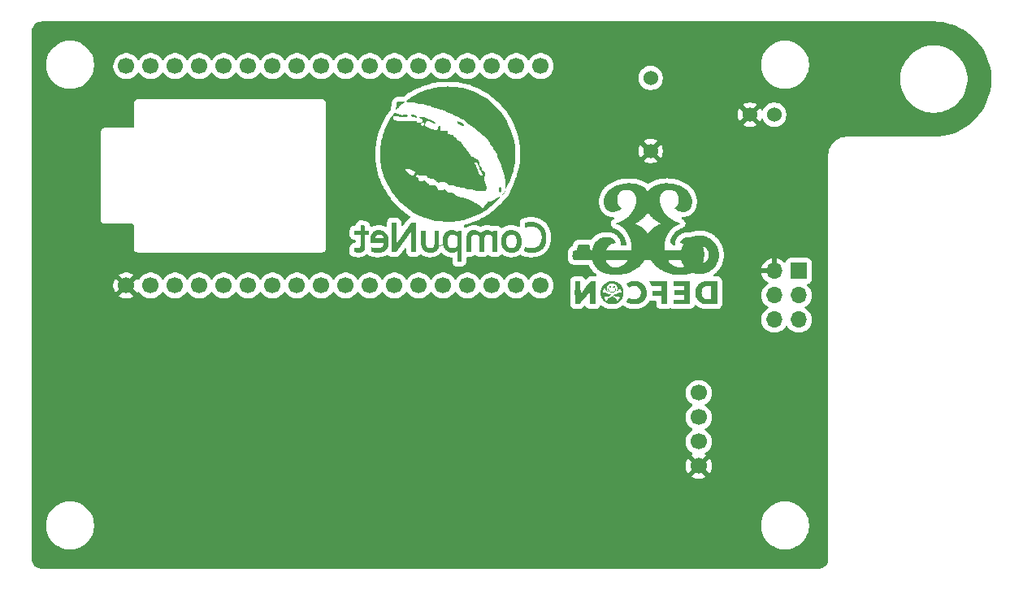
<source format=gbr>
%TF.GenerationSoftware,KiCad,Pcbnew,9.0.0*%
%TF.CreationDate,2025-05-06T12:38:54-07:00*%
%TF.ProjectId,DC33_Cnet_Badge_Main,44433333-5f43-46e6-9574-5f4261646765,rev?*%
%TF.SameCoordinates,Original*%
%TF.FileFunction,Copper,L2,Bot*%
%TF.FilePolarity,Positive*%
%FSLAX46Y46*%
G04 Gerber Fmt 4.6, Leading zero omitted, Abs format (unit mm)*
G04 Created by KiCad (PCBNEW 9.0.0) date 2025-05-06 12:38:54*
%MOMM*%
%LPD*%
G01*
G04 APERTURE LIST*
%TA.AperFunction,EtchedComponent*%
%ADD10C,0.000000*%
%TD*%
%TA.AperFunction,EtchedComponent*%
%ADD11C,0.100000*%
%TD*%
%ADD12C,0.100000*%
%TA.AperFunction,ComponentPad*%
%ADD13C,1.524000*%
%TD*%
%TA.AperFunction,ComponentPad*%
%ADD14R,1.700000X1.700000*%
%TD*%
%TA.AperFunction,ComponentPad*%
%ADD15O,1.700000X1.700000*%
%TD*%
%TA.AperFunction,ComponentPad*%
%ADD16C,1.700000*%
%TD*%
G04 APERTURE END LIST*
D10*
%TA.AperFunction,EtchedComponent*%
%TO.C,REF\u002A\u002A*%
G36*
X182597501Y-80219875D02*
G01*
X182598837Y-80673987D01*
X182598410Y-81049840D01*
X182596372Y-81308367D01*
X182594795Y-81381425D01*
X182592874Y-81410496D01*
X182589181Y-81414181D01*
X182580774Y-81417535D01*
X182548158Y-81423302D01*
X182491701Y-81427901D01*
X182408078Y-81431434D01*
X182146031Y-81435710D01*
X181735418Y-81436954D01*
X180888087Y-81436954D01*
X180888087Y-81204484D01*
X180888087Y-80972014D01*
X181422545Y-80966359D01*
X181957003Y-80960704D01*
X181962963Y-80712395D01*
X181968923Y-80464086D01*
X181486713Y-80458396D01*
X181004503Y-80452706D01*
X181004503Y-80219873D01*
X181004503Y-79987040D01*
X181480753Y-79976457D01*
X181957003Y-79965874D01*
X181957003Y-79754208D01*
X181957003Y-79542541D01*
X181438420Y-79531958D01*
X180919837Y-79521375D01*
X180919837Y-79288542D01*
X180919837Y-79055709D01*
X181755920Y-79055709D01*
X182592003Y-79055709D01*
X182597501Y-80219875D01*
G37*
%TD.AperFunction*%
%TA.AperFunction,EtchedComponent*%
G36*
X180210752Y-80241042D02*
G01*
X180210756Y-81436957D01*
X179904286Y-81436957D01*
X179597815Y-81436957D01*
X179592075Y-81018915D01*
X179586335Y-80600874D01*
X179141835Y-80590291D01*
X178697335Y-80579708D01*
X178697335Y-80336291D01*
X178697335Y-80092875D01*
X179141835Y-80082292D01*
X179586335Y-80071709D01*
X179586335Y-79817709D01*
X179586335Y-79563709D01*
X179099502Y-79553126D01*
X178612669Y-79542543D01*
X178481534Y-79311109D01*
X178455409Y-79264265D01*
X178431459Y-79219883D01*
X178410176Y-79178982D01*
X178392055Y-79142583D01*
X178384335Y-79126390D01*
X178377591Y-79111705D01*
X178371884Y-79098655D01*
X178367276Y-79087368D01*
X178363830Y-79077972D01*
X178361606Y-79070593D01*
X178360667Y-79065360D01*
X178360699Y-79063588D01*
X178361075Y-79062400D01*
X178381986Y-79058929D01*
X178437774Y-79055692D01*
X178638718Y-79050199D01*
X178933384Y-79046488D01*
X179291251Y-79045125D01*
X180210752Y-79045125D01*
X180210752Y-80241042D01*
G37*
%TD.AperFunction*%
%TA.AperFunction,EtchedComponent*%
G36*
X174684603Y-79543944D02*
G01*
X174694323Y-79545080D01*
X174704161Y-79547114D01*
X174714083Y-79550081D01*
X174724051Y-79554015D01*
X174734031Y-79558954D01*
X174743987Y-79564930D01*
X174748707Y-79568177D01*
X174753180Y-79571569D01*
X174757408Y-79575104D01*
X174761388Y-79578777D01*
X174765120Y-79582585D01*
X174768604Y-79586524D01*
X174771839Y-79590592D01*
X174774825Y-79594785D01*
X174777561Y-79599098D01*
X174780046Y-79603530D01*
X174782280Y-79608076D01*
X174784262Y-79612733D01*
X174785992Y-79617498D01*
X174787469Y-79622366D01*
X174788693Y-79627336D01*
X174789663Y-79632402D01*
X174790378Y-79637562D01*
X174790838Y-79642812D01*
X174791043Y-79648150D01*
X174790991Y-79653570D01*
X174790682Y-79659070D01*
X174790116Y-79664647D01*
X174788210Y-79676016D01*
X174785267Y-79687650D01*
X174781283Y-79699521D01*
X174776254Y-79711600D01*
X174770175Y-79723862D01*
X174770176Y-79723861D01*
X174766964Y-79729276D01*
X174763346Y-79734310D01*
X174759348Y-79738965D01*
X174754994Y-79743242D01*
X174750309Y-79747143D01*
X174745318Y-79750668D01*
X174740048Y-79753819D01*
X174734523Y-79756597D01*
X174728767Y-79759003D01*
X174722808Y-79761039D01*
X174716669Y-79762706D01*
X174710375Y-79764006D01*
X174703953Y-79764938D01*
X174697427Y-79765506D01*
X174690822Y-79765710D01*
X174684164Y-79765551D01*
X174677478Y-79765031D01*
X174670788Y-79764151D01*
X174664121Y-79762912D01*
X174657501Y-79761316D01*
X174650954Y-79759363D01*
X174644504Y-79757056D01*
X174638178Y-79754395D01*
X174631999Y-79751382D01*
X174625994Y-79748017D01*
X174620188Y-79744303D01*
X174614605Y-79740240D01*
X174609271Y-79735830D01*
X174604211Y-79731074D01*
X174599451Y-79725974D01*
X174595015Y-79720530D01*
X174590929Y-79714744D01*
X174584987Y-79704838D01*
X174580096Y-79694919D01*
X174576219Y-79685022D01*
X174573321Y-79675181D01*
X174571365Y-79665431D01*
X174570316Y-79655808D01*
X174570138Y-79646347D01*
X174570795Y-79637083D01*
X174572252Y-79628051D01*
X174574472Y-79619285D01*
X174577419Y-79610822D01*
X174581059Y-79602695D01*
X174585355Y-79594941D01*
X174590270Y-79587593D01*
X174595771Y-79580688D01*
X174601820Y-79574260D01*
X174608382Y-79568345D01*
X174615420Y-79562977D01*
X174622900Y-79558191D01*
X174630786Y-79554023D01*
X174639040Y-79550507D01*
X174647629Y-79547679D01*
X174656515Y-79545573D01*
X174665664Y-79544226D01*
X174675038Y-79543671D01*
X174684603Y-79543944D01*
G37*
%TD.AperFunction*%
%TA.AperFunction,EtchedComponent*%
G36*
X174285528Y-79540269D02*
G01*
X174295619Y-79542239D01*
X174305827Y-79545268D01*
X174316120Y-79549403D01*
X174322473Y-79552526D01*
X174328539Y-79555964D01*
X174334314Y-79559701D01*
X174339794Y-79563721D01*
X174344975Y-79568006D01*
X174349852Y-79572539D01*
X174354423Y-79577306D01*
X174358683Y-79582287D01*
X174362629Y-79587468D01*
X174366255Y-79592832D01*
X174369559Y-79598361D01*
X174372536Y-79604039D01*
X174375182Y-79609850D01*
X174377494Y-79615776D01*
X174379467Y-79621802D01*
X174381098Y-79627910D01*
X174382383Y-79634085D01*
X174383317Y-79640309D01*
X174383897Y-79646565D01*
X174384118Y-79652838D01*
X174383978Y-79659110D01*
X174383471Y-79665365D01*
X174382594Y-79671586D01*
X174381343Y-79677757D01*
X174379715Y-79683861D01*
X174377704Y-79689881D01*
X174375307Y-79695800D01*
X174372521Y-79701603D01*
X174369341Y-79707272D01*
X174365763Y-79712791D01*
X174361783Y-79718143D01*
X174357398Y-79723311D01*
X174357398Y-79723312D01*
X174353068Y-79727862D01*
X174348568Y-79732141D01*
X174343908Y-79736148D01*
X174339100Y-79739882D01*
X174334156Y-79743343D01*
X174329086Y-79746530D01*
X174323902Y-79749443D01*
X174318615Y-79752082D01*
X174313237Y-79754445D01*
X174307778Y-79756532D01*
X174302251Y-79758343D01*
X174296666Y-79759877D01*
X174291036Y-79761133D01*
X174285370Y-79762112D01*
X174279681Y-79762811D01*
X174273980Y-79763232D01*
X174268278Y-79763372D01*
X174262586Y-79763233D01*
X174256916Y-79762812D01*
X174251279Y-79762110D01*
X174245687Y-79761126D01*
X174240151Y-79759859D01*
X174234682Y-79758310D01*
X174229291Y-79756476D01*
X174223990Y-79754359D01*
X174218790Y-79751956D01*
X174213703Y-79749268D01*
X174208739Y-79746295D01*
X174203910Y-79743035D01*
X174199228Y-79739488D01*
X174194704Y-79735653D01*
X174190348Y-79731530D01*
X174182862Y-79723331D01*
X174176439Y-79714821D01*
X174171045Y-79706049D01*
X174166649Y-79697060D01*
X174163218Y-79687902D01*
X174160719Y-79678623D01*
X174159119Y-79669270D01*
X174158387Y-79659890D01*
X174158489Y-79650529D01*
X174159392Y-79641237D01*
X174161065Y-79632058D01*
X174163474Y-79623042D01*
X174166588Y-79614234D01*
X174170372Y-79605683D01*
X174174795Y-79597435D01*
X174179825Y-79589538D01*
X174185428Y-79582039D01*
X174191572Y-79574984D01*
X174198224Y-79568423D01*
X174205352Y-79562400D01*
X174212923Y-79556965D01*
X174220904Y-79552163D01*
X174229263Y-79548043D01*
X174237968Y-79544651D01*
X174246985Y-79542034D01*
X174256282Y-79540241D01*
X174265827Y-79539317D01*
X174275586Y-79539311D01*
X174285528Y-79540269D01*
G37*
%TD.AperFunction*%
%TA.AperFunction,EtchedComponent*%
G36*
X180305250Y-75467998D02*
G01*
X180305773Y-75468080D01*
X180306323Y-75468215D01*
X180306897Y-75468402D01*
X180308113Y-75468926D01*
X180309411Y-75469640D01*
X180310779Y-75470534D01*
X180312206Y-75471598D01*
X180313680Y-75472819D01*
X180315189Y-75474188D01*
X180316723Y-75475693D01*
X180318269Y-75477323D01*
X180319817Y-75479069D01*
X180321354Y-75480918D01*
X180322870Y-75482860D01*
X180324352Y-75484885D01*
X180325789Y-75486981D01*
X180327170Y-75489137D01*
X180327811Y-75490222D01*
X180328386Y-75491294D01*
X180328896Y-75492350D01*
X180329340Y-75493389D01*
X180329720Y-75494411D01*
X180330037Y-75495414D01*
X180330290Y-75496396D01*
X180330480Y-75497356D01*
X180330609Y-75498293D01*
X180330676Y-75499206D01*
X180330683Y-75500092D01*
X180330629Y-75500951D01*
X180330515Y-75501781D01*
X180330343Y-75502582D01*
X180330112Y-75503351D01*
X180329824Y-75504087D01*
X180329478Y-75504789D01*
X180329075Y-75505455D01*
X180328617Y-75506085D01*
X180328103Y-75506677D01*
X180327535Y-75507229D01*
X180326912Y-75507740D01*
X180326236Y-75508209D01*
X180325506Y-75508634D01*
X180324724Y-75509015D01*
X180323891Y-75509349D01*
X180323006Y-75509635D01*
X180322071Y-75509872D01*
X180321085Y-75510059D01*
X180320050Y-75510195D01*
X180318967Y-75510277D01*
X180317835Y-75510304D01*
X180316686Y-75510277D01*
X180315552Y-75510195D01*
X180314433Y-75510059D01*
X180313333Y-75509872D01*
X180312250Y-75509635D01*
X180311189Y-75509349D01*
X180310149Y-75509015D01*
X180309132Y-75508634D01*
X180308140Y-75508209D01*
X180307174Y-75507740D01*
X180306235Y-75507229D01*
X180305325Y-75506677D01*
X180304446Y-75506085D01*
X180303598Y-75505455D01*
X180302784Y-75504789D01*
X180302005Y-75504087D01*
X180301261Y-75503351D01*
X180300555Y-75502582D01*
X180299888Y-75501781D01*
X180299262Y-75500951D01*
X180298677Y-75500092D01*
X180298136Y-75499206D01*
X180297639Y-75498293D01*
X180297189Y-75497356D01*
X180296786Y-75496396D01*
X180296432Y-75495414D01*
X180296129Y-75494411D01*
X180295877Y-75493389D01*
X180295679Y-75492350D01*
X180295536Y-75491294D01*
X180295449Y-75490222D01*
X180295420Y-75489137D01*
X180295432Y-75488052D01*
X180295468Y-75486981D01*
X180295528Y-75485925D01*
X180295610Y-75484885D01*
X180295715Y-75483863D01*
X180295842Y-75482860D01*
X180295989Y-75481878D01*
X180296157Y-75480918D01*
X180296344Y-75479981D01*
X180296551Y-75479069D01*
X180296777Y-75478182D01*
X180297020Y-75477323D01*
X180297281Y-75476493D01*
X180297559Y-75475693D01*
X180297853Y-75474924D01*
X180298163Y-75474188D01*
X180298487Y-75473486D01*
X180298826Y-75472819D01*
X180299179Y-75472189D01*
X180299546Y-75471598D01*
X180299925Y-75471045D01*
X180300315Y-75470534D01*
X180300718Y-75470065D01*
X180301131Y-75469640D01*
X180301554Y-75469260D01*
X180301987Y-75468926D01*
X180302430Y-75468639D01*
X180302880Y-75468402D01*
X180303339Y-75468215D01*
X180303804Y-75468080D01*
X180304277Y-75467998D01*
X180304755Y-75467970D01*
X180305250Y-75467998D01*
G37*
%TD.AperFunction*%
%TA.AperFunction,EtchedComponent*%
G36*
X172760087Y-80240348D02*
G01*
X172760087Y-81436958D01*
X172474336Y-81436958D01*
X172188586Y-81436958D01*
X172188586Y-80812542D01*
X172188549Y-80709805D01*
X172188408Y-80618942D01*
X172188120Y-80539228D01*
X172187644Y-80469943D01*
X172187321Y-80438985D01*
X172186935Y-80410363D01*
X172186481Y-80383986D01*
X172185952Y-80359765D01*
X172185343Y-80337610D01*
X172184650Y-80317429D01*
X172183866Y-80299132D01*
X172182987Y-80282630D01*
X172182007Y-80267832D01*
X172180921Y-80254647D01*
X172179723Y-80242986D01*
X172178408Y-80232757D01*
X172176970Y-80223872D01*
X172176204Y-80219904D01*
X172175405Y-80216238D01*
X172174573Y-80212863D01*
X172173706Y-80209767D01*
X172172806Y-80206939D01*
X172171869Y-80204367D01*
X172170897Y-80202041D01*
X172169889Y-80199949D01*
X172168843Y-80198080D01*
X172167759Y-80196422D01*
X172166636Y-80194965D01*
X172165474Y-80193696D01*
X172164272Y-80192605D01*
X172163029Y-80191681D01*
X172161746Y-80190911D01*
X172160420Y-80190285D01*
X172159051Y-80189792D01*
X172157639Y-80189420D01*
X172156183Y-80189157D01*
X172154682Y-80188994D01*
X172151544Y-80188917D01*
X172149563Y-80189065D01*
X172147442Y-80189422D01*
X172142808Y-80190746D01*
X172137694Y-80192846D01*
X172132152Y-80195680D01*
X172126233Y-80199206D01*
X172119989Y-80203381D01*
X172113471Y-80208162D01*
X172106731Y-80213509D01*
X172099821Y-80219377D01*
X172092791Y-80225726D01*
X172085695Y-80232511D01*
X172078582Y-80239692D01*
X172071505Y-80247226D01*
X172064515Y-80255070D01*
X172057664Y-80263183D01*
X172051003Y-80271521D01*
X171954261Y-80393067D01*
X171821774Y-80555413D01*
X171507133Y-80933903D01*
X171222226Y-81269794D01*
X171126905Y-81378889D01*
X171082198Y-81425883D01*
X171075526Y-81429838D01*
X171067221Y-81433552D01*
X171046171Y-81440255D01*
X171019958Y-81445985D01*
X170989496Y-81450736D01*
X170955696Y-81454502D01*
X170919471Y-81457276D01*
X170881732Y-81459052D01*
X170843392Y-81459824D01*
X170805363Y-81459585D01*
X170768558Y-81458329D01*
X170733888Y-81456049D01*
X170702266Y-81452740D01*
X170674603Y-81448394D01*
X170651813Y-81443006D01*
X170642529Y-81439919D01*
X170634806Y-81436569D01*
X170628757Y-81432955D01*
X170624496Y-81429076D01*
X170618476Y-81406507D01*
X170613442Y-81353005D01*
X170606154Y-81144044D01*
X170602275Y-80783883D01*
X170601449Y-80254207D01*
X170602818Y-79806810D01*
X170605763Y-79435680D01*
X170609850Y-79179450D01*
X170612187Y-79106496D01*
X170614647Y-79076756D01*
X170617055Y-79072135D01*
X170620686Y-79067965D01*
X170625737Y-79064225D01*
X170632405Y-79060894D01*
X170640887Y-79057950D01*
X170651381Y-79055373D01*
X170664082Y-79053142D01*
X170679189Y-79051234D01*
X170717405Y-79048309D01*
X170767607Y-79046428D01*
X170831369Y-79045423D01*
X170910269Y-79045125D01*
X171193755Y-79045125D01*
X171193755Y-79680125D01*
X171193997Y-79863748D01*
X171194340Y-79940928D01*
X171194864Y-80009064D01*
X171195597Y-80068689D01*
X171196564Y-80120335D01*
X171197791Y-80164535D01*
X171199305Y-80201821D01*
X171201132Y-80232726D01*
X171202171Y-80245952D01*
X171203297Y-80257782D01*
X171204515Y-80268284D01*
X171205827Y-80277523D01*
X171207238Y-80285566D01*
X171208749Y-80292480D01*
X171210364Y-80298331D01*
X171212087Y-80303186D01*
X171213920Y-80307112D01*
X171215868Y-80310174D01*
X171217933Y-80312440D01*
X171220118Y-80313976D01*
X171222427Y-80314849D01*
X171224864Y-80315125D01*
X171230705Y-80311859D01*
X171241627Y-80302273D01*
X171277590Y-80265438D01*
X171330513Y-80207202D01*
X171398154Y-80130149D01*
X171568634Y-79929921D01*
X171771105Y-79685417D01*
X172286236Y-79055709D01*
X172523162Y-79049724D01*
X172760087Y-79043738D01*
X172760087Y-80240348D01*
G37*
%TD.AperFunction*%
%TA.AperFunction,EtchedComponent*%
G36*
X185435107Y-80688856D02*
G01*
X185434507Y-81068524D01*
X185432214Y-81329990D01*
X185430487Y-81404058D01*
X185428404Y-81433770D01*
X185423376Y-81437793D01*
X185411792Y-81441430D01*
X185370580Y-81447572D01*
X185227366Y-81455544D01*
X185024769Y-81458168D01*
X184788798Y-81455926D01*
X184545462Y-81449298D01*
X184320767Y-81438766D01*
X184140723Y-81424812D01*
X184075572Y-81416702D01*
X184031337Y-81407916D01*
X183950160Y-81382736D01*
X183872504Y-81353415D01*
X183798438Y-81320023D01*
X183728032Y-81282633D01*
X183661354Y-81241316D01*
X183598475Y-81196142D01*
X183539463Y-81147183D01*
X183484387Y-81094509D01*
X183433318Y-81038194D01*
X183386325Y-80978306D01*
X183343476Y-80914919D01*
X183304841Y-80848102D01*
X183270491Y-80777928D01*
X183240492Y-80704466D01*
X183214917Y-80627790D01*
X183193833Y-80547969D01*
X183186549Y-80511930D01*
X183180471Y-80472418D01*
X183175585Y-80429959D01*
X183171874Y-80385081D01*
X183169324Y-80338310D01*
X183167921Y-80290172D01*
X183167674Y-80245832D01*
X183808713Y-80245832D01*
X183809587Y-80291370D01*
X183811993Y-80336206D01*
X183815948Y-80379815D01*
X183821467Y-80421675D01*
X183828568Y-80461263D01*
X183837265Y-80498057D01*
X183847574Y-80531532D01*
X183862462Y-80571187D01*
X183878447Y-80608464D01*
X183895604Y-80643433D01*
X183914008Y-80676164D01*
X183933734Y-80706729D01*
X183954857Y-80735199D01*
X183977452Y-80761643D01*
X184001594Y-80786134D01*
X184027358Y-80808740D01*
X184054819Y-80829534D01*
X184084051Y-80848586D01*
X184115130Y-80865967D01*
X184148131Y-80881748D01*
X184183129Y-80895998D01*
X184220198Y-80908790D01*
X184259413Y-80920193D01*
X184259413Y-80920194D01*
X184283601Y-80925584D01*
X184313402Y-80930519D01*
X184347870Y-80934971D01*
X184386058Y-80938912D01*
X184469806Y-80945147D01*
X184557072Y-80948996D01*
X184640280Y-80950235D01*
X184711855Y-80948637D01*
X184740913Y-80946704D01*
X184764223Y-80943977D01*
X184780837Y-80940427D01*
X184786338Y-80938335D01*
X184789809Y-80936027D01*
X184792644Y-80919174D01*
X184795288Y-80876355D01*
X184799775Y-80724316D01*
X184802807Y-80502906D01*
X184803920Y-80235125D01*
X184803920Y-79548333D01*
X184512878Y-79557150D01*
X184429545Y-79560036D01*
X184393613Y-79561624D01*
X184361124Y-79563364D01*
X184331794Y-79565294D01*
X184305336Y-79567457D01*
X184281466Y-79569892D01*
X184259899Y-79572641D01*
X184240350Y-79575743D01*
X184222533Y-79579240D01*
X184206163Y-79583171D01*
X184190956Y-79587578D01*
X184176627Y-79592501D01*
X184162889Y-79597980D01*
X184149459Y-79604057D01*
X184136050Y-79610771D01*
X184115179Y-79622262D01*
X184094685Y-79634726D01*
X184074603Y-79648125D01*
X184054968Y-79662422D01*
X184035817Y-79677582D01*
X184017184Y-79693566D01*
X183999105Y-79710338D01*
X183981616Y-79727861D01*
X183964751Y-79746098D01*
X183948548Y-79765012D01*
X183933040Y-79784566D01*
X183918264Y-79804723D01*
X183904254Y-79825447D01*
X183891047Y-79846700D01*
X183878678Y-79868445D01*
X183867182Y-79890646D01*
X183854982Y-79918977D01*
X183844170Y-79951312D01*
X183834762Y-79987127D01*
X183826776Y-80025901D01*
X183820226Y-80067109D01*
X183815129Y-80110229D01*
X183811500Y-80154739D01*
X183809356Y-80200114D01*
X183808713Y-80245832D01*
X183167674Y-80245832D01*
X183167648Y-80241194D01*
X183168492Y-80191903D01*
X183170437Y-80142824D01*
X183173469Y-80094485D01*
X183177572Y-80047413D01*
X183182732Y-80002132D01*
X183188933Y-79959171D01*
X183196161Y-79919056D01*
X183204401Y-79882313D01*
X183213638Y-79849469D01*
X183234104Y-79790193D01*
X183257437Y-79732397D01*
X183283524Y-79676211D01*
X183312249Y-79621765D01*
X183343501Y-79569189D01*
X183377165Y-79518614D01*
X183413129Y-79470170D01*
X183451278Y-79423987D01*
X183491500Y-79380196D01*
X183533681Y-79338925D01*
X183577708Y-79300307D01*
X183623466Y-79264470D01*
X183670843Y-79231546D01*
X183719726Y-79201664D01*
X183770000Y-79174954D01*
X183821553Y-79151547D01*
X183902694Y-79120937D01*
X183944120Y-79107992D01*
X183987060Y-79096528D01*
X184032222Y-79086479D01*
X184080313Y-79077776D01*
X184132041Y-79070350D01*
X184188114Y-79064134D01*
X184316123Y-79055057D01*
X184470000Y-79050000D01*
X184655407Y-79048418D01*
X184878003Y-79049765D01*
X185428337Y-79055719D01*
X185433834Y-80230470D01*
X185433847Y-80235125D01*
X185435107Y-80688856D01*
G37*
%TD.AperFunction*%
%TA.AperFunction,EtchedComponent*%
G36*
X174865040Y-79828410D02*
G01*
X174871299Y-79828788D01*
X174876749Y-79829517D01*
X174879180Y-79830038D01*
X174881421Y-79830677D01*
X174883475Y-79831445D01*
X174885346Y-79832350D01*
X174887038Y-79833404D01*
X174888554Y-79834616D01*
X174889899Y-79835997D01*
X174891075Y-79837556D01*
X174892088Y-79839304D01*
X174892941Y-79841251D01*
X174893637Y-79843406D01*
X174894181Y-79845781D01*
X174894576Y-79848385D01*
X174894827Y-79851227D01*
X174894908Y-79857671D01*
X174894455Y-79865193D01*
X174893499Y-79873874D01*
X174892070Y-79883795D01*
X174890198Y-79895035D01*
X174887915Y-79907678D01*
X174882544Y-79932737D01*
X174875849Y-79957168D01*
X174867851Y-79980946D01*
X174858569Y-80004043D01*
X174848024Y-80026432D01*
X174836236Y-80048087D01*
X174823226Y-80068979D01*
X174809013Y-80089083D01*
X174793618Y-80108372D01*
X174777061Y-80126817D01*
X174759363Y-80144394D01*
X174740543Y-80161074D01*
X174720623Y-80176830D01*
X174699621Y-80191636D01*
X174677559Y-80205465D01*
X174654456Y-80218290D01*
X174654457Y-80218291D01*
X174635613Y-80226933D01*
X174614945Y-80234254D01*
X174592702Y-80240263D01*
X174569135Y-80244971D01*
X174544496Y-80248386D01*
X174519035Y-80250520D01*
X174493002Y-80251381D01*
X174466649Y-80250979D01*
X174440227Y-80249324D01*
X174413985Y-80246427D01*
X174388176Y-80242296D01*
X174363049Y-80236941D01*
X174338856Y-80230373D01*
X174315847Y-80222601D01*
X174294273Y-80213635D01*
X174274384Y-80203484D01*
X174255673Y-80191994D01*
X174237235Y-80178932D01*
X174219168Y-80164435D01*
X174201572Y-80148638D01*
X174184542Y-80131680D01*
X174168179Y-80113698D01*
X174152580Y-80094828D01*
X174137842Y-80075208D01*
X174124064Y-80054974D01*
X174111345Y-80034264D01*
X174099781Y-80013215D01*
X174089472Y-79991963D01*
X174080515Y-79970647D01*
X174073008Y-79949402D01*
X174067049Y-79928367D01*
X174062737Y-79907678D01*
X174060698Y-79895215D01*
X174059047Y-79884107D01*
X174057811Y-79874278D01*
X174057359Y-79869819D01*
X174057021Y-79865652D01*
X174056801Y-79861766D01*
X174056703Y-79858153D01*
X174056730Y-79854803D01*
X174056887Y-79851705D01*
X174057176Y-79848852D01*
X174057601Y-79846232D01*
X174058167Y-79843838D01*
X174058875Y-79841658D01*
X174059730Y-79839685D01*
X174060736Y-79837907D01*
X174061896Y-79836316D01*
X174063214Y-79834903D01*
X174064693Y-79833657D01*
X174066337Y-79832569D01*
X174068149Y-79831630D01*
X174070133Y-79830830D01*
X174072293Y-79830160D01*
X174074632Y-79829610D01*
X174077154Y-79829171D01*
X174079862Y-79828833D01*
X174082760Y-79828587D01*
X174085851Y-79828422D01*
X174092628Y-79828302D01*
X174098883Y-79828469D01*
X174104538Y-79828998D01*
X174109621Y-79829934D01*
X174111956Y-79830569D01*
X174114159Y-79831322D01*
X174116232Y-79832198D01*
X174118179Y-79833204D01*
X174120003Y-79834345D01*
X174121708Y-79835627D01*
X174123296Y-79837054D01*
X174124772Y-79838633D01*
X174126139Y-79840368D01*
X174127400Y-79842267D01*
X174128558Y-79844333D01*
X174129617Y-79846573D01*
X174130580Y-79848992D01*
X174131451Y-79851596D01*
X174132929Y-79857379D01*
X174134078Y-79863968D01*
X174134924Y-79871405D01*
X174135496Y-79879737D01*
X174135819Y-79889005D01*
X174135920Y-79899256D01*
X174136379Y-79914016D01*
X174137740Y-79928593D01*
X174139980Y-79942971D01*
X174143077Y-79957128D01*
X174147007Y-79971048D01*
X174151749Y-79984710D01*
X174157279Y-79998096D01*
X174163574Y-80011187D01*
X174170613Y-80023965D01*
X174178371Y-80036411D01*
X174186827Y-80048505D01*
X174195957Y-80060229D01*
X174205739Y-80071564D01*
X174216151Y-80082492D01*
X174227168Y-80092993D01*
X174238769Y-80103049D01*
X174250931Y-80112640D01*
X174263630Y-80121749D01*
X174276845Y-80130356D01*
X174290552Y-80138442D01*
X174304730Y-80145989D01*
X174319354Y-80152978D01*
X174334402Y-80159390D01*
X174349851Y-80165206D01*
X174365680Y-80170407D01*
X174381864Y-80174974D01*
X174398382Y-80178890D01*
X174415210Y-80182134D01*
X174432325Y-80184688D01*
X174449706Y-80186534D01*
X174467328Y-80187652D01*
X174485170Y-80188024D01*
X174501850Y-80187633D01*
X174518332Y-80186488D01*
X174534595Y-80184607D01*
X174550618Y-80182012D01*
X174566378Y-80178720D01*
X174581853Y-80174750D01*
X174597023Y-80170123D01*
X174611865Y-80164858D01*
X174626357Y-80158973D01*
X174640478Y-80152488D01*
X174654206Y-80145423D01*
X174667519Y-80137797D01*
X174680395Y-80129628D01*
X174692813Y-80120936D01*
X174704752Y-80111742D01*
X174716188Y-80102063D01*
X174727101Y-80091919D01*
X174737468Y-80081329D01*
X174747268Y-80070313D01*
X174756480Y-80058891D01*
X174765081Y-80047080D01*
X174773050Y-80034901D01*
X174780364Y-80022373D01*
X174787003Y-80009515D01*
X174792944Y-79996347D01*
X174798166Y-79982887D01*
X174802647Y-79969156D01*
X174806365Y-79955172D01*
X174809299Y-79940954D01*
X174811426Y-79926522D01*
X174812725Y-79911896D01*
X174813174Y-79897094D01*
X174813289Y-79887115D01*
X174813627Y-79878099D01*
X174814219Y-79870001D01*
X174814619Y-79866283D01*
X174815093Y-79862777D01*
X174815644Y-79859480D01*
X174816276Y-79856384D01*
X174816993Y-79853486D01*
X174817798Y-79850778D01*
X174818695Y-79848256D01*
X174819688Y-79845914D01*
X174820779Y-79843747D01*
X174821973Y-79841749D01*
X174823273Y-79839915D01*
X174824683Y-79838238D01*
X174826206Y-79836715D01*
X174827846Y-79835339D01*
X174829606Y-79834104D01*
X174831491Y-79833005D01*
X174833503Y-79832038D01*
X174835646Y-79831195D01*
X174837924Y-79830472D01*
X174840340Y-79829864D01*
X174842898Y-79829364D01*
X174845602Y-79828967D01*
X174848454Y-79828668D01*
X174851460Y-79828461D01*
X174857942Y-79828302D01*
X174865040Y-79828410D01*
G37*
%TD.AperFunction*%
%TA.AperFunction,EtchedComponent*%
G36*
X176864666Y-79045599D02*
G01*
X176913515Y-79047020D01*
X176960279Y-79049452D01*
X177005188Y-79052947D01*
X177048470Y-79057556D01*
X177090355Y-79063332D01*
X177131072Y-79070327D01*
X177170850Y-79078592D01*
X177209917Y-79088178D01*
X177248504Y-79099139D01*
X177286840Y-79111526D01*
X177325153Y-79125391D01*
X177363673Y-79140786D01*
X177402628Y-79157762D01*
X177442249Y-79176371D01*
X177482764Y-79196666D01*
X177563007Y-79242185D01*
X177638572Y-79293417D01*
X177709265Y-79349982D01*
X177774892Y-79411502D01*
X177835260Y-79477599D01*
X177890175Y-79547893D01*
X177939445Y-79622007D01*
X177982875Y-79699560D01*
X178020272Y-79780176D01*
X178051442Y-79863474D01*
X178076192Y-79949077D01*
X178094329Y-80036605D01*
X178105659Y-80125681D01*
X178109988Y-80215925D01*
X178107123Y-80306958D01*
X178096870Y-80398403D01*
X178088592Y-80448189D01*
X178079280Y-80495944D01*
X178068861Y-80541823D01*
X178057263Y-80585985D01*
X178044412Y-80628584D01*
X178030237Y-80669778D01*
X178014664Y-80709723D01*
X177997621Y-80748576D01*
X177979035Y-80786492D01*
X177958834Y-80823629D01*
X177936945Y-80860143D01*
X177913296Y-80896190D01*
X177887813Y-80931927D01*
X177860425Y-80967511D01*
X177831058Y-81003097D01*
X177799641Y-81038843D01*
X177761547Y-81079254D01*
X177722329Y-81117532D01*
X177681969Y-81153688D01*
X177640449Y-81187730D01*
X177597755Y-81219667D01*
X177553867Y-81249507D01*
X177508771Y-81277260D01*
X177462448Y-81302935D01*
X177414881Y-81326540D01*
X177366055Y-81348084D01*
X177315951Y-81367577D01*
X177264554Y-81385026D01*
X177211845Y-81400441D01*
X177157809Y-81413831D01*
X177102428Y-81425204D01*
X177045685Y-81434570D01*
X177045685Y-81434568D01*
X176980008Y-81442929D01*
X176914966Y-81448797D01*
X176850614Y-81452182D01*
X176787001Y-81453090D01*
X176724180Y-81451533D01*
X176662204Y-81447518D01*
X176601125Y-81441054D01*
X176540993Y-81432150D01*
X176481863Y-81420816D01*
X176423785Y-81407059D01*
X176366811Y-81390889D01*
X176310995Y-81372314D01*
X176256387Y-81351344D01*
X176203040Y-81327987D01*
X176151006Y-81302251D01*
X176100338Y-81274147D01*
X176085764Y-81265445D01*
X176072070Y-81256938D01*
X176059265Y-81248635D01*
X176047356Y-81240544D01*
X176036353Y-81232671D01*
X176026263Y-81225024D01*
X176017094Y-81217611D01*
X176008856Y-81210439D01*
X176001556Y-81203515D01*
X175995202Y-81196848D01*
X175992382Y-81193613D01*
X175989803Y-81190445D01*
X175987464Y-81187344D01*
X175985367Y-81184313D01*
X175983513Y-81181351D01*
X175981902Y-81178459D01*
X175980537Y-81175639D01*
X175979417Y-81172892D01*
X175978545Y-81170218D01*
X175977920Y-81167618D01*
X175977545Y-81165094D01*
X175977420Y-81162646D01*
X175977897Y-81157246D01*
X175979292Y-81150540D01*
X175984620Y-81133588D01*
X175992973Y-81112541D01*
X176003918Y-81088154D01*
X176017025Y-81061178D01*
X176031860Y-81032366D01*
X176064990Y-80972249D01*
X176099855Y-80913824D01*
X176116858Y-80887128D01*
X176132999Y-80863114D01*
X176147846Y-80842534D01*
X176160968Y-80826141D01*
X176171933Y-80814689D01*
X176176471Y-80811050D01*
X176180308Y-80808929D01*
X176183839Y-80808116D01*
X176188628Y-80807869D01*
X176194593Y-80808165D01*
X176201651Y-80808983D01*
X176209719Y-80810300D01*
X176218715Y-80812096D01*
X176239158Y-80817035D01*
X176262321Y-80823624D01*
X176287541Y-80831688D01*
X176314157Y-80841053D01*
X176341509Y-80851543D01*
X176379765Y-80866311D01*
X176417431Y-80879779D01*
X176454513Y-80891950D01*
X176491018Y-80902823D01*
X176526952Y-80912400D01*
X176562322Y-80920682D01*
X176597134Y-80927670D01*
X176631395Y-80933365D01*
X176665111Y-80937768D01*
X176698288Y-80940880D01*
X176730933Y-80942701D01*
X176763053Y-80943234D01*
X176794654Y-80942479D01*
X176825742Y-80940437D01*
X176856324Y-80937108D01*
X176886407Y-80932495D01*
X176953289Y-80918481D01*
X177016343Y-80900697D01*
X177046423Y-80890404D01*
X177075532Y-80879185D01*
X177103665Y-80867045D01*
X177130817Y-80853988D01*
X177156984Y-80840020D01*
X177182161Y-80825147D01*
X177206343Y-80809373D01*
X177229526Y-80792704D01*
X177251704Y-80775145D01*
X177272874Y-80756700D01*
X177293030Y-80737377D01*
X177312168Y-80717178D01*
X177330282Y-80696111D01*
X177347369Y-80674180D01*
X177363424Y-80651390D01*
X177378441Y-80627746D01*
X177392416Y-80603255D01*
X177405345Y-80577920D01*
X177417222Y-80551747D01*
X177428043Y-80524742D01*
X177437803Y-80496910D01*
X177446498Y-80468255D01*
X177454123Y-80438783D01*
X177460672Y-80408500D01*
X177466142Y-80377410D01*
X177470528Y-80345520D01*
X177476027Y-80279355D01*
X177477504Y-80237647D01*
X177477699Y-80198233D01*
X177476547Y-80160916D01*
X177473985Y-80125503D01*
X177469945Y-80091797D01*
X177464366Y-80059604D01*
X177457180Y-80028728D01*
X177448324Y-79998974D01*
X177437732Y-79970148D01*
X177425341Y-79942053D01*
X177411085Y-79914496D01*
X177394899Y-79887280D01*
X177376719Y-79860210D01*
X177356479Y-79833093D01*
X177334116Y-79805731D01*
X177309563Y-79777930D01*
X177280751Y-79747389D01*
X177252613Y-79719708D01*
X177224831Y-79694764D01*
X177197082Y-79672435D01*
X177169046Y-79652597D01*
X177140403Y-79635129D01*
X177110832Y-79619906D01*
X177080011Y-79606807D01*
X177047621Y-79595709D01*
X177013341Y-79586488D01*
X176976850Y-79579023D01*
X176937827Y-79573190D01*
X176895951Y-79568866D01*
X176850903Y-79565929D01*
X176802360Y-79564257D01*
X176750004Y-79563725D01*
X176670363Y-79563984D01*
X176636992Y-79564593D01*
X176606884Y-79565776D01*
X176579258Y-79567721D01*
X176553339Y-79570619D01*
X176528345Y-79574660D01*
X176503501Y-79580032D01*
X176478026Y-79586927D01*
X176451143Y-79595534D01*
X176422073Y-79606042D01*
X176390038Y-79618641D01*
X176313958Y-79650872D01*
X176216677Y-79693746D01*
X176215125Y-79694169D01*
X176213392Y-79694147D01*
X176209397Y-79692789D01*
X176204721Y-79689714D01*
X176199391Y-79684962D01*
X176193435Y-79678574D01*
X176186881Y-79670592D01*
X176179755Y-79661055D01*
X176172086Y-79650006D01*
X176155227Y-79623534D01*
X176136526Y-79591503D01*
X176116203Y-79554242D01*
X176094477Y-79512077D01*
X175997604Y-79319192D01*
X176056304Y-79264621D01*
X176086279Y-79238750D01*
X176118872Y-79214411D01*
X176154017Y-79191624D01*
X176191648Y-79170407D01*
X176231701Y-79150779D01*
X176274110Y-79132759D01*
X176318811Y-79116365D01*
X176365738Y-79101617D01*
X176414827Y-79088533D01*
X176466013Y-79077133D01*
X176519229Y-79067435D01*
X176574412Y-79059458D01*
X176631495Y-79053221D01*
X176690415Y-79048742D01*
X176751106Y-79046041D01*
X176813503Y-79045136D01*
X176864666Y-79045599D01*
G37*
%TD.AperFunction*%
%TA.AperFunction,EtchedComponent*%
G36*
X175679404Y-80174416D02*
G01*
X175680605Y-80242300D01*
X175677934Y-80309921D01*
X175671468Y-80377120D01*
X175661283Y-80443737D01*
X175647458Y-80509613D01*
X175630068Y-80574588D01*
X175609192Y-80638502D01*
X175584906Y-80701196D01*
X175557287Y-80762511D01*
X175549144Y-80778277D01*
X175526413Y-80822286D01*
X175492359Y-80880362D01*
X175455205Y-80936579D01*
X175415026Y-80990779D01*
X175371900Y-81042801D01*
X175325903Y-81092486D01*
X175277114Y-81139673D01*
X175225608Y-81184205D01*
X175171464Y-81225921D01*
X175114757Y-81264661D01*
X175055566Y-81300266D01*
X174993967Y-81332576D01*
X174930038Y-81361432D01*
X174863855Y-81386674D01*
X174795495Y-81408143D01*
X174725036Y-81425678D01*
X174725037Y-81425678D01*
X174652153Y-81439046D01*
X174578860Y-81447677D01*
X174505390Y-81451637D01*
X174431974Y-81450994D01*
X174358842Y-81445815D01*
X174286225Y-81436169D01*
X174214354Y-81422122D01*
X174143460Y-81403741D01*
X174073775Y-81381094D01*
X174005527Y-81354249D01*
X173938950Y-81323273D01*
X173874273Y-81288232D01*
X173811727Y-81249196D01*
X173751543Y-81206230D01*
X173693952Y-81159402D01*
X173639186Y-81108780D01*
X173597529Y-81066065D01*
X173558490Y-81022572D01*
X173522046Y-80978254D01*
X173488175Y-80933059D01*
X173456855Y-80886940D01*
X173428063Y-80839848D01*
X173401777Y-80791732D01*
X173377976Y-80742544D01*
X173356635Y-80692236D01*
X173337734Y-80640756D01*
X173321250Y-80588058D01*
X173307161Y-80534091D01*
X173295444Y-80478806D01*
X173286077Y-80422154D01*
X173279038Y-80364086D01*
X173274304Y-80304553D01*
X173272153Y-80224368D01*
X173275210Y-80145632D01*
X173276647Y-80131913D01*
X173481757Y-80131913D01*
X173481767Y-80138333D01*
X173482079Y-80144710D01*
X173482699Y-80151022D01*
X173483630Y-80157244D01*
X173484879Y-80163355D01*
X173486450Y-80169332D01*
X173488346Y-80175152D01*
X173490574Y-80180791D01*
X173493137Y-80186228D01*
X173496040Y-80191439D01*
X173499288Y-80196401D01*
X173502886Y-80201092D01*
X173506815Y-80205413D01*
X173511079Y-80209267D01*
X173515742Y-80212662D01*
X173520866Y-80215605D01*
X173526514Y-80218106D01*
X173532750Y-80220170D01*
X173539635Y-80221808D01*
X173547234Y-80223026D01*
X173555610Y-80223833D01*
X173564824Y-80224236D01*
X173574941Y-80224244D01*
X173586023Y-80223865D01*
X173598134Y-80223106D01*
X173611335Y-80221975D01*
X173641264Y-80218632D01*
X173678111Y-80214536D01*
X173694222Y-80213485D01*
X173709413Y-80213310D01*
X173724152Y-80214171D01*
X173738905Y-80216226D01*
X173754139Y-80219636D01*
X173770320Y-80224559D01*
X173787916Y-80231154D01*
X173807393Y-80239580D01*
X173829218Y-80249998D01*
X173853858Y-80262565D01*
X173913449Y-80294785D01*
X173989900Y-80337515D01*
X174027942Y-80358825D01*
X174061928Y-80377670D01*
X174092171Y-80394166D01*
X174118982Y-80408429D01*
X174142675Y-80420574D01*
X174163562Y-80430719D01*
X174173051Y-80435077D01*
X174181956Y-80438977D01*
X174190315Y-80442436D01*
X174198169Y-80445466D01*
X174205555Y-80448083D01*
X174212514Y-80450301D01*
X174219083Y-80452135D01*
X174225303Y-80453598D01*
X174231212Y-80454706D01*
X174236849Y-80455473D01*
X174242254Y-80455913D01*
X174247465Y-80456042D01*
X174252522Y-80455872D01*
X174257463Y-80455419D01*
X174262328Y-80454698D01*
X174267156Y-80453722D01*
X174271986Y-80452507D01*
X174276856Y-80451067D01*
X174286876Y-80447568D01*
X174294035Y-80444971D01*
X174300884Y-80442702D01*
X174307416Y-80440760D01*
X174313624Y-80439146D01*
X174319500Y-80437860D01*
X174325038Y-80436902D01*
X174327678Y-80436546D01*
X174330230Y-80436272D01*
X174332694Y-80436080D01*
X174335069Y-80435971D01*
X174337354Y-80435944D01*
X174339547Y-80435999D01*
X174341649Y-80436136D01*
X174343658Y-80436356D01*
X174345573Y-80436658D01*
X174347394Y-80437042D01*
X174349119Y-80437508D01*
X174350748Y-80438057D01*
X174352280Y-80438689D01*
X174353713Y-80439403D01*
X174355047Y-80440199D01*
X174356281Y-80441078D01*
X174357414Y-80442039D01*
X174358445Y-80443083D01*
X174359374Y-80444209D01*
X174360199Y-80445418D01*
X174365777Y-80453387D01*
X174367784Y-80456651D01*
X174368760Y-80459802D01*
X174368324Y-80463116D01*
X174366094Y-80466868D01*
X174361688Y-80471334D01*
X174354725Y-80476789D01*
X174344823Y-80483510D01*
X174331601Y-80491770D01*
X174293668Y-80514014D01*
X174161162Y-80589110D01*
X174097893Y-80624674D01*
X174071495Y-80639128D01*
X174048051Y-80651533D01*
X174027156Y-80662015D01*
X174008409Y-80670699D01*
X173991405Y-80677713D01*
X173983432Y-80680633D01*
X173975743Y-80683182D01*
X173968288Y-80685377D01*
X173961017Y-80687233D01*
X173953880Y-80688766D01*
X173946827Y-80689992D01*
X173939806Y-80690927D01*
X173932767Y-80691585D01*
X173925661Y-80691985D01*
X173918436Y-80692140D01*
X173903429Y-80691781D01*
X173887344Y-80690635D01*
X173869778Y-80688829D01*
X173850327Y-80686489D01*
X173831611Y-80684210D01*
X173814948Y-80682350D01*
X173800168Y-80680953D01*
X173793431Y-80680443D01*
X173787100Y-80680064D01*
X173781155Y-80679824D01*
X173775574Y-80679727D01*
X173770337Y-80679779D01*
X173765421Y-80679986D01*
X173760805Y-80680353D01*
X173756468Y-80680885D01*
X173752390Y-80681589D01*
X173748548Y-80682470D01*
X173744921Y-80683533D01*
X173741488Y-80684783D01*
X173738227Y-80686227D01*
X173735118Y-80687870D01*
X173732140Y-80689717D01*
X173729270Y-80691775D01*
X173726487Y-80694048D01*
X173723771Y-80696542D01*
X173721100Y-80699262D01*
X173718452Y-80702215D01*
X173715807Y-80705405D01*
X173713143Y-80708839D01*
X173707673Y-80716458D01*
X173701873Y-80725116D01*
X173698345Y-80730776D01*
X173695168Y-80736446D01*
X173692342Y-80742120D01*
X173689864Y-80747795D01*
X173687733Y-80753465D01*
X173685948Y-80759125D01*
X173684506Y-80764770D01*
X173683405Y-80770396D01*
X173682646Y-80775998D01*
X173682225Y-80781570D01*
X173682141Y-80787108D01*
X173682392Y-80792607D01*
X173682978Y-80798063D01*
X173683896Y-80803469D01*
X173685145Y-80808822D01*
X173686722Y-80814117D01*
X173688628Y-80819348D01*
X173690859Y-80824511D01*
X173693414Y-80829601D01*
X173696292Y-80834613D01*
X173699491Y-80839542D01*
X173703009Y-80844383D01*
X173706845Y-80849131D01*
X173710998Y-80853782D01*
X173715464Y-80858331D01*
X173720244Y-80862773D01*
X173725335Y-80867102D01*
X173730736Y-80871314D01*
X173736445Y-80875405D01*
X173742461Y-80879368D01*
X173748781Y-80883201D01*
X173755405Y-80886896D01*
X173760192Y-80889713D01*
X173764724Y-80892896D01*
X173768994Y-80896430D01*
X173772995Y-80900302D01*
X173776719Y-80904497D01*
X173780158Y-80909001D01*
X173783305Y-80913798D01*
X173786153Y-80918875D01*
X173788693Y-80924217D01*
X173790919Y-80929810D01*
X173792824Y-80935638D01*
X173794398Y-80941688D01*
X173795636Y-80947945D01*
X173796530Y-80954395D01*
X173797071Y-80961023D01*
X173797253Y-80967814D01*
X173797385Y-80973908D01*
X173797772Y-80980089D01*
X173798400Y-80986314D01*
X173799258Y-80992542D01*
X173800331Y-80998728D01*
X173801606Y-81004829D01*
X173803072Y-81010803D01*
X173804715Y-81016607D01*
X173806521Y-81022197D01*
X173808477Y-81027531D01*
X173810572Y-81032565D01*
X173812791Y-81037257D01*
X173815122Y-81041563D01*
X173817551Y-81045440D01*
X173820066Y-81048846D01*
X173822653Y-81051737D01*
X173822654Y-81051742D01*
X173825428Y-81054322D01*
X173828440Y-81056765D01*
X173831675Y-81059068D01*
X173835120Y-81061232D01*
X173842580Y-81065134D01*
X173850705Y-81068464D01*
X173859381Y-81071214D01*
X173868491Y-81073375D01*
X173877921Y-81074942D01*
X173887557Y-81075904D01*
X173897282Y-81076256D01*
X173906983Y-81075988D01*
X173916544Y-81075093D01*
X173925850Y-81073563D01*
X173934787Y-81071391D01*
X173943239Y-81068569D01*
X173947247Y-81066911D01*
X173951091Y-81065088D01*
X173954756Y-81063099D01*
X173958229Y-81060942D01*
X173960741Y-81058959D01*
X173963438Y-81056250D01*
X173966295Y-81052862D01*
X173969286Y-81048843D01*
X173972387Y-81044239D01*
X173975573Y-81039098D01*
X173978820Y-81033467D01*
X173982101Y-81027395D01*
X173988672Y-81014112D01*
X173995086Y-80999629D01*
X174001145Y-80984324D01*
X174003979Y-80976481D01*
X174006651Y-80968575D01*
X174009389Y-80960590D01*
X174012419Y-80952515D01*
X174015709Y-80944404D01*
X174019230Y-80936314D01*
X174022948Y-80928299D01*
X174026832Y-80920415D01*
X174030852Y-80912716D01*
X174034976Y-80905258D01*
X174039171Y-80898096D01*
X174043408Y-80891286D01*
X174047654Y-80884882D01*
X174051878Y-80878940D01*
X174056049Y-80873515D01*
X174060134Y-80868663D01*
X174064104Y-80864437D01*
X174067926Y-80860894D01*
X174086344Y-80848311D01*
X174125054Y-80824233D01*
X174253806Y-80747232D01*
X174422425Y-80648574D01*
X174530993Y-80648574D01*
X174704037Y-80748385D01*
X174735434Y-80766775D01*
X174764266Y-80784265D01*
X174790606Y-80800925D01*
X174814531Y-80816828D01*
X174836113Y-80832045D01*
X174855428Y-80846646D01*
X174872550Y-80860703D01*
X174880312Y-80867550D01*
X174887554Y-80874287D01*
X174894285Y-80880925D01*
X174900514Y-80887471D01*
X174906250Y-80893934D01*
X174911504Y-80900324D01*
X174916284Y-80906649D01*
X174920599Y-80912918D01*
X174924459Y-80919140D01*
X174927873Y-80925325D01*
X174930851Y-80931480D01*
X174933401Y-80937615D01*
X174935534Y-80943739D01*
X174937258Y-80949861D01*
X174938583Y-80955989D01*
X174939517Y-80962132D01*
X174940071Y-80968300D01*
X174940254Y-80974502D01*
X174940426Y-80978353D01*
X174940933Y-80982434D01*
X174941756Y-80986711D01*
X174942878Y-80991147D01*
X174944283Y-80995707D01*
X174945954Y-81000356D01*
X174947873Y-81005057D01*
X174950024Y-81009775D01*
X174952389Y-81014475D01*
X174954951Y-81019122D01*
X174957694Y-81023678D01*
X174960600Y-81028110D01*
X174963652Y-81032381D01*
X174966833Y-81036456D01*
X174970127Y-81040299D01*
X174973515Y-81043875D01*
X174973515Y-81043876D01*
X174980447Y-81050216D01*
X174987726Y-81055760D01*
X174995310Y-81060529D01*
X175003156Y-81064544D01*
X175011224Y-81067825D01*
X175019470Y-81070392D01*
X175027853Y-81072266D01*
X175036331Y-81073467D01*
X175044862Y-81074016D01*
X175053403Y-81073933D01*
X175061913Y-81073238D01*
X175070350Y-81071953D01*
X175078671Y-81070097D01*
X175086835Y-81067691D01*
X175094800Y-81064755D01*
X175102523Y-81061310D01*
X175109963Y-81057377D01*
X175117077Y-81052975D01*
X175123824Y-81048125D01*
X175130161Y-81042848D01*
X175136046Y-81037164D01*
X175141439Y-81031094D01*
X175146295Y-81024657D01*
X175150574Y-81017875D01*
X175154233Y-81010768D01*
X175157231Y-81003357D01*
X175159525Y-80995661D01*
X175161073Y-80987701D01*
X175161833Y-80979498D01*
X175161764Y-80971072D01*
X175160823Y-80962444D01*
X175158968Y-80953633D01*
X175158489Y-80951481D01*
X175158164Y-80949282D01*
X175157991Y-80947036D01*
X175157970Y-80944745D01*
X175158100Y-80942412D01*
X175158379Y-80940038D01*
X175158805Y-80937625D01*
X175159379Y-80935174D01*
X175160099Y-80932688D01*
X175160963Y-80930168D01*
X175163121Y-80925033D01*
X175165843Y-80919784D01*
X175169120Y-80914434D01*
X175172944Y-80908997D01*
X175177304Y-80903489D01*
X175182193Y-80897922D01*
X175187599Y-80892310D01*
X175193515Y-80886669D01*
X175199931Y-80881011D01*
X175206837Y-80875351D01*
X175214225Y-80869702D01*
X175220970Y-80864575D01*
X175227331Y-80859452D01*
X175233307Y-80854334D01*
X175238898Y-80849221D01*
X175244104Y-80844113D01*
X175248925Y-80839010D01*
X175253361Y-80833913D01*
X175257412Y-80828822D01*
X175261078Y-80823737D01*
X175264359Y-80818658D01*
X175267255Y-80813585D01*
X175269766Y-80808519D01*
X175271891Y-80803460D01*
X175273632Y-80798408D01*
X175274987Y-80793364D01*
X175275956Y-80788327D01*
X175276541Y-80783298D01*
X175276740Y-80778277D01*
X175276554Y-80773264D01*
X175275982Y-80768259D01*
X175275025Y-80763263D01*
X175273682Y-80758277D01*
X175271954Y-80753299D01*
X175269841Y-80748330D01*
X175267341Y-80743372D01*
X175264456Y-80738422D01*
X175261186Y-80733483D01*
X175257529Y-80728555D01*
X175253487Y-80723636D01*
X175249060Y-80718729D01*
X175244246Y-80713832D01*
X175239047Y-80708946D01*
X175233092Y-80703834D01*
X175227096Y-80699279D01*
X175220973Y-80695272D01*
X175214640Y-80691798D01*
X175208011Y-80688845D01*
X175201000Y-80686400D01*
X175193523Y-80684452D01*
X175185495Y-80682987D01*
X175176831Y-80681994D01*
X175167445Y-80681459D01*
X175157254Y-80681370D01*
X175146171Y-80681715D01*
X175134112Y-80682480D01*
X175120992Y-80683655D01*
X175106725Y-80685225D01*
X175091227Y-80687179D01*
X175073561Y-80689413D01*
X175057491Y-80691149D01*
X175042756Y-80692319D01*
X175029096Y-80692853D01*
X175016252Y-80692682D01*
X175003963Y-80691740D01*
X174991970Y-80689956D01*
X174980012Y-80687262D01*
X174967830Y-80683590D01*
X174955162Y-80678871D01*
X174941750Y-80673037D01*
X174927333Y-80666019D01*
X174911652Y-80657748D01*
X174894445Y-80648156D01*
X174854418Y-80624734D01*
X174828238Y-80609316D01*
X174803249Y-80594936D01*
X174780037Y-80581910D01*
X174759189Y-80570551D01*
X174741294Y-80561174D01*
X174726938Y-80554093D01*
X174721271Y-80551512D01*
X174716709Y-80549623D01*
X174713326Y-80548466D01*
X174711195Y-80548079D01*
X174709302Y-80548350D01*
X174706618Y-80549125D01*
X174699077Y-80552081D01*
X174688970Y-80556741D01*
X174676697Y-80562899D01*
X174662655Y-80570348D01*
X174647245Y-80578882D01*
X174630866Y-80588295D01*
X174613915Y-80598380D01*
X174530993Y-80648574D01*
X174422425Y-80648574D01*
X174435090Y-80641164D01*
X174649811Y-80517303D01*
X175195452Y-80204579D01*
X175307776Y-80218615D01*
X175328556Y-80221039D01*
X175347277Y-80222802D01*
X175364089Y-80223835D01*
X175371826Y-80224054D01*
X175379141Y-80224065D01*
X175386054Y-80223857D01*
X175392582Y-80223422D01*
X175398746Y-80222752D01*
X175404562Y-80221836D01*
X175410051Y-80220667D01*
X175415230Y-80219236D01*
X175420118Y-80217533D01*
X175424735Y-80215550D01*
X175429098Y-80213279D01*
X175433226Y-80210709D01*
X175437138Y-80207833D01*
X175440853Y-80204642D01*
X175444389Y-80201126D01*
X175447764Y-80197277D01*
X175450999Y-80193086D01*
X175454110Y-80188544D01*
X175457118Y-80183643D01*
X175460039Y-80178373D01*
X175462894Y-80172726D01*
X175465701Y-80166693D01*
X175471245Y-80153432D01*
X175476820Y-80138521D01*
X175477668Y-80135944D01*
X175478371Y-80133354D01*
X175478928Y-80130750D01*
X175479338Y-80128128D01*
X175479600Y-80125488D01*
X175479713Y-80122828D01*
X175479677Y-80120145D01*
X175479490Y-80117437D01*
X175479150Y-80114703D01*
X175478658Y-80111941D01*
X175477212Y-80106324D01*
X175475142Y-80100570D01*
X175472442Y-80094664D01*
X175469103Y-80088590D01*
X175465117Y-80082333D01*
X175460477Y-80075877D01*
X175455175Y-80069206D01*
X175449203Y-80062306D01*
X175442553Y-80055160D01*
X175435218Y-80047754D01*
X175427189Y-80040071D01*
X175420282Y-80033371D01*
X175413668Y-80026458D01*
X175407367Y-80019370D01*
X175401399Y-80012144D01*
X175395788Y-80004818D01*
X175390553Y-79997428D01*
X175385716Y-79990011D01*
X175381298Y-79982606D01*
X175377320Y-79975249D01*
X175373804Y-79967978D01*
X175370770Y-79960830D01*
X175368241Y-79953843D01*
X175366237Y-79947053D01*
X175364779Y-79940498D01*
X175363889Y-79934215D01*
X175363587Y-79928242D01*
X175363453Y-79921968D01*
X175363053Y-79915879D01*
X175362391Y-79909977D01*
X175361470Y-79904265D01*
X175360292Y-79898746D01*
X175358862Y-79893421D01*
X175357183Y-79888295D01*
X175355257Y-79883369D01*
X175353089Y-79878645D01*
X175350681Y-79874128D01*
X175348037Y-79869818D01*
X175345159Y-79865719D01*
X175342052Y-79861834D01*
X175338719Y-79858165D01*
X175335162Y-79854715D01*
X175331385Y-79851486D01*
X175327392Y-79848481D01*
X175323185Y-79845703D01*
X175318768Y-79843154D01*
X175314144Y-79840837D01*
X175309317Y-79838754D01*
X175304289Y-79836908D01*
X175299065Y-79835303D01*
X175293646Y-79833939D01*
X175288037Y-79832821D01*
X175282241Y-79831950D01*
X175276261Y-79831329D01*
X175270100Y-79830961D01*
X175263762Y-79830849D01*
X175257250Y-79830995D01*
X175250567Y-79831401D01*
X175243716Y-79832071D01*
X175235022Y-79833275D01*
X175227014Y-79834836D01*
X175219629Y-79836819D01*
X175212806Y-79839292D01*
X175206485Y-79842322D01*
X175203493Y-79844067D01*
X175200603Y-79845976D01*
X175197808Y-79848058D01*
X175195100Y-79850320D01*
X175192471Y-79852772D01*
X175189914Y-79855422D01*
X175184983Y-79861347D01*
X175180247Y-79868164D01*
X175175644Y-79875938D01*
X175171113Y-79884738D01*
X175166592Y-79894629D01*
X175162020Y-79905678D01*
X175157336Y-79917953D01*
X175152478Y-79931520D01*
X175148325Y-79942782D01*
X175143822Y-79953763D01*
X175138974Y-79964456D01*
X175133785Y-79974856D01*
X175128260Y-79984956D01*
X175122404Y-79994749D01*
X175116221Y-80004229D01*
X175109717Y-80013389D01*
X175102897Y-80022224D01*
X175095764Y-80030726D01*
X175088324Y-80038889D01*
X175080582Y-80046707D01*
X175072542Y-80054173D01*
X175064210Y-80061281D01*
X175055589Y-80068023D01*
X175046685Y-80074395D01*
X175028955Y-80086380D01*
X175013314Y-80096620D01*
X174999709Y-80105085D01*
X174988089Y-80111748D01*
X174978402Y-80116582D01*
X174974266Y-80118304D01*
X174970594Y-80119558D01*
X174967380Y-80120340D01*
X174964615Y-80120648D01*
X174962296Y-80120477D01*
X174960413Y-80119825D01*
X174958962Y-80118687D01*
X174957935Y-80117060D01*
X174957327Y-80114941D01*
X174957130Y-80112326D01*
X174957338Y-80109211D01*
X174957945Y-80105594D01*
X174958944Y-80101471D01*
X174960329Y-80096837D01*
X174964229Y-80086027D01*
X174969594Y-80073136D01*
X174976371Y-80058136D01*
X174984508Y-80040998D01*
X174994421Y-80017977D01*
X175002970Y-79992957D01*
X175010158Y-79966211D01*
X175015985Y-79938012D01*
X175020456Y-79908632D01*
X175023572Y-79878345D01*
X175025335Y-79847424D01*
X175025748Y-79816141D01*
X175024812Y-79784771D01*
X175022531Y-79753584D01*
X175018907Y-79722855D01*
X175013941Y-79692857D01*
X175007636Y-79663862D01*
X174999995Y-79636144D01*
X174991019Y-79609974D01*
X174980711Y-79585628D01*
X174968142Y-79560935D01*
X174953852Y-79536568D01*
X174937964Y-79512635D01*
X174920601Y-79489244D01*
X174901886Y-79466502D01*
X174881943Y-79444517D01*
X174860896Y-79423396D01*
X174838866Y-79403247D01*
X174815979Y-79384179D01*
X174792356Y-79366298D01*
X174768121Y-79349711D01*
X174743399Y-79334528D01*
X174718311Y-79320855D01*
X174692981Y-79308801D01*
X174667533Y-79298472D01*
X174642090Y-79289976D01*
X174616823Y-79282677D01*
X174593293Y-79276350D01*
X174571251Y-79270995D01*
X174550450Y-79266612D01*
X174530645Y-79263200D01*
X174511587Y-79260760D01*
X174493030Y-79259291D01*
X174474728Y-79258794D01*
X174456433Y-79259267D01*
X174437898Y-79260711D01*
X174418877Y-79263126D01*
X174399123Y-79266511D01*
X174378388Y-79270867D01*
X174356427Y-79276192D01*
X174332991Y-79282488D01*
X174307835Y-79289754D01*
X174279978Y-79298954D01*
X174252921Y-79309733D01*
X174226695Y-79322023D01*
X174201332Y-79335758D01*
X174176861Y-79350871D01*
X174153314Y-79367294D01*
X174130721Y-79384960D01*
X174109113Y-79403803D01*
X174088522Y-79423756D01*
X174068976Y-79444750D01*
X174050508Y-79466720D01*
X174033148Y-79489598D01*
X174016927Y-79513318D01*
X174001876Y-79537812D01*
X173988025Y-79563013D01*
X173975405Y-79588854D01*
X173964047Y-79615269D01*
X173953982Y-79642189D01*
X173945240Y-79669549D01*
X173937852Y-79697281D01*
X173931849Y-79725317D01*
X173927262Y-79753592D01*
X173924121Y-79782038D01*
X173922457Y-79810588D01*
X173922302Y-79839174D01*
X173923685Y-79867731D01*
X173926637Y-79896190D01*
X173931190Y-79924485D01*
X173937374Y-79952549D01*
X173945219Y-79980315D01*
X173954757Y-80007716D01*
X173966018Y-80034684D01*
X173974163Y-80052950D01*
X173980942Y-80068955D01*
X173986302Y-80082732D01*
X173990189Y-80094316D01*
X173991564Y-80099296D01*
X173992550Y-80103740D01*
X173993142Y-80107652D01*
X173993332Y-80111037D01*
X173993114Y-80113898D01*
X173992481Y-80116240D01*
X173991426Y-80118068D01*
X173989943Y-80119384D01*
X173988024Y-80120194D01*
X173985664Y-80120501D01*
X173982856Y-80120311D01*
X173979592Y-80119626D01*
X173975866Y-80118451D01*
X173971672Y-80116791D01*
X173961852Y-80112030D01*
X173950077Y-80105376D01*
X173936295Y-80096864D01*
X173920450Y-80086525D01*
X173902491Y-80074395D01*
X173893587Y-80068023D01*
X173884967Y-80061281D01*
X173876634Y-80054173D01*
X173868594Y-80046707D01*
X173860852Y-80038889D01*
X173853412Y-80030726D01*
X173846279Y-80022224D01*
X173839459Y-80013389D01*
X173832955Y-80004229D01*
X173826772Y-79994749D01*
X173820916Y-79984956D01*
X173815391Y-79974856D01*
X173810202Y-79964456D01*
X173805354Y-79953763D01*
X173800851Y-79942782D01*
X173796698Y-79931520D01*
X173791840Y-79917953D01*
X173787156Y-79905679D01*
X173782584Y-79894629D01*
X173778063Y-79884738D01*
X173775802Y-79880206D01*
X173773532Y-79875939D01*
X173771243Y-79871927D01*
X173768929Y-79868164D01*
X173766581Y-79864640D01*
X173764193Y-79861347D01*
X173761755Y-79858277D01*
X173759262Y-79855422D01*
X173756705Y-79852772D01*
X173754076Y-79850320D01*
X173751368Y-79848057D01*
X173748573Y-79845976D01*
X173745683Y-79844067D01*
X173742691Y-79842322D01*
X173739589Y-79840733D01*
X173736370Y-79839292D01*
X173733025Y-79837990D01*
X173729547Y-79836819D01*
X173725929Y-79835770D01*
X173722162Y-79834836D01*
X173714153Y-79833275D01*
X173705459Y-79832071D01*
X173698223Y-79831360D01*
X173691203Y-79830924D01*
X173684401Y-79830764D01*
X173677817Y-79830878D01*
X173671452Y-79831266D01*
X173665307Y-79831926D01*
X173659382Y-79832859D01*
X173653680Y-79834064D01*
X173648200Y-79835538D01*
X173642944Y-79837283D01*
X173637912Y-79839296D01*
X173633105Y-79841578D01*
X173628524Y-79844127D01*
X173624170Y-79846943D01*
X173620044Y-79850024D01*
X173616146Y-79853370D01*
X173612478Y-79856981D01*
X173609041Y-79860855D01*
X173605834Y-79864991D01*
X173602860Y-79869389D01*
X173600119Y-79874048D01*
X173597611Y-79878968D01*
X173595339Y-79884147D01*
X173593302Y-79889584D01*
X173591501Y-79895279D01*
X173589937Y-79901232D01*
X173588612Y-79907440D01*
X173587526Y-79913904D01*
X173586679Y-79920622D01*
X173586074Y-79927595D01*
X173585710Y-79934820D01*
X173585588Y-79942298D01*
X173585436Y-79951125D01*
X173584971Y-79959388D01*
X173584617Y-79963314D01*
X173584179Y-79967109D01*
X173583656Y-79970775D01*
X173583047Y-79974316D01*
X173582349Y-79977733D01*
X173581560Y-79981031D01*
X173580680Y-79984213D01*
X173579707Y-79987282D01*
X173578638Y-79990240D01*
X173577472Y-79993091D01*
X173576207Y-79995839D01*
X173574842Y-79998485D01*
X173573375Y-80001034D01*
X173571804Y-80003488D01*
X173570128Y-80005851D01*
X173568344Y-80008126D01*
X173566452Y-80010315D01*
X173564449Y-80012422D01*
X173562334Y-80014450D01*
X173560105Y-80016403D01*
X173557760Y-80018282D01*
X173555297Y-80020092D01*
X173552716Y-80021835D01*
X173550014Y-80023516D01*
X173547189Y-80025135D01*
X173544240Y-80026698D01*
X173541166Y-80028206D01*
X173537964Y-80029664D01*
X173532898Y-80032146D01*
X173528042Y-80035042D01*
X173523400Y-80038330D01*
X173518977Y-80041985D01*
X173514777Y-80045986D01*
X173510804Y-80050310D01*
X173507065Y-80054933D01*
X173503563Y-80059833D01*
X173500303Y-80064987D01*
X173497290Y-80070372D01*
X173494528Y-80075966D01*
X173492023Y-80081745D01*
X173489778Y-80087686D01*
X173487798Y-80093768D01*
X173484654Y-80106259D01*
X173482628Y-80119035D01*
X173481757Y-80131913D01*
X173276647Y-80131913D01*
X173283294Y-80068478D01*
X173296229Y-79993036D01*
X173313836Y-79919438D01*
X173335935Y-79847814D01*
X173362349Y-79778296D01*
X173392898Y-79711014D01*
X173427405Y-79646101D01*
X173465691Y-79583687D01*
X173507578Y-79523904D01*
X173552886Y-79466881D01*
X173601438Y-79412752D01*
X173653054Y-79361646D01*
X173707557Y-79313695D01*
X173764767Y-79269030D01*
X173824507Y-79227782D01*
X173886598Y-79190082D01*
X173950861Y-79156062D01*
X174017118Y-79125852D01*
X174085190Y-79099584D01*
X174154899Y-79077389D01*
X174226066Y-79059398D01*
X174298512Y-79045742D01*
X174372060Y-79036552D01*
X174446530Y-79031960D01*
X174521745Y-79032096D01*
X174597525Y-79037092D01*
X174673693Y-79047078D01*
X174750069Y-79062187D01*
X174826475Y-79082549D01*
X174902733Y-79108294D01*
X174952201Y-79128401D01*
X175001282Y-79151499D01*
X175049813Y-79177440D01*
X175097628Y-79206074D01*
X175144565Y-79237250D01*
X175190460Y-79270821D01*
X175235150Y-79306635D01*
X175278470Y-79344545D01*
X175320257Y-79384399D01*
X175360348Y-79426049D01*
X175398578Y-79469344D01*
X175434784Y-79514136D01*
X175468802Y-79560275D01*
X175500469Y-79607612D01*
X175529621Y-79655996D01*
X175556094Y-79705278D01*
X175586560Y-79770533D01*
X175612614Y-79836642D01*
X175634333Y-79903445D01*
X175651795Y-79970784D01*
X175665076Y-80038498D01*
X175674253Y-80106429D01*
X175675495Y-80122828D01*
X175679404Y-80174416D01*
G37*
%TD.AperFunction*%
%TA.AperFunction,EtchedComponent*%
G36*
X181500015Y-73086213D02*
G01*
X181469728Y-73096598D01*
X181437560Y-73108802D01*
X181403755Y-73122694D01*
X181368555Y-73138142D01*
X181294948Y-73173176D01*
X181218691Y-73212849D01*
X181141734Y-73256104D01*
X181066027Y-73301887D01*
X180993521Y-73349141D01*
X180959078Y-73372990D01*
X180926166Y-73396811D01*
X180893464Y-73421959D01*
X180858927Y-73450219D01*
X180822903Y-73481232D01*
X180785734Y-73514636D01*
X180747768Y-73550072D01*
X180709348Y-73587180D01*
X180632527Y-73664971D01*
X180558034Y-73745126D01*
X180488629Y-73824764D01*
X180456697Y-73863488D01*
X180427072Y-73901003D01*
X180400099Y-73936949D01*
X180376123Y-73970963D01*
X180337005Y-74030867D01*
X180299250Y-74093301D01*
X180262932Y-74158060D01*
X180228127Y-74224942D01*
X180194909Y-74293741D01*
X180163354Y-74364254D01*
X180133535Y-74436275D01*
X180105528Y-74509601D01*
X180079407Y-74584027D01*
X180055248Y-74659349D01*
X180033126Y-74735363D01*
X180013114Y-74811864D01*
X179995289Y-74888648D01*
X179979724Y-74965511D01*
X179966495Y-75042248D01*
X179955677Y-75118656D01*
X179950832Y-75163360D01*
X179946842Y-75212916D01*
X179941349Y-75322532D01*
X179939041Y-75439408D01*
X179939763Y-75555447D01*
X179943357Y-75662554D01*
X179946182Y-75710227D01*
X179949666Y-75752631D01*
X179953791Y-75788753D01*
X179958535Y-75817583D01*
X179963881Y-75838106D01*
X179966772Y-75844937D01*
X179969807Y-75849313D01*
X179975708Y-75851799D01*
X179988195Y-75854093D01*
X180032624Y-75858093D01*
X180197174Y-75863710D01*
X180458593Y-75866072D01*
X180812017Y-75865088D01*
X181632909Y-75859543D01*
X181680780Y-75711376D01*
X181701403Y-75650589D01*
X181724109Y-75589255D01*
X181748567Y-75528117D01*
X181774445Y-75467919D01*
X181801413Y-75409406D01*
X181829139Y-75353319D01*
X181857293Y-75300404D01*
X181885543Y-75251404D01*
X181890338Y-75243308D01*
X181894899Y-75235340D01*
X181899206Y-75227544D01*
X181903241Y-75219966D01*
X181906982Y-75212653D01*
X181910412Y-75205648D01*
X181913511Y-75198998D01*
X181916259Y-75192748D01*
X181918638Y-75186945D01*
X181920627Y-75181632D01*
X181922208Y-75176856D01*
X181923361Y-75172663D01*
X181924066Y-75169097D01*
X181924245Y-75167564D01*
X181924305Y-75166205D01*
X181924243Y-75165026D01*
X181924058Y-75164032D01*
X181923746Y-75163229D01*
X181923305Y-75162623D01*
X181919333Y-75160047D01*
X181912188Y-75156940D01*
X181889563Y-75149412D01*
X181857799Y-75140598D01*
X181819264Y-75131057D01*
X181776327Y-75121350D01*
X181731358Y-75112036D01*
X181686724Y-75103675D01*
X181644795Y-75096826D01*
X181627611Y-75093831D01*
X181612585Y-75090183D01*
X181605875Y-75088071D01*
X181599698Y-75085745D01*
X181594051Y-75083188D01*
X181588933Y-75080384D01*
X181584342Y-75077315D01*
X181580274Y-75073964D01*
X181576729Y-75070316D01*
X181573704Y-75066352D01*
X181571196Y-75062057D01*
X181569204Y-75057412D01*
X181567726Y-75052402D01*
X181566759Y-75047010D01*
X181566301Y-75041219D01*
X181566350Y-75035011D01*
X181566904Y-75028371D01*
X181567961Y-75021281D01*
X181569518Y-75013724D01*
X181571574Y-75005684D01*
X181577173Y-74988087D01*
X181584740Y-74968354D01*
X181594258Y-74946351D01*
X181605710Y-74921943D01*
X181619078Y-74894996D01*
X181650355Y-74838007D01*
X181684364Y-74785295D01*
X181721306Y-74736762D01*
X181761383Y-74692312D01*
X181804797Y-74651847D01*
X181851749Y-74615270D01*
X181902442Y-74582484D01*
X181957076Y-74553393D01*
X182015853Y-74527898D01*
X182078976Y-74505904D01*
X182146645Y-74487312D01*
X182219063Y-74472026D01*
X182296431Y-74459949D01*
X182378951Y-74450984D01*
X182466825Y-74445033D01*
X182560254Y-74442000D01*
X182634254Y-74440323D01*
X182697204Y-74437797D01*
X182725143Y-74436136D01*
X182751049Y-74434166D01*
X182775166Y-74431856D01*
X182797736Y-74429174D01*
X182819004Y-74426088D01*
X182839212Y-74422565D01*
X182858604Y-74418574D01*
X182877423Y-74414083D01*
X182895913Y-74409059D01*
X182914316Y-74403471D01*
X182932876Y-74397286D01*
X182951837Y-74390473D01*
X183023171Y-74366032D01*
X183096916Y-74344666D01*
X183172765Y-74326380D01*
X183250412Y-74311178D01*
X183329553Y-74299066D01*
X183409881Y-74290047D01*
X183491092Y-74284128D01*
X183572879Y-74281311D01*
X183654936Y-74281602D01*
X183736959Y-74285007D01*
X183818642Y-74291528D01*
X183899678Y-74301172D01*
X183979763Y-74313943D01*
X184058591Y-74329845D01*
X184135857Y-74348884D01*
X184211253Y-74371063D01*
X184333424Y-74414461D01*
X184451749Y-74465253D01*
X184565967Y-74523161D01*
X184675815Y-74587908D01*
X184781032Y-74659214D01*
X184881355Y-74736804D01*
X184976521Y-74820398D01*
X185066269Y-74909720D01*
X185150337Y-75004492D01*
X185228461Y-75104435D01*
X185300381Y-75209273D01*
X185365833Y-75318727D01*
X185424556Y-75432520D01*
X185476287Y-75550374D01*
X185520764Y-75672011D01*
X185557725Y-75797153D01*
X185571652Y-75854989D01*
X185583725Y-75914578D01*
X185593945Y-75975665D01*
X185602312Y-76037994D01*
X185608826Y-76101310D01*
X185613486Y-76165356D01*
X185616292Y-76229878D01*
X185617245Y-76294619D01*
X185616959Y-76315164D01*
X185616344Y-76359324D01*
X185613589Y-76423737D01*
X185608980Y-76487602D01*
X185602517Y-76550664D01*
X185594200Y-76612667D01*
X185584028Y-76673356D01*
X185572002Y-76732474D01*
X185558122Y-76789766D01*
X185518836Y-76921294D01*
X185471382Y-77048762D01*
X185416048Y-77171881D01*
X185353125Y-77290360D01*
X185282903Y-77403906D01*
X185205669Y-77512230D01*
X185190477Y-77530834D01*
X185121714Y-77615041D01*
X185031328Y-77712047D01*
X184934799Y-77802957D01*
X184832418Y-77887480D01*
X184724473Y-77965326D01*
X184611254Y-78036204D01*
X184493050Y-78099822D01*
X184370152Y-78155889D01*
X184242847Y-78204115D01*
X184111427Y-78244208D01*
X184063140Y-78256056D01*
X184011536Y-78266556D01*
X183957088Y-78275696D01*
X183900267Y-78283466D01*
X183841545Y-78289855D01*
X183781395Y-78294851D01*
X183720288Y-78298442D01*
X183658696Y-78300619D01*
X183597092Y-78301369D01*
X183535948Y-78300681D01*
X183475736Y-78298545D01*
X183416927Y-78294948D01*
X183359994Y-78289880D01*
X183305409Y-78283329D01*
X183253644Y-78275285D01*
X183205171Y-78265736D01*
X183165333Y-78256670D01*
X183125390Y-78247078D01*
X183086414Y-78237253D01*
X183049479Y-78227484D01*
X183015658Y-78218063D01*
X182986023Y-78209280D01*
X182961647Y-78201428D01*
X182943603Y-78194796D01*
X182931935Y-78190209D01*
X182920946Y-78186358D01*
X182910334Y-78183287D01*
X182899796Y-78181038D01*
X182889030Y-78179654D01*
X182877734Y-78179178D01*
X182865606Y-78179654D01*
X182852342Y-78181124D01*
X182837642Y-78183632D01*
X182821202Y-78187220D01*
X182802720Y-78191931D01*
X182781894Y-78197808D01*
X182732000Y-78213234D01*
X182669102Y-78233841D01*
X182583416Y-78261042D01*
X182497208Y-78285895D01*
X182410265Y-78308448D01*
X182322371Y-78328745D01*
X182233313Y-78346835D01*
X182142875Y-78362763D01*
X182050843Y-78376577D01*
X181957004Y-78388322D01*
X181957004Y-78388332D01*
X181855538Y-78396319D01*
X181731759Y-78400530D01*
X181592909Y-78401178D01*
X181446228Y-78398472D01*
X181298958Y-78392624D01*
X181158339Y-78383844D01*
X181031614Y-78372344D01*
X180926024Y-78358333D01*
X180792022Y-78333859D01*
X180659824Y-78304716D01*
X180529465Y-78270922D01*
X180400976Y-78232493D01*
X180274394Y-78189446D01*
X180149751Y-78141798D01*
X180027082Y-78089564D01*
X179906420Y-78032763D01*
X179787800Y-77971411D01*
X179671254Y-77905524D01*
X179556818Y-77835119D01*
X179444525Y-77760213D01*
X179334409Y-77680823D01*
X179226503Y-77596966D01*
X179120843Y-77508658D01*
X179017461Y-77415915D01*
X178979006Y-77378385D01*
X178935453Y-77332638D01*
X178887689Y-77279723D01*
X178836606Y-77220687D01*
X178783094Y-77156578D01*
X178728043Y-77088446D01*
X178672343Y-77017337D01*
X178616885Y-76944301D01*
X178591164Y-76909882D01*
X180341744Y-76909882D01*
X180342230Y-76913941D01*
X180344826Y-76922760D01*
X180349483Y-76932553D01*
X180356074Y-76943371D01*
X180364474Y-76955264D01*
X180374555Y-76968282D01*
X180399255Y-76997891D01*
X180463266Y-77072811D01*
X180500211Y-77115118D01*
X180539879Y-77156603D01*
X180582048Y-77197127D01*
X180626499Y-77236552D01*
X180673010Y-77274739D01*
X180721362Y-77311549D01*
X180771335Y-77346843D01*
X180822708Y-77380482D01*
X180875260Y-77412328D01*
X180928772Y-77442242D01*
X180983024Y-77470084D01*
X181037794Y-77495717D01*
X181092863Y-77519001D01*
X181148010Y-77539798D01*
X181203016Y-77557969D01*
X181257659Y-77573374D01*
X181257659Y-77573375D01*
X181289869Y-77580652D01*
X181325587Y-77586923D01*
X181364275Y-77592192D01*
X181405399Y-77596461D01*
X181448421Y-77599732D01*
X181492805Y-77602007D01*
X181538013Y-77603289D01*
X181583511Y-77603580D01*
X181628761Y-77602883D01*
X181673226Y-77601201D01*
X181716371Y-77598534D01*
X181757658Y-77594886D01*
X181796551Y-77590260D01*
X181832514Y-77584657D01*
X181865011Y-77578080D01*
X181893504Y-77570532D01*
X181914890Y-77563920D01*
X181935088Y-77557516D01*
X181953637Y-77551478D01*
X181970078Y-77545963D01*
X181983950Y-77541127D01*
X181994795Y-77537127D01*
X182002153Y-77534121D01*
X182004381Y-77533040D01*
X182005564Y-77532266D01*
X182005672Y-77530834D01*
X182004744Y-77527824D01*
X181999975Y-77517408D01*
X181991647Y-77501693D01*
X181980153Y-77481356D01*
X181965882Y-77457073D01*
X181949224Y-77429521D01*
X181930572Y-77399377D01*
X181910314Y-77367317D01*
X181888417Y-77331879D01*
X181865067Y-77292055D01*
X181840982Y-77249200D01*
X181816884Y-77204668D01*
X181808622Y-77188827D01*
X183912093Y-77188827D01*
X183912209Y-77191430D01*
X183912476Y-77193775D01*
X183912894Y-77195866D01*
X183913463Y-77197703D01*
X183914183Y-77199289D01*
X183915053Y-77200626D01*
X183916072Y-77201715D01*
X183917241Y-77202559D01*
X183918560Y-77203159D01*
X183920027Y-77203518D01*
X183921642Y-77203637D01*
X183924987Y-77203225D01*
X183929606Y-77202017D01*
X183942340Y-77197374D01*
X183959184Y-77190033D01*
X183979482Y-77180321D01*
X184002574Y-77168562D01*
X184027804Y-77155082D01*
X184054513Y-77140207D01*
X184082044Y-77124262D01*
X184132445Y-77092561D01*
X184180176Y-77058638D01*
X184225220Y-77022619D01*
X184267559Y-76984626D01*
X184307178Y-76944785D01*
X184344058Y-76903219D01*
X184378184Y-76860054D01*
X184409537Y-76815412D01*
X184438102Y-76769419D01*
X184463862Y-76722199D01*
X184486798Y-76673876D01*
X184506895Y-76624573D01*
X184524136Y-76574417D01*
X184538503Y-76523530D01*
X184549979Y-76472037D01*
X184558549Y-76420062D01*
X184564194Y-76367730D01*
X184566898Y-76315164D01*
X184566643Y-76262490D01*
X184563414Y-76209831D01*
X184557193Y-76157312D01*
X184547963Y-76105056D01*
X184535707Y-76053188D01*
X184520408Y-76001833D01*
X184502049Y-75951115D01*
X184480614Y-75901157D01*
X184456085Y-75852085D01*
X184428446Y-75804021D01*
X184397679Y-75757092D01*
X184363768Y-75711420D01*
X184326695Y-75667131D01*
X184286445Y-75624348D01*
X184264360Y-75602779D01*
X184241555Y-75581625D01*
X184218230Y-75561020D01*
X184194585Y-75541098D01*
X184170822Y-75521995D01*
X184147141Y-75503846D01*
X184123743Y-75486785D01*
X184100829Y-75470948D01*
X184078600Y-75456468D01*
X184057256Y-75443482D01*
X184036999Y-75432124D01*
X184018028Y-75422528D01*
X184000546Y-75414830D01*
X183984753Y-75409165D01*
X183970849Y-75405666D01*
X183964668Y-75404772D01*
X183959036Y-75404470D01*
X183957896Y-75404566D01*
X183956848Y-75404849D01*
X183955892Y-75405317D01*
X183955027Y-75405968D01*
X183954253Y-75406798D01*
X183953571Y-75407804D01*
X183952476Y-75410333D01*
X183951741Y-75413532D01*
X183951364Y-75417376D01*
X183951342Y-75421842D01*
X183951673Y-75426905D01*
X183952354Y-75432543D01*
X183953385Y-75438731D01*
X183954761Y-75445446D01*
X183956482Y-75452663D01*
X183958544Y-75460359D01*
X183960946Y-75468510D01*
X183963685Y-75477092D01*
X183966759Y-75486082D01*
X183992560Y-75568100D01*
X184014682Y-75656816D01*
X184033138Y-75751281D01*
X184047941Y-75850548D01*
X184059103Y-75953669D01*
X184066638Y-76059696D01*
X184070558Y-76167683D01*
X184070876Y-76276680D01*
X184068785Y-76346387D01*
X184067604Y-76385742D01*
X184060757Y-76493919D01*
X184050346Y-76600264D01*
X184036384Y-76703830D01*
X184018885Y-76803668D01*
X183997861Y-76898832D01*
X183973324Y-76988374D01*
X183945288Y-77071345D01*
X183939153Y-77087947D01*
X183933652Y-77103366D01*
X183928781Y-77117616D01*
X183924540Y-77130714D01*
X183920923Y-77142674D01*
X183917930Y-77153514D01*
X183916666Y-77158517D01*
X183915557Y-77163247D01*
X183914602Y-77167703D01*
X183913801Y-77171889D01*
X183913153Y-77175807D01*
X183912659Y-77179457D01*
X183912318Y-77182843D01*
X183912129Y-77185965D01*
X183912093Y-77188827D01*
X181808622Y-77188827D01*
X181793492Y-77159816D01*
X181771526Y-77115998D01*
X181751707Y-77074569D01*
X181734754Y-77036886D01*
X181660670Y-76865449D01*
X180987884Y-76865204D01*
X180736036Y-76864617D01*
X180636649Y-76864563D01*
X180553603Y-76865203D01*
X180485887Y-76866938D01*
X180457461Y-76868341D01*
X180432488Y-76870168D01*
X180410842Y-76872468D01*
X180392395Y-76875293D01*
X180377021Y-76878691D01*
X180364594Y-76882714D01*
X180354987Y-76887411D01*
X180351201Y-76890028D01*
X180348073Y-76892832D01*
X180345587Y-76895830D01*
X180343727Y-76899027D01*
X180342477Y-76902431D01*
X180341821Y-76906047D01*
X180341744Y-76909882D01*
X178591164Y-76909882D01*
X178557600Y-76864969D01*
X178223435Y-76864969D01*
X177889270Y-76864969D01*
X177875493Y-76882691D01*
X177761747Y-77029011D01*
X177596900Y-77225757D01*
X177419557Y-77408490D01*
X177230572Y-77576906D01*
X177030798Y-77730704D01*
X176821089Y-77869580D01*
X176602298Y-77993233D01*
X176375278Y-78101359D01*
X176140883Y-78193657D01*
X175899966Y-78269824D01*
X175653381Y-78329557D01*
X175401981Y-78372555D01*
X175146619Y-78398513D01*
X174888148Y-78407131D01*
X174627423Y-78398106D01*
X174365297Y-78371134D01*
X174102622Y-78325914D01*
X174035786Y-78311093D01*
X173968046Y-78294200D01*
X173899769Y-78275386D01*
X173831319Y-78254801D01*
X173763065Y-78232598D01*
X173695373Y-78208927D01*
X173628608Y-78183940D01*
X173563139Y-78157787D01*
X173499330Y-78130621D01*
X173437549Y-78102591D01*
X173378163Y-78073849D01*
X173321537Y-78044547D01*
X173268038Y-78014835D01*
X173218033Y-77984865D01*
X173171888Y-77954788D01*
X173129969Y-77924755D01*
X173105290Y-77905557D01*
X173079624Y-77884520D01*
X173053159Y-77861836D01*
X173026083Y-77837698D01*
X172970844Y-77785829D01*
X172915405Y-77730454D01*
X172861264Y-77673113D01*
X172809917Y-77615347D01*
X172785760Y-77586786D01*
X172762863Y-77558696D01*
X172741413Y-77531269D01*
X172721598Y-77504700D01*
X172704182Y-77479623D01*
X172685933Y-77451315D01*
X172667064Y-77420222D01*
X172647790Y-77386791D01*
X172608882Y-77314694D01*
X172570921Y-77238594D01*
X172535619Y-77162058D01*
X172504690Y-77088654D01*
X172491400Y-77054241D01*
X172479845Y-77021948D01*
X172470239Y-76992223D01*
X172462797Y-76965510D01*
X172437779Y-76865834D01*
X173819117Y-76865834D01*
X173854175Y-76955351D01*
X173877821Y-77011073D01*
X173904291Y-77064763D01*
X173933521Y-77116363D01*
X173965450Y-77165819D01*
X174000017Y-77213075D01*
X174037160Y-77258073D01*
X174076816Y-77300760D01*
X174118924Y-77341079D01*
X174163422Y-77378973D01*
X174210249Y-77414388D01*
X174259342Y-77447267D01*
X174310639Y-77477555D01*
X174364079Y-77505195D01*
X174419600Y-77530132D01*
X174477140Y-77552310D01*
X174536637Y-77571673D01*
X174536637Y-77571660D01*
X174565422Y-77579090D01*
X174598063Y-77585537D01*
X174634063Y-77591000D01*
X174672920Y-77595479D01*
X174714137Y-77598974D01*
X174757213Y-77601484D01*
X174801649Y-77603009D01*
X174846945Y-77603548D01*
X174938122Y-77601666D01*
X174983003Y-77599244D01*
X175026747Y-77595835D01*
X175068854Y-77591437D01*
X175108825Y-77586051D01*
X175146160Y-77579676D01*
X175180360Y-77572310D01*
X175210574Y-77564185D01*
X175242852Y-77553992D01*
X175276905Y-77541881D01*
X175312442Y-77528002D01*
X175349175Y-77512504D01*
X175386813Y-77495538D01*
X175425067Y-77477254D01*
X175463647Y-77457800D01*
X175502263Y-77437328D01*
X175540627Y-77415986D01*
X175578449Y-77393924D01*
X175615438Y-77371292D01*
X175651306Y-77348241D01*
X175685762Y-77324919D01*
X175718518Y-77301477D01*
X175749283Y-77278064D01*
X175771860Y-77259401D01*
X175796928Y-77237103D01*
X175823943Y-77211774D01*
X175852360Y-77184021D01*
X175881634Y-77154451D01*
X175911221Y-77123670D01*
X175969151Y-77060902D01*
X176021795Y-77000569D01*
X176044772Y-76972831D01*
X176064793Y-76947521D01*
X176081313Y-76925246D01*
X176093787Y-76906612D01*
X176101671Y-76892225D01*
X176103722Y-76886813D01*
X176104420Y-76882691D01*
X176100242Y-76878507D01*
X176087383Y-76874730D01*
X176033677Y-76868364D01*
X175939414Y-76863531D01*
X175800706Y-76860165D01*
X175374399Y-76857581D01*
X174723644Y-76860102D01*
X173819117Y-76865834D01*
X172437779Y-76865834D01*
X172437562Y-76864968D01*
X171519753Y-76864968D01*
X171176764Y-76864642D01*
X171037445Y-76863919D01*
X170917417Y-76862541D01*
X170864133Y-76861540D01*
X170815064Y-76860297D01*
X170770009Y-76858785D01*
X170728765Y-76856978D01*
X170691131Y-76854849D01*
X170656904Y-76852372D01*
X170625881Y-76849521D01*
X170597861Y-76846269D01*
X170572641Y-76842590D01*
X170550018Y-76838457D01*
X170529791Y-76833845D01*
X170511757Y-76828727D01*
X170495714Y-76823077D01*
X170488376Y-76820044D01*
X170481460Y-76816868D01*
X170474940Y-76813546D01*
X170468792Y-76810074D01*
X170462990Y-76806450D01*
X170457508Y-76802669D01*
X170452322Y-76798729D01*
X170447405Y-76794626D01*
X170438282Y-76785919D01*
X170429936Y-76776522D01*
X170422165Y-76766408D01*
X170414767Y-76755550D01*
X170407538Y-76743924D01*
X170392783Y-76718258D01*
X170379301Y-76692407D01*
X170373668Y-76679684D01*
X170368717Y-76666664D01*
X170364407Y-76653023D01*
X170360694Y-76638437D01*
X170357536Y-76622581D01*
X170354890Y-76605132D01*
X170352715Y-76585766D01*
X170350967Y-76564157D01*
X170348586Y-76512919D01*
X170347406Y-76448825D01*
X170347088Y-76369281D01*
X170347162Y-76354210D01*
X182647446Y-76354210D01*
X182647535Y-76359922D01*
X182647746Y-76365519D01*
X182648078Y-76370958D01*
X182648531Y-76376195D01*
X182649104Y-76381187D01*
X182649797Y-76385891D01*
X182650611Y-76390262D01*
X182651544Y-76394259D01*
X182652523Y-76397568D01*
X182653470Y-76399922D01*
X182654381Y-76401346D01*
X182654821Y-76401717D01*
X182655250Y-76401865D01*
X182655668Y-76401792D01*
X182656074Y-76401502D01*
X182656847Y-76400284D01*
X182657564Y-76398233D01*
X182658221Y-76395374D01*
X182658814Y-76391733D01*
X182659337Y-76387334D01*
X182660155Y-76376358D01*
X182660638Y-76362644D01*
X182660749Y-76346387D01*
X182660658Y-76338010D01*
X182660475Y-76330356D01*
X182660207Y-76323443D01*
X182659857Y-76317290D01*
X182659431Y-76311915D01*
X182658933Y-76307338D01*
X182658369Y-76303578D01*
X182658063Y-76302010D01*
X182657743Y-76300653D01*
X182657409Y-76299510D01*
X182657061Y-76298583D01*
X182656700Y-76297874D01*
X182656327Y-76297385D01*
X182655942Y-76297120D01*
X182655746Y-76297072D01*
X182655547Y-76297080D01*
X182655140Y-76297267D01*
X182654724Y-76297685D01*
X182654299Y-76298335D01*
X182653865Y-76299220D01*
X182653423Y-76300342D01*
X182652974Y-76301704D01*
X182652518Y-76303307D01*
X182652056Y-76305155D01*
X182651117Y-76309592D01*
X182651119Y-76309592D01*
X182650231Y-76314660D01*
X182649466Y-76319960D01*
X182648823Y-76325449D01*
X182648304Y-76331083D01*
X182647906Y-76336820D01*
X182647631Y-76342616D01*
X182647477Y-76348427D01*
X182647446Y-76354210D01*
X170347162Y-76354210D01*
X170347349Y-76316263D01*
X170348184Y-76267947D01*
X170349672Y-76224032D01*
X170351890Y-76184216D01*
X170354916Y-76148196D01*
X170356756Y-76131514D01*
X170358828Y-76115669D01*
X170361140Y-76100621D01*
X170363703Y-76086333D01*
X170366527Y-76072767D01*
X170369620Y-76059886D01*
X170372994Y-76047651D01*
X170376656Y-76036026D01*
X170380619Y-76024971D01*
X170384890Y-76014449D01*
X170389480Y-76004423D01*
X170394399Y-75994854D01*
X170399655Y-75985706D01*
X170405260Y-75976939D01*
X170411223Y-75968516D01*
X170417553Y-75960400D01*
X170424260Y-75952553D01*
X170431354Y-75944936D01*
X170438844Y-75937512D01*
X170446741Y-75930244D01*
X170455055Y-75923093D01*
X170463793Y-75916022D01*
X170470054Y-75911347D01*
X170476764Y-75906804D01*
X170483860Y-75902415D01*
X170491283Y-75898205D01*
X170498971Y-75894196D01*
X170506861Y-75890412D01*
X170514894Y-75886877D01*
X170523008Y-75883614D01*
X170531140Y-75880647D01*
X170539231Y-75877999D01*
X170547218Y-75875694D01*
X170555040Y-75873755D01*
X170562637Y-75872206D01*
X170569945Y-75871071D01*
X170576905Y-75870372D01*
X170583455Y-75870134D01*
X170600173Y-75869538D01*
X170617311Y-75867795D01*
X170634722Y-75864972D01*
X170652260Y-75861137D01*
X170669781Y-75856358D01*
X170687136Y-75850701D01*
X170704182Y-75844236D01*
X170720772Y-75837029D01*
X170736760Y-75829147D01*
X170751999Y-75820659D01*
X170766345Y-75811632D01*
X170779652Y-75802134D01*
X170791772Y-75792231D01*
X170802561Y-75781993D01*
X170807411Y-75776769D01*
X170811873Y-75771486D01*
X170815929Y-75766153D01*
X170819562Y-75760777D01*
X170822801Y-75754909D01*
X170826057Y-75747564D01*
X170829307Y-75738849D01*
X170832530Y-75728873D01*
X170838810Y-75705570D01*
X170844725Y-75678518D01*
X170850105Y-75648581D01*
X170854778Y-75616624D01*
X170858573Y-75583511D01*
X170861318Y-75550105D01*
X170863728Y-75516654D01*
X170866463Y-75486166D01*
X170869612Y-75458436D01*
X170873265Y-75433258D01*
X170875308Y-75421561D01*
X170877510Y-75410425D01*
X170879882Y-75399825D01*
X170882436Y-75389733D01*
X170885183Y-75380125D01*
X170888133Y-75370976D01*
X170891297Y-75362258D01*
X170894688Y-75353947D01*
X170898316Y-75346016D01*
X170902191Y-75338440D01*
X170906326Y-75331194D01*
X170910732Y-75324251D01*
X170915418Y-75317586D01*
X170920398Y-75311173D01*
X170925681Y-75304987D01*
X170931279Y-75299001D01*
X170937203Y-75293189D01*
X170943463Y-75287528D01*
X170950072Y-75281989D01*
X170957041Y-75276548D01*
X170964380Y-75271180D01*
X170972100Y-75265857D01*
X170988729Y-75255248D01*
X171011788Y-75242768D01*
X171024223Y-75237597D01*
X171037992Y-75233080D01*
X171053643Y-75229174D01*
X171071724Y-75225835D01*
X171117364Y-75220683D01*
X171179295Y-75217277D01*
X171261897Y-75215268D01*
X171506641Y-75214047D01*
X171616504Y-75214220D01*
X171713126Y-75215071D01*
X171797386Y-75217039D01*
X171870165Y-75220562D01*
X171902523Y-75223044D01*
X171932341Y-75226079D01*
X171959728Y-75229722D01*
X171984794Y-75234029D01*
X172007649Y-75239052D01*
X172028404Y-75244849D01*
X172047167Y-75251472D01*
X172064050Y-75258978D01*
X172079162Y-75267421D01*
X172092613Y-75276855D01*
X172104513Y-75287336D01*
X172114971Y-75298919D01*
X172124099Y-75311657D01*
X172132005Y-75325607D01*
X172138800Y-75340822D01*
X172144593Y-75357358D01*
X172149496Y-75375269D01*
X172153617Y-75394611D01*
X172157066Y-75415437D01*
X172159954Y-75437804D01*
X172164485Y-75487375D01*
X172168090Y-75543764D01*
X172170555Y-75582169D01*
X172173408Y-75616897D01*
X172176764Y-75648178D01*
X172180738Y-75676245D01*
X172182993Y-75689146D01*
X172185446Y-75701330D01*
X172188110Y-75712827D01*
X172191002Y-75723665D01*
X172194134Y-75733874D01*
X172197522Y-75743483D01*
X172201179Y-75752520D01*
X172205121Y-75761014D01*
X172209361Y-75768996D01*
X172213915Y-75776493D01*
X172218795Y-75783535D01*
X172224018Y-75790150D01*
X172229597Y-75796368D01*
X172235546Y-75802218D01*
X172241881Y-75807729D01*
X172248615Y-75812929D01*
X172255763Y-75817849D01*
X172263340Y-75822516D01*
X172271359Y-75826960D01*
X172279835Y-75831209D01*
X172288783Y-75835294D01*
X172298216Y-75839242D01*
X172318599Y-75846847D01*
X172326969Y-75849678D01*
X172330911Y-75850942D01*
X172334694Y-75852105D01*
X172338322Y-75853167D01*
X172341798Y-75854127D01*
X172345124Y-75854985D01*
X172348304Y-75855742D01*
X172351340Y-75856396D01*
X172354236Y-75856949D01*
X172356994Y-75857399D01*
X172359617Y-75857746D01*
X172362109Y-75857991D01*
X172364472Y-75858133D01*
X172366709Y-75858172D01*
X172368822Y-75858107D01*
X172370816Y-75857940D01*
X172372693Y-75857668D01*
X172374456Y-75857293D01*
X172376108Y-75856815D01*
X172377651Y-75856232D01*
X172379089Y-75855545D01*
X172380425Y-75854754D01*
X172381662Y-75853858D01*
X172382802Y-75852858D01*
X172383849Y-75851752D01*
X172384805Y-75850542D01*
X172385673Y-75849226D01*
X172386457Y-75847806D01*
X172387159Y-75846279D01*
X172387783Y-75844647D01*
X172388330Y-75842909D01*
X172407088Y-75765697D01*
X172441895Y-75616135D01*
X172470740Y-75506169D01*
X172505623Y-75400467D01*
X172546348Y-75299236D01*
X172592720Y-75202681D01*
X172644541Y-75111009D01*
X172701615Y-75024427D01*
X172763748Y-74943139D01*
X172830742Y-74867354D01*
X172902401Y-74797276D01*
X172978530Y-74733113D01*
X173058932Y-74675071D01*
X173100674Y-74648409D01*
X173143411Y-74623355D01*
X173187119Y-74599935D01*
X173231772Y-74578173D01*
X173277346Y-74558097D01*
X173323817Y-74539731D01*
X173371160Y-74523101D01*
X173419351Y-74508234D01*
X173468365Y-74495155D01*
X173518178Y-74483890D01*
X173556440Y-74476821D01*
X173597812Y-74470688D01*
X173641837Y-74465490D01*
X173688059Y-74461228D01*
X173785274Y-74455514D01*
X173885812Y-74453548D01*
X173986026Y-74455335D01*
X174082272Y-74460877D01*
X174127768Y-74465057D01*
X174170905Y-74470177D01*
X174211227Y-74476238D01*
X174248278Y-74483240D01*
X174305273Y-74497077D01*
X174360099Y-74513949D01*
X174412694Y-74533797D01*
X174462993Y-74556565D01*
X174510935Y-74582196D01*
X174556455Y-74610634D01*
X174599490Y-74641820D01*
X174639977Y-74675699D01*
X174677852Y-74712214D01*
X174713052Y-74751307D01*
X174745514Y-74792921D01*
X174775175Y-74837001D01*
X174801970Y-74883488D01*
X174825837Y-74932326D01*
X174846712Y-74983458D01*
X174864532Y-75036827D01*
X174866574Y-75044158D01*
X174867995Y-75050705D01*
X174868677Y-75056537D01*
X174868500Y-75061717D01*
X174868053Y-75064083D01*
X174867348Y-75066312D01*
X174866369Y-75068411D01*
X174865101Y-75070389D01*
X174863530Y-75072253D01*
X174861642Y-75074012D01*
X174859420Y-75075675D01*
X174856852Y-75077249D01*
X174850612Y-75080164D01*
X174842806Y-75082825D01*
X174833313Y-75085296D01*
X174822017Y-75087645D01*
X174808798Y-75089936D01*
X174793539Y-75092236D01*
X174756427Y-75097126D01*
X174703070Y-75104940D01*
X174650621Y-75114916D01*
X174599156Y-75127016D01*
X174548750Y-75141200D01*
X174499480Y-75157428D01*
X174451421Y-75175662D01*
X174404650Y-75195862D01*
X174359241Y-75217989D01*
X174315272Y-75242005D01*
X174272818Y-75267869D01*
X174231955Y-75295542D01*
X174192759Y-75324986D01*
X174155306Y-75356161D01*
X174119672Y-75389028D01*
X174085932Y-75423548D01*
X174054163Y-75459682D01*
X174039055Y-75479021D01*
X174022773Y-75502009D01*
X174005641Y-75528015D01*
X173987982Y-75556406D01*
X173970121Y-75586551D01*
X173952379Y-75617817D01*
X173935082Y-75649573D01*
X173918551Y-75681187D01*
X173903112Y-75712026D01*
X173889086Y-75741459D01*
X173876799Y-75768855D01*
X173866572Y-75793580D01*
X173858730Y-75815003D01*
X173853597Y-75832492D01*
X173851495Y-75845416D01*
X173851682Y-75849968D01*
X173852748Y-75853142D01*
X173881347Y-75856556D01*
X173959235Y-75859741D01*
X174241411Y-75865145D01*
X174656344Y-75868796D01*
X175161106Y-75870137D01*
X176458961Y-75870137D01*
X176472192Y-75803991D01*
X176476431Y-75776418D01*
X176479839Y-75741003D01*
X176484255Y-75650697D01*
X176485628Y-75541180D01*
X176484144Y-75420561D01*
X176479990Y-75296946D01*
X176473353Y-75178443D01*
X176464421Y-75073159D01*
X176453381Y-74989201D01*
X176435452Y-74893878D01*
X176414454Y-74800274D01*
X176390388Y-74708395D01*
X176363257Y-74618246D01*
X176333065Y-74529833D01*
X176299815Y-74443162D01*
X176263509Y-74358239D01*
X176224150Y-74275069D01*
X176181742Y-74193660D01*
X176136286Y-74114015D01*
X176087786Y-74036141D01*
X176036246Y-73960045D01*
X175981666Y-73885731D01*
X175924052Y-73813205D01*
X175863405Y-73742474D01*
X175799728Y-73673543D01*
X175753044Y-73625826D01*
X175706452Y-73580241D01*
X175659801Y-73536682D01*
X175612936Y-73495044D01*
X175565702Y-73455220D01*
X175517948Y-73417104D01*
X175469517Y-73380591D01*
X175420258Y-73345573D01*
X175370016Y-73311946D01*
X175318636Y-73279603D01*
X175265967Y-73248437D01*
X175211853Y-73218343D01*
X175156141Y-73189215D01*
X175098678Y-73160946D01*
X175039309Y-73133431D01*
X174977880Y-73106563D01*
X174866692Y-73059285D01*
X176880653Y-73059285D01*
X176880702Y-73060251D01*
X176881295Y-73060907D01*
X176886413Y-73063398D01*
X176894528Y-73066783D01*
X176905224Y-73070912D01*
X176918084Y-73075634D01*
X176948631Y-73086259D01*
X176982837Y-73097460D01*
X177009622Y-73106611D01*
X177039349Y-73117941D01*
X177106143Y-73146361D01*
X177180249Y-73181169D01*
X177258699Y-73220817D01*
X177338524Y-73263755D01*
X177416754Y-73308435D01*
X177490421Y-73353306D01*
X177556555Y-73396820D01*
X177594404Y-73424152D01*
X177634045Y-73455095D01*
X177675085Y-73489231D01*
X177717132Y-73526145D01*
X177759795Y-73565422D01*
X177802680Y-73606644D01*
X177845397Y-73649396D01*
X177887552Y-73693263D01*
X177928754Y-73737828D01*
X177968611Y-73782674D01*
X178006730Y-73827387D01*
X178042720Y-73871550D01*
X178076187Y-73914748D01*
X178106741Y-73956563D01*
X178133989Y-73996581D01*
X178157539Y-74034385D01*
X178157538Y-74034385D01*
X178162365Y-74042424D01*
X178167220Y-74050238D01*
X178172071Y-74057786D01*
X178176886Y-74065028D01*
X178181632Y-74071922D01*
X178186279Y-74078430D01*
X178190793Y-74084510D01*
X178195143Y-74090121D01*
X178199296Y-74095224D01*
X178203221Y-74099778D01*
X178206885Y-74103742D01*
X178210256Y-74107076D01*
X178213302Y-74109740D01*
X178214693Y-74110808D01*
X178215991Y-74111693D01*
X178217191Y-74112390D01*
X178218290Y-74112894D01*
X178219284Y-74113200D01*
X178220169Y-74113304D01*
X178222221Y-74112630D01*
X178225032Y-74110654D01*
X178228552Y-74107441D01*
X178232731Y-74103059D01*
X178242870Y-74091053D01*
X178255056Y-74075166D01*
X178268894Y-74055933D01*
X178283989Y-74033885D01*
X178299946Y-74009554D01*
X178316372Y-73983474D01*
X178336434Y-73952353D01*
X178359028Y-73919811D01*
X178383918Y-73886099D01*
X178410871Y-73851466D01*
X178439654Y-73816164D01*
X178470033Y-73780441D01*
X178501774Y-73744547D01*
X178534645Y-73708733D01*
X178568410Y-73673248D01*
X178602838Y-73638343D01*
X178637693Y-73604267D01*
X178672743Y-73571270D01*
X178707753Y-73539603D01*
X178742491Y-73509515D01*
X178776723Y-73481255D01*
X178810215Y-73455075D01*
X178840079Y-73433323D01*
X178874128Y-73410103D01*
X178952532Y-73360459D01*
X179040930Y-73308549D01*
X179134825Y-73256780D01*
X179229721Y-73207555D01*
X179321122Y-73163281D01*
X179404530Y-73126362D01*
X179441832Y-73111413D01*
X179475450Y-73099205D01*
X179582676Y-73062758D01*
X179404589Y-72962588D01*
X179325874Y-72916792D01*
X179246930Y-72867898D01*
X179168107Y-72816206D01*
X179089758Y-72762020D01*
X179012235Y-72705640D01*
X178935890Y-72647370D01*
X178861074Y-72587511D01*
X178788141Y-72526366D01*
X178717441Y-72464235D01*
X178649327Y-72401423D01*
X178584150Y-72338229D01*
X178522263Y-72274958D01*
X178464018Y-72211910D01*
X178409766Y-72149388D01*
X178359860Y-72087694D01*
X178314651Y-72027129D01*
X178304467Y-72013049D01*
X178294423Y-71999540D01*
X178284580Y-71986663D01*
X178274994Y-71974482D01*
X178265725Y-71963059D01*
X178256829Y-71952457D01*
X178248366Y-71942737D01*
X178240394Y-71933962D01*
X178232970Y-71926195D01*
X178226152Y-71919499D01*
X178220000Y-71913935D01*
X178217191Y-71911597D01*
X178214570Y-71909566D01*
X178212145Y-71907850D01*
X178209922Y-71906455D01*
X178207909Y-71905391D01*
X178206113Y-71904664D01*
X178204541Y-71904283D01*
X178203201Y-71904256D01*
X178202100Y-71904589D01*
X178201246Y-71905292D01*
X178188344Y-71922016D01*
X178163673Y-71954789D01*
X178093205Y-72049554D01*
X178049307Y-72106710D01*
X178001773Y-72164413D01*
X177950814Y-72222481D01*
X177896638Y-72280735D01*
X177839456Y-72338993D01*
X177779478Y-72397075D01*
X177716913Y-72454800D01*
X177651971Y-72511988D01*
X177584862Y-72568458D01*
X177515797Y-72624029D01*
X177444984Y-72678522D01*
X177372633Y-72731754D01*
X177298956Y-72783546D01*
X177224160Y-72833717D01*
X177148457Y-72882087D01*
X177072056Y-72928474D01*
X177050992Y-72941030D01*
X177030690Y-72953332D01*
X177011249Y-72965312D01*
X176992766Y-72976903D01*
X176975339Y-72988037D01*
X176959065Y-72998645D01*
X176944043Y-73008661D01*
X176930370Y-73018015D01*
X176918144Y-73026641D01*
X176907463Y-73034469D01*
X176898425Y-73041433D01*
X176891127Y-73047465D01*
X176885667Y-73052496D01*
X176883657Y-73054615D01*
X176882143Y-73056458D01*
X176881138Y-73058018D01*
X176880653Y-73059285D01*
X174866692Y-73059285D01*
X174835590Y-73046060D01*
X175009630Y-72987992D01*
X175058534Y-72970798D01*
X175110537Y-72950879D01*
X175221766Y-72903952D01*
X175339163Y-72849376D01*
X175458574Y-72789319D01*
X175575845Y-72725945D01*
X175686823Y-72661422D01*
X175738654Y-72629406D01*
X175787354Y-72597915D01*
X175832404Y-72567219D01*
X175873284Y-72537590D01*
X175994496Y-72442082D01*
X176109657Y-72342274D01*
X176218588Y-72238468D01*
X176321108Y-72130968D01*
X176417038Y-72020077D01*
X176506197Y-71906097D01*
X176588406Y-71789333D01*
X176663486Y-71670087D01*
X176731255Y-71548662D01*
X176791535Y-71425361D01*
X176844145Y-71300488D01*
X176888905Y-71174344D01*
X176925636Y-71047235D01*
X176954157Y-70919461D01*
X176974290Y-70791328D01*
X176985853Y-70663137D01*
X176988253Y-70613002D01*
X176989620Y-70565446D01*
X176989914Y-70520229D01*
X176989091Y-70477109D01*
X176987110Y-70435845D01*
X176983929Y-70396193D01*
X176979506Y-70357914D01*
X176973800Y-70320766D01*
X176966767Y-70284506D01*
X176958367Y-70248894D01*
X176948557Y-70213687D01*
X176937296Y-70178645D01*
X176924542Y-70143525D01*
X176910251Y-70108087D01*
X176894384Y-70072087D01*
X176876898Y-70035286D01*
X176841546Y-69969809D01*
X176801921Y-69908468D01*
X176758191Y-69851348D01*
X176710523Y-69798537D01*
X176659087Y-69750119D01*
X176604052Y-69706181D01*
X176545584Y-69666809D01*
X176483854Y-69632090D01*
X176419029Y-69602109D01*
X176351278Y-69576953D01*
X176280769Y-69556707D01*
X176207671Y-69541459D01*
X176132151Y-69531293D01*
X176054380Y-69526296D01*
X175974524Y-69526554D01*
X175892753Y-69532153D01*
X175819339Y-69541470D01*
X175748825Y-69554376D01*
X175681244Y-69570847D01*
X175648565Y-69580411D01*
X175616632Y-69590858D01*
X175585451Y-69602183D01*
X175555024Y-69614385D01*
X175525358Y-69627459D01*
X175496455Y-69641403D01*
X175468321Y-69656214D01*
X175440959Y-69671889D01*
X175414374Y-69688425D01*
X175388571Y-69705818D01*
X175363554Y-69724065D01*
X175339327Y-69743164D01*
X175315894Y-69763112D01*
X175293260Y-69783905D01*
X175271429Y-69805540D01*
X175250406Y-69828015D01*
X175230195Y-69851326D01*
X175210800Y-69875470D01*
X175192226Y-69900444D01*
X175174476Y-69926246D01*
X175157556Y-69952871D01*
X175141469Y-69980318D01*
X175126221Y-70008582D01*
X175111815Y-70037661D01*
X175098255Y-70067552D01*
X175085547Y-70098252D01*
X175064318Y-70153231D01*
X175055578Y-70177328D01*
X175047982Y-70199825D01*
X175041450Y-70221218D01*
X175035903Y-70242003D01*
X175031261Y-70262676D01*
X175027445Y-70283733D01*
X175024376Y-70305671D01*
X175021973Y-70328984D01*
X175020159Y-70354171D01*
X175018852Y-70381726D01*
X175017445Y-70445926D01*
X175017116Y-70525553D01*
X175017407Y-70574687D01*
X175018327Y-70620452D01*
X175019948Y-70663190D01*
X175022342Y-70703242D01*
X175025580Y-70740949D01*
X175029735Y-70776653D01*
X175034878Y-70810695D01*
X175041080Y-70843417D01*
X175048413Y-70875159D01*
X175056949Y-70906263D01*
X175066760Y-70937071D01*
X175077916Y-70967923D01*
X175090491Y-70999161D01*
X175104555Y-71031127D01*
X175120180Y-71064162D01*
X175137438Y-71098606D01*
X175150169Y-71122086D01*
X175164262Y-71145667D01*
X175179549Y-71169172D01*
X175195864Y-71192427D01*
X175213041Y-71215254D01*
X175230912Y-71237478D01*
X175249312Y-71258923D01*
X175268074Y-71279412D01*
X175287030Y-71298770D01*
X175306015Y-71316821D01*
X175324861Y-71333388D01*
X175343403Y-71348296D01*
X175361473Y-71361368D01*
X175378904Y-71372429D01*
X175395531Y-71381302D01*
X175403491Y-71384863D01*
X175411187Y-71387811D01*
X175417119Y-71389969D01*
X175422885Y-71392242D01*
X175428454Y-71394612D01*
X175433798Y-71397060D01*
X175438885Y-71399565D01*
X175443687Y-71402109D01*
X175448173Y-71404672D01*
X175452314Y-71407235D01*
X175456079Y-71409779D01*
X175457812Y-71411038D01*
X175459440Y-71412284D01*
X175460959Y-71413517D01*
X175462365Y-71414732D01*
X175463655Y-71415928D01*
X175464825Y-71417103D01*
X175465872Y-71418253D01*
X175466791Y-71419377D01*
X175467579Y-71420472D01*
X175468232Y-71421535D01*
X175468746Y-71422565D01*
X175469118Y-71423559D01*
X175469344Y-71424514D01*
X175469420Y-71425429D01*
X175468412Y-71430996D01*
X175465449Y-71437482D01*
X175454022Y-71452976D01*
X175435866Y-71471452D01*
X175411711Y-71492447D01*
X175382286Y-71515502D01*
X175348318Y-71540156D01*
X175310536Y-71565948D01*
X175269669Y-71592419D01*
X175181593Y-71645551D01*
X175135842Y-71671292D01*
X175089919Y-71695869D01*
X175044554Y-71718821D01*
X175000474Y-71739688D01*
X174958409Y-71758009D01*
X174919087Y-71773324D01*
X174864490Y-71791767D01*
X174810314Y-71807426D01*
X174756617Y-71820328D01*
X174703452Y-71830503D01*
X174650876Y-71837978D01*
X174598943Y-71842782D01*
X174547708Y-71844944D01*
X174497227Y-71844491D01*
X174447555Y-71841452D01*
X174398747Y-71835856D01*
X174350859Y-71827731D01*
X174303945Y-71817105D01*
X174258061Y-71804007D01*
X174213261Y-71788465D01*
X174169602Y-71770507D01*
X174127138Y-71750163D01*
X174085925Y-71727460D01*
X174046018Y-71702426D01*
X174007471Y-71675091D01*
X173970341Y-71645483D01*
X173934682Y-71613629D01*
X173900550Y-71579558D01*
X173868000Y-71543300D01*
X173837086Y-71504881D01*
X173807865Y-71464331D01*
X173780391Y-71421678D01*
X173754720Y-71376951D01*
X173730907Y-71330177D01*
X173709007Y-71281385D01*
X173689075Y-71230604D01*
X173671166Y-71177861D01*
X173655336Y-71123187D01*
X173646507Y-71085554D01*
X173638992Y-71044435D01*
X173632784Y-71000286D01*
X173627876Y-70953566D01*
X173624261Y-70904734D01*
X173621930Y-70854248D01*
X173620877Y-70802567D01*
X173621094Y-70750149D01*
X173622574Y-70697452D01*
X173625309Y-70644936D01*
X173629292Y-70593058D01*
X173634515Y-70542277D01*
X173640972Y-70493051D01*
X173648654Y-70445839D01*
X173657555Y-70401100D01*
X173667666Y-70359291D01*
X173685052Y-70299985D01*
X173705649Y-70240234D01*
X173729319Y-70180251D01*
X173755920Y-70120247D01*
X173785311Y-70060435D01*
X173817354Y-70001026D01*
X173851906Y-69942232D01*
X173888828Y-69884266D01*
X173927980Y-69827340D01*
X173969221Y-69771665D01*
X174012410Y-69717453D01*
X174057408Y-69664918D01*
X174104073Y-69614270D01*
X174152266Y-69565721D01*
X174201846Y-69519484D01*
X174252673Y-69475771D01*
X174372871Y-69384038D01*
X174502580Y-69298871D01*
X174640987Y-69220451D01*
X174787280Y-69148957D01*
X174940646Y-69084569D01*
X175100272Y-69027469D01*
X175265346Y-68977837D01*
X175435056Y-68935852D01*
X175608587Y-68901695D01*
X175785129Y-68875546D01*
X175963868Y-68857586D01*
X176143991Y-68847994D01*
X176324687Y-68846952D01*
X176505142Y-68854638D01*
X176684544Y-68871235D01*
X176862079Y-68896921D01*
X176950357Y-68913555D01*
X177037082Y-68932844D01*
X177122172Y-68954750D01*
X177205545Y-68979233D01*
X177287120Y-69006253D01*
X177366814Y-69035773D01*
X177444545Y-69067752D01*
X177520230Y-69102152D01*
X177593789Y-69138933D01*
X177665139Y-69178056D01*
X177734197Y-69219483D01*
X177800882Y-69263173D01*
X177865112Y-69309089D01*
X177926804Y-69357190D01*
X177985877Y-69407437D01*
X178042248Y-69459792D01*
X178212659Y-69625252D01*
X178327997Y-69508299D01*
X178416377Y-69424771D01*
X178511514Y-69346422D01*
X178613089Y-69273354D01*
X178720780Y-69205669D01*
X178834268Y-69143472D01*
X178953231Y-69086864D01*
X179077351Y-69035949D01*
X179206305Y-68990830D01*
X179339775Y-68951610D01*
X179477439Y-68918391D01*
X179618978Y-68891277D01*
X179764070Y-68870371D01*
X179912396Y-68855775D01*
X180063634Y-68847593D01*
X180217466Y-68845927D01*
X180373570Y-68850881D01*
X180526594Y-68861263D01*
X180670765Y-68876047D01*
X180740320Y-68885256D01*
X180808609Y-68895765D01*
X180875947Y-68907642D01*
X180942652Y-68920953D01*
X181009037Y-68935764D01*
X181075420Y-68952143D01*
X181142115Y-68970156D01*
X181209439Y-68989870D01*
X181347236Y-69034668D01*
X181491337Y-69087070D01*
X181649426Y-69153093D01*
X181798844Y-69227284D01*
X181939282Y-69309218D01*
X182070429Y-69398473D01*
X182191975Y-69494622D01*
X182303611Y-69597243D01*
X182405024Y-69705910D01*
X182495907Y-69820200D01*
X182537302Y-69879321D01*
X182575948Y-69939689D01*
X182611806Y-70001250D01*
X182644837Y-70063951D01*
X182675003Y-70127741D01*
X182702264Y-70192564D01*
X182726583Y-70258369D01*
X182747920Y-70325103D01*
X182766236Y-70392712D01*
X182781493Y-70461143D01*
X182793652Y-70530344D01*
X182802674Y-70600261D01*
X182808521Y-70670842D01*
X182811153Y-70742033D01*
X182810532Y-70813781D01*
X182806619Y-70886033D01*
X182802164Y-70934521D01*
X182796342Y-70981933D01*
X182789167Y-71028252D01*
X182780650Y-71073463D01*
X182770804Y-71117552D01*
X182759640Y-71160503D01*
X182747172Y-71202300D01*
X182733412Y-71242929D01*
X182718371Y-71282374D01*
X182702062Y-71320621D01*
X182684498Y-71357653D01*
X182665691Y-71393456D01*
X182645652Y-71428014D01*
X182624394Y-71461312D01*
X182601930Y-71493335D01*
X182578272Y-71524067D01*
X182553432Y-71553494D01*
X182527422Y-71581601D01*
X182500255Y-71608371D01*
X182471943Y-71633789D01*
X182442498Y-71657842D01*
X182411932Y-71680512D01*
X182380258Y-71701786D01*
X182347489Y-71721647D01*
X182313635Y-71740081D01*
X182278710Y-71757072D01*
X182242726Y-71772605D01*
X182205695Y-71786665D01*
X182167630Y-71799236D01*
X182128542Y-71810304D01*
X182088445Y-71819853D01*
X182047349Y-71827868D01*
X181989215Y-71835679D01*
X181929186Y-71839291D01*
X181867549Y-71838798D01*
X181804591Y-71834294D01*
X181740600Y-71825874D01*
X181675863Y-71813631D01*
X181610668Y-71797659D01*
X181545301Y-71778052D01*
X181480050Y-71754904D01*
X181415202Y-71728310D01*
X181351045Y-71698363D01*
X181287865Y-71665158D01*
X181225950Y-71628788D01*
X181165588Y-71589348D01*
X181107066Y-71546931D01*
X181050670Y-71501631D01*
X180969837Y-71433277D01*
X181072753Y-71369301D01*
X181106226Y-71346524D01*
X181138350Y-71320690D01*
X181169078Y-71291891D01*
X181198364Y-71260216D01*
X181226161Y-71225757D01*
X181252422Y-71188606D01*
X181277102Y-71148853D01*
X181300152Y-71106590D01*
X181321528Y-71061907D01*
X181341182Y-71014896D01*
X181359068Y-70965648D01*
X181375139Y-70914254D01*
X181389349Y-70860805D01*
X181401650Y-70805392D01*
X181411998Y-70748107D01*
X181420344Y-70689039D01*
X181427130Y-70620066D01*
X181430481Y-70552576D01*
X181430462Y-70486635D01*
X181427140Y-70422307D01*
X181420579Y-70359657D01*
X181410844Y-70298751D01*
X181398003Y-70239651D01*
X181382118Y-70182425D01*
X181363257Y-70127135D01*
X181341485Y-70073847D01*
X181316867Y-70022626D01*
X181289468Y-69973536D01*
X181259354Y-69926643D01*
X181226590Y-69882010D01*
X181191242Y-69839703D01*
X181153375Y-69799787D01*
X181113055Y-69762325D01*
X181070347Y-69727384D01*
X181025316Y-69695027D01*
X180978029Y-69665320D01*
X180928549Y-69638326D01*
X180876944Y-69614112D01*
X180823277Y-69592742D01*
X180767616Y-69574280D01*
X180710024Y-69558791D01*
X180650568Y-69546340D01*
X180589312Y-69536992D01*
X180526323Y-69530811D01*
X180461666Y-69527862D01*
X180395406Y-69528211D01*
X180327609Y-69531921D01*
X180258340Y-69539058D01*
X180204036Y-69547391D01*
X180151011Y-69558427D01*
X180099370Y-69572097D01*
X180049219Y-69588335D01*
X180000662Y-69607072D01*
X179953806Y-69628243D01*
X179908754Y-69651778D01*
X179865612Y-69677612D01*
X179824486Y-69705677D01*
X179785479Y-69735905D01*
X179748699Y-69768230D01*
X179731176Y-69785158D01*
X179714249Y-69802584D01*
X179697931Y-69820501D01*
X179682234Y-69838900D01*
X179667174Y-69857773D01*
X179652761Y-69877111D01*
X179639010Y-69896906D01*
X179625934Y-69917149D01*
X179613545Y-69937832D01*
X179601858Y-69958947D01*
X179584252Y-69993314D01*
X179568031Y-70027597D01*
X179553163Y-70061954D01*
X179539614Y-70096542D01*
X179527350Y-70131517D01*
X179516337Y-70167037D01*
X179506543Y-70203259D01*
X179497934Y-70240341D01*
X179490475Y-70278438D01*
X179484135Y-70317710D01*
X179478878Y-70358311D01*
X179474672Y-70400400D01*
X179471483Y-70444135D01*
X179469277Y-70489671D01*
X179468022Y-70537166D01*
X179467683Y-70586778D01*
X179468579Y-70644145D01*
X179471050Y-70700648D01*
X179475131Y-70756428D01*
X179480856Y-70811623D01*
X179488260Y-70866373D01*
X179497379Y-70920818D01*
X179508246Y-70975096D01*
X179520897Y-71029348D01*
X179535367Y-71083713D01*
X179551690Y-71138329D01*
X179569902Y-71193338D01*
X179590036Y-71248878D01*
X179612129Y-71305088D01*
X179636214Y-71362109D01*
X179662326Y-71420079D01*
X179690501Y-71479139D01*
X179755930Y-71604608D01*
X179827341Y-71726141D01*
X179904645Y-71843661D01*
X179987751Y-71957088D01*
X180076570Y-72066344D01*
X180171010Y-72171351D01*
X180270982Y-72272031D01*
X180376395Y-72368304D01*
X180487159Y-72460092D01*
X180603185Y-72547317D01*
X180724381Y-72629900D01*
X180850657Y-72707763D01*
X180981924Y-72780828D01*
X181118091Y-72849015D01*
X181259068Y-72912246D01*
X181404764Y-72970443D01*
X181614526Y-73049308D01*
X181572790Y-73062758D01*
X181500015Y-73086213D01*
G37*
%TD.AperFunction*%
D11*
X147662708Y-75914286D02*
X147796699Y-75947261D01*
X147662709Y-75950274D02*
X147796701Y-75983317D01*
X147687141Y-75635585D02*
X147662708Y-75914286D01*
X147687143Y-75670989D02*
X147662709Y-75950274D01*
X147687143Y-75670989D02*
X147687141Y-75635585D01*
X147692664Y-73835396D02*
X147692664Y-74125873D01*
X147692664Y-74125873D02*
X148315326Y-74125873D01*
X147692666Y-73867016D02*
X147692666Y-74158108D01*
X147692666Y-74158108D02*
X148315328Y-74158108D01*
X147796699Y-75947261D02*
X148011871Y-75964534D01*
X147796701Y-75983317D02*
X148011873Y-76000628D01*
X147802215Y-75659137D02*
X147687141Y-75635585D01*
X147802217Y-75694587D02*
X147687143Y-75670989D01*
X147945667Y-75670127D02*
X147802215Y-75659137D01*
X147945668Y-75705603D02*
X147802217Y-75694587D01*
X148315316Y-73304512D02*
X148315328Y-73304508D01*
X148315326Y-73274068D02*
X148315326Y-73835396D01*
X148315326Y-73835396D02*
X147692664Y-73835396D01*
X148315326Y-74125873D02*
X148315326Y-75335681D01*
X148315328Y-73304508D02*
X148315328Y-73867016D01*
X148315328Y-73867016D02*
X147692666Y-73867016D01*
X148315328Y-74158108D02*
X148315328Y-75370456D01*
X148655807Y-73305469D02*
X148315326Y-73274068D01*
X148657386Y-74126663D02*
X149058570Y-74126663D01*
X148657386Y-75389067D02*
X148657386Y-74126663D01*
X148657388Y-74158897D02*
X149058572Y-74158897D01*
X148657388Y-75423953D02*
X148657388Y-74158897D01*
X149058570Y-73836181D02*
X148657386Y-73836181D01*
X149058570Y-74126663D02*
X149058570Y-73836181D01*
X149058572Y-73867809D02*
X148657388Y-73867809D01*
X149058572Y-74158897D02*
X149058572Y-73867809D01*
X149337589Y-74814391D02*
X149337589Y-74859141D01*
X149337589Y-74859141D02*
X149339954Y-74943145D01*
X149337590Y-74848067D02*
X149337590Y-74892913D01*
X149337590Y-74892913D02*
X149339956Y-74977092D01*
X149339954Y-74943145D02*
X150778377Y-74943145D01*
X149339956Y-74977092D02*
X150778379Y-74977092D01*
X149451083Y-75575919D02*
X149421134Y-75847556D01*
X149451085Y-75611193D02*
X149421136Y-75883403D01*
X150553745Y-75506045D02*
X150760251Y-74686004D01*
X150553746Y-75541175D02*
X150553745Y-75506045D01*
X150760249Y-74652668D02*
X149694633Y-74652668D01*
X150760251Y-74686004D02*
X149694635Y-74686004D01*
X150760251Y-74686004D02*
X150760249Y-74652668D01*
X151587833Y-72989078D02*
X151587833Y-75911143D01*
X151587833Y-75911143D02*
X151944876Y-75911143D01*
X151587835Y-73018925D02*
X151587835Y-75947123D01*
X151587835Y-75947123D02*
X151944878Y-75947123D01*
X151931479Y-75413401D02*
X151918078Y-75413401D01*
X151931481Y-75448340D02*
X151918080Y-75448340D01*
X151944876Y-75911143D02*
X153095618Y-74282104D01*
X151944878Y-75947123D02*
X153095619Y-74314667D01*
X151946451Y-72989078D02*
X151587833Y-72989078D01*
X151946451Y-74544319D02*
X151946451Y-72989078D01*
X151946453Y-73018925D02*
X151587835Y-73018925D01*
X151946453Y-74577434D02*
X151946453Y-73018925D01*
X152464289Y-74618118D02*
X151931479Y-75413401D01*
X152464291Y-74651386D02*
X151931481Y-75448340D01*
X153095619Y-74314667D02*
X153095618Y-74282104D01*
X153613451Y-74419494D02*
X153613451Y-75911143D01*
X153613451Y-75911143D02*
X153970495Y-75911143D01*
X153613453Y-74452343D02*
X153613453Y-75947123D01*
X153613453Y-75947123D02*
X153970497Y-75947123D01*
X153615029Y-73018925D02*
X152464291Y-74651386D01*
X153628424Y-73486820D02*
X153641825Y-73486820D01*
X153628426Y-73517711D02*
X153641827Y-73517711D01*
X153970495Y-72989078D02*
X153615027Y-72989078D01*
X153970495Y-75911143D02*
X153970495Y-72989078D01*
X153970497Y-73018925D02*
X153615029Y-73018925D01*
X153970497Y-75947123D02*
X153970497Y-73018925D01*
X154650689Y-73836181D02*
X154650689Y-75111934D01*
X154650689Y-75111934D02*
X154662511Y-75307418D01*
X154650691Y-73867805D02*
X154650691Y-75146235D01*
X154650691Y-75146235D02*
X154662513Y-75342131D01*
X154662511Y-75307418D02*
X154701131Y-75474639D01*
X154662513Y-75342131D02*
X154701133Y-75509703D01*
X154991185Y-73836181D02*
X154650689Y-73836181D01*
X154991185Y-75107222D02*
X154991185Y-73836181D01*
X154991187Y-73867805D02*
X154650691Y-73867805D01*
X154991187Y-75141516D02*
X154991187Y-73867805D01*
X156022119Y-73836963D02*
X156022119Y-75108004D01*
X156022121Y-73868591D02*
X156022121Y-75142302D01*
X156348424Y-75315265D02*
X156361821Y-75110362D01*
X156348424Y-75315265D02*
X156918281Y-75266608D01*
X156348426Y-75349997D02*
X156348424Y-75315265D01*
X156348426Y-75349997D02*
X156361823Y-75144660D01*
X156361821Y-73836963D02*
X156022119Y-73836963D01*
X156361821Y-75110362D02*
X156361821Y-73836963D01*
X156361823Y-73868591D02*
X156022121Y-73868591D01*
X156361823Y-75144660D02*
X156361823Y-73868591D01*
X156918279Y-75232051D02*
X157291087Y-75260318D01*
X156918281Y-75266608D02*
X156918279Y-75232051D01*
X157291087Y-75260318D02*
X157291089Y-75294932D01*
X157779756Y-73781227D02*
X157779758Y-73781227D01*
X157779758Y-73812736D02*
X157779760Y-73812736D01*
X158186456Y-74172981D02*
X158307836Y-74267189D01*
X158186458Y-74205311D02*
X158307838Y-74299721D01*
X158307836Y-74267189D02*
X158389806Y-74356689D01*
X158307838Y-74299721D02*
X158389808Y-74389408D01*
X158313354Y-73986919D02*
X158192762Y-73898208D01*
X158313356Y-74018863D02*
X158192764Y-73929962D01*
X158381925Y-75718802D02*
X158388229Y-75718802D01*
X158381927Y-75754382D02*
X158388231Y-75754382D01*
X158386653Y-74071708D02*
X158313354Y-73986919D01*
X158386655Y-74103828D02*
X158313356Y-74018863D01*
X158388229Y-75718802D02*
X158388229Y-76926257D01*
X158388229Y-76926257D02*
X158721627Y-76926257D01*
X158388231Y-75754382D02*
X158388231Y-76964370D01*
X158388231Y-76964370D02*
X158721629Y-76964370D01*
X158389806Y-74356689D02*
X158389806Y-75442454D01*
X158389808Y-74389408D02*
X158389808Y-75477450D01*
X158392957Y-74071708D02*
X158386653Y-74071708D01*
X158392959Y-74103828D02*
X158386655Y-74103828D01*
X158465471Y-73836185D02*
X158392957Y-74071708D01*
X158465472Y-73867809D02*
X158392959Y-74103828D01*
X158721627Y-73836185D02*
X158465471Y-73836185D01*
X158721627Y-76926257D02*
X158721627Y-73836185D01*
X158721629Y-73867809D02*
X158465472Y-73867809D01*
X158721629Y-76964370D02*
X158721629Y-73867809D01*
X159378965Y-74521557D02*
X159378965Y-75910361D01*
X159378965Y-75910361D02*
X159718669Y-75910361D01*
X159378967Y-74554622D02*
X159378965Y-74521557D01*
X159378967Y-74554622D02*
X159378967Y-75946341D01*
X159378967Y-75946341D02*
X159718671Y-75946341D01*
X159718669Y-75910361D02*
X159718669Y-74575729D01*
X159718671Y-75946341D02*
X159718671Y-74608906D01*
X160076503Y-73781227D02*
X160076504Y-73781235D01*
X160076506Y-73812744D02*
X160076504Y-73812736D01*
X160743300Y-74436771D02*
X160743300Y-75911147D01*
X160743300Y-75911147D02*
X161083004Y-75911147D01*
X160743302Y-74469658D02*
X160743302Y-75947131D01*
X160743302Y-75947131D02*
X161083006Y-75947131D01*
X160818967Y-74198108D02*
X160810298Y-74198108D01*
X160818969Y-74230495D02*
X160810300Y-74230495D01*
X161083004Y-75911147D02*
X161083004Y-74576515D01*
X161083006Y-75947131D02*
X161083006Y-74609695D01*
X162105273Y-74437557D02*
X162105273Y-75911933D01*
X162105273Y-75911933D02*
X162444977Y-75911933D01*
X162105274Y-74470444D02*
X162105274Y-75947917D01*
X162105274Y-75947917D02*
X162444979Y-75947917D01*
X162110003Y-74125095D02*
X161986260Y-73990848D01*
X162110005Y-74157326D02*
X161986262Y-74022796D01*
X162116308Y-74125095D02*
X162110003Y-74125095D01*
X162116310Y-74157326D02*
X162110005Y-74157326D01*
X162181725Y-73836971D02*
X162116308Y-74125095D01*
X162181727Y-73868599D02*
X162116310Y-74157326D01*
X162444977Y-73836971D02*
X162181725Y-73836971D01*
X162444977Y-75911933D02*
X162444977Y-73836971D01*
X162444979Y-73868599D02*
X162181727Y-73868599D01*
X162444979Y-75947917D02*
X162444979Y-73868599D01*
X163966944Y-75677192D02*
X163966946Y-75677192D01*
X163966948Y-75712680D02*
X163966946Y-75712680D01*
X163969311Y-73781227D02*
X163969309Y-73781227D01*
X163969313Y-73812736D02*
X163969311Y-73812736D01*
X164224680Y-74123520D02*
X164377584Y-73891407D01*
X164224682Y-74155750D02*
X164224680Y-74123520D01*
X164377584Y-73891407D02*
X164377582Y-73859733D01*
X165413250Y-75557856D02*
X165386451Y-75859328D01*
X165413252Y-75593097D02*
X165386453Y-75895201D01*
X165414827Y-73039326D02*
X165446354Y-73351787D01*
X165414829Y-73069279D02*
X165446356Y-73382397D01*
X165446356Y-73382397D02*
X165446354Y-73351787D01*
X165535419Y-72997715D02*
X165414827Y-73039326D01*
X165535421Y-73027580D02*
X165414829Y-73069279D01*
X165687536Y-72963959D02*
X165535419Y-72997715D01*
X165687538Y-72993751D02*
X165535421Y-73027580D01*
X165689901Y-75618312D02*
X165527536Y-75585337D01*
X165689903Y-75653678D02*
X165527538Y-75620635D01*
X165855419Y-75640292D02*
X165689901Y-75618312D01*
X165855421Y-75675704D02*
X165689903Y-75653678D01*
X165859357Y-72941974D02*
X165687536Y-72963959D01*
X165859359Y-72971725D02*
X165687538Y-72993751D01*
X166010688Y-75648143D02*
X165855419Y-75640292D01*
X166010690Y-75683574D02*
X165855421Y-75675704D01*
X166041427Y-72934124D02*
X165859357Y-72941974D01*
X166041427Y-72934124D02*
X166041427Y-72934120D01*
X166041429Y-72963852D02*
X166041429Y-72963856D01*
X166041429Y-72963856D02*
X165859359Y-72971725D01*
D10*
%TA.AperFunction,EtchedComponent*%
G36*
X151976404Y-74544323D02*
G01*
X151974927Y-74744014D01*
X151970494Y-74942455D01*
X151963105Y-75139277D01*
X151952761Y-75334113D01*
X152074151Y-75148147D01*
X152196799Y-74963948D01*
X152320187Y-74782104D01*
X152443796Y-74603203D01*
X153603201Y-72962387D01*
X153999655Y-72962387D01*
X153999655Y-75938624D01*
X153587439Y-75938624D01*
X153587439Y-74419494D01*
X153588904Y-74187147D01*
X153593251Y-73967387D01*
X153600407Y-73760727D01*
X153610296Y-73567684D01*
X153497439Y-73741151D01*
X153377784Y-73920872D01*
X153251626Y-74106335D01*
X153119261Y-74297024D01*
X151959852Y-75937838D01*
X151959852Y-75938624D01*
X151562610Y-75938624D01*
X151562610Y-72962387D01*
X151976404Y-72962387D01*
X151976404Y-74544323D01*
G37*
%TD.AperFunction*%
%TA.AperFunction,EtchedComponent*%
G36*
X151976406Y-74577434D02*
G01*
X151974929Y-74777545D01*
X151970495Y-74976403D01*
X151963107Y-75173638D01*
X151952763Y-75368880D01*
X152074153Y-75182526D01*
X152196801Y-74997940D01*
X152320189Y-74815715D01*
X152443798Y-74636440D01*
X153603203Y-72992180D01*
X153999657Y-72992180D01*
X153999657Y-75974662D01*
X153587441Y-75974662D01*
X153587441Y-74452347D01*
X153588906Y-74219511D01*
X153593253Y-73999288D01*
X153600409Y-73792195D01*
X153610298Y-73598747D01*
X153497441Y-73772577D01*
X153377785Y-73952676D01*
X153251627Y-74138528D01*
X153119263Y-74329616D01*
X151959854Y-75973876D01*
X151959854Y-75974662D01*
X151562612Y-75974662D01*
X151562612Y-72992180D01*
X151976406Y-72992180D01*
X151976406Y-74577434D01*
G37*
%TD.AperFunction*%
%TA.AperFunction,EtchedComponent*%
G36*
X163337488Y-69631302D02*
G01*
X163337883Y-69631682D01*
X163338441Y-69633123D01*
X163338694Y-69635442D01*
X163338649Y-69638601D01*
X163338311Y-69642560D01*
X163337686Y-69647281D01*
X163335597Y-69658857D01*
X163332430Y-69673022D01*
X163328229Y-69689468D01*
X163323042Y-69707889D01*
X163319646Y-69718056D01*
X163315170Y-69729176D01*
X163309689Y-69741139D01*
X163303274Y-69753836D01*
X163296000Y-69767154D01*
X163287940Y-69780985D01*
X163279167Y-69795218D01*
X163269753Y-69809742D01*
X163259774Y-69824447D01*
X163249300Y-69839222D01*
X163238407Y-69853958D01*
X163227167Y-69868544D01*
X163215652Y-69882869D01*
X163203938Y-69896824D01*
X163192096Y-69910297D01*
X163180200Y-69923178D01*
X163156793Y-69947622D01*
X163134510Y-69970426D01*
X163113871Y-69991091D01*
X163095396Y-70009118D01*
X163079604Y-70024007D01*
X163072877Y-70030120D01*
X163067015Y-70035261D01*
X163062084Y-70039368D01*
X163058149Y-70042379D01*
X163055273Y-70044231D01*
X163054254Y-70044703D01*
X163053524Y-70044863D01*
X163053346Y-70043832D01*
X163054576Y-70040820D01*
X163060925Y-70029343D01*
X163086859Y-69987975D01*
X163126015Y-69928545D01*
X163173085Y-69858840D01*
X163269731Y-69719753D01*
X163308689Y-69665943D01*
X163334325Y-69633006D01*
X163335831Y-69631585D01*
X163336462Y-69631249D01*
X163337015Y-69631156D01*
X163337488Y-69631302D01*
G37*
%TD.AperFunction*%
%TA.AperFunction,EtchedComponent*%
G36*
X163337489Y-69608553D02*
G01*
X163337884Y-69608932D01*
X163338441Y-69610370D01*
X163338695Y-69612685D01*
X163338650Y-69615836D01*
X163338312Y-69619787D01*
X163337686Y-69624498D01*
X163335598Y-69636050D01*
X163332430Y-69650186D01*
X163328230Y-69666598D01*
X163323043Y-69684980D01*
X163319647Y-69695125D01*
X163315171Y-69706222D01*
X163309690Y-69718160D01*
X163303275Y-69730830D01*
X163296001Y-69744121D01*
X163287941Y-69757922D01*
X163279168Y-69772125D01*
X163269754Y-69786619D01*
X163259775Y-69801293D01*
X163249301Y-69816038D01*
X163238408Y-69830743D01*
X163227167Y-69845298D01*
X163215653Y-69859593D01*
X163203939Y-69873518D01*
X163192097Y-69886963D01*
X163180201Y-69899817D01*
X163156794Y-69924210D01*
X163134511Y-69946966D01*
X163113872Y-69967588D01*
X163095397Y-69985578D01*
X163079605Y-70000436D01*
X163072878Y-70006536D01*
X163067016Y-70011666D01*
X163062085Y-70015765D01*
X163058149Y-70018769D01*
X163055274Y-70020618D01*
X163054255Y-70021089D01*
X163053525Y-70021248D01*
X163053347Y-70020219D01*
X163054577Y-70017214D01*
X163060926Y-70005760D01*
X163086859Y-69964479D01*
X163126015Y-69905174D01*
X163173085Y-69835615D01*
X163269731Y-69696819D01*
X163308689Y-69643123D01*
X163334326Y-69610254D01*
X163335831Y-69608835D01*
X163336463Y-69608500D01*
X163337015Y-69608408D01*
X163337489Y-69608553D01*
G37*
%TD.AperFunction*%
%TA.AperFunction,EtchedComponent*%
G36*
X152591822Y-60572122D02*
G01*
X152538982Y-60622137D01*
X152481165Y-60678261D01*
X152420247Y-60738589D01*
X152358102Y-60801215D01*
X152296604Y-60864234D01*
X152237630Y-60925742D01*
X152183052Y-60983833D01*
X152134747Y-61036603D01*
X152057056Y-61122561D01*
X152025068Y-61157593D01*
X151997346Y-61187592D01*
X151973660Y-61212754D01*
X151953779Y-61233278D01*
X151937475Y-61249360D01*
X151930593Y-61255799D01*
X151924518Y-61261201D01*
X151919222Y-61265591D01*
X151914678Y-61268996D01*
X151910855Y-61271438D01*
X151907725Y-61272944D01*
X151906411Y-61273353D01*
X151905259Y-61273537D01*
X151904267Y-61273499D01*
X151903429Y-61273242D01*
X151902744Y-61272770D01*
X151902207Y-61272085D01*
X151901814Y-61271190D01*
X151901562Y-61270089D01*
X151901467Y-61267280D01*
X151901893Y-61263682D01*
X151902811Y-61259320D01*
X151904193Y-61254219D01*
X151908232Y-61241898D01*
X151913779Y-61226917D01*
X151918947Y-61209039D01*
X151925327Y-61179793D01*
X151932668Y-61140717D01*
X151940719Y-61093350D01*
X151957950Y-60979898D01*
X151975009Y-60851747D01*
X151996505Y-60683225D01*
X152006649Y-60615276D01*
X152017390Y-60557173D01*
X152023219Y-60531573D01*
X152029478Y-60508146D01*
X152036263Y-60486796D01*
X152043665Y-60467426D01*
X152051779Y-60449939D01*
X152060700Y-60434240D01*
X152070520Y-60420232D01*
X152081333Y-60407819D01*
X152093234Y-60396904D01*
X152106315Y-60387392D01*
X152120671Y-60379185D01*
X152136396Y-60372188D01*
X152153583Y-60366305D01*
X152172327Y-60361438D01*
X152192720Y-60357492D01*
X152214856Y-60354370D01*
X152264736Y-60350214D01*
X152322716Y-60348199D01*
X152465976Y-60347512D01*
X152832925Y-60347512D01*
X152591822Y-60572122D01*
G37*
%TD.AperFunction*%
%TA.AperFunction,EtchedComponent*%
G36*
X152591824Y-60568352D02*
G01*
X152538984Y-60618262D01*
X152481167Y-60674268D01*
X152420249Y-60734469D01*
X152358104Y-60796964D01*
X152296606Y-60859852D01*
X152237631Y-60921231D01*
X152183053Y-60979200D01*
X152134748Y-61031859D01*
X152057057Y-61117637D01*
X152025069Y-61152596D01*
X151997347Y-61182532D01*
X151973661Y-61207641D01*
X151953780Y-61228122D01*
X151937476Y-61244171D01*
X151930593Y-61250596D01*
X151924519Y-61255986D01*
X151919223Y-61260368D01*
X151914679Y-61263765D01*
X151910856Y-61266203D01*
X151907726Y-61267705D01*
X151906412Y-61268113D01*
X151905260Y-61268297D01*
X151904268Y-61268259D01*
X151903430Y-61268003D01*
X151902745Y-61267531D01*
X151902208Y-61266848D01*
X151901815Y-61265955D01*
X151901563Y-61264856D01*
X151901468Y-61262053D01*
X151901894Y-61258463D01*
X151902812Y-61254110D01*
X151904194Y-61249020D01*
X151908233Y-61236725D01*
X151913780Y-61221775D01*
X151918946Y-61203934D01*
X151925325Y-61174749D01*
X151932666Y-61135755D01*
X151940718Y-61088487D01*
X151957950Y-60975273D01*
X151975010Y-60847390D01*
X151996506Y-60679222D01*
X152006650Y-60611415D01*
X152017391Y-60553434D01*
X152023220Y-60527888D01*
X152029480Y-60504510D01*
X152036264Y-60483204D01*
X152043666Y-60463874D01*
X152051781Y-60446424D01*
X152060701Y-60430758D01*
X152070521Y-60416779D01*
X152081335Y-60404392D01*
X152093235Y-60393500D01*
X152106317Y-60384008D01*
X152120673Y-60375819D01*
X152136398Y-60368836D01*
X152153585Y-60362965D01*
X152172328Y-60358109D01*
X152192721Y-60354171D01*
X152214858Y-60351055D01*
X152264738Y-60346908D01*
X152322717Y-60344898D01*
X152465978Y-60344212D01*
X152832927Y-60344212D01*
X152591824Y-60568352D01*
G37*
%TD.AperFunction*%
%TA.AperFunction,EtchedComponent*%
G36*
X154026453Y-75911925D02*
G01*
X154026453Y-75966098D01*
X153972067Y-75966098D01*
X153615023Y-75966098D01*
X153560637Y-75966098D01*
X153560637Y-75911925D01*
X153560637Y-74420276D01*
X153561684Y-74218217D01*
X153564874Y-74025579D01*
X153570281Y-73842656D01*
X153577978Y-73669742D01*
X153476513Y-73824095D01*
X153369801Y-73983086D01*
X153258212Y-74146346D01*
X153142115Y-74313507D01*
X151990591Y-75942546D01*
X151974039Y-75965316D01*
X151945666Y-75965316D01*
X151588622Y-75965316D01*
X151534240Y-75965316D01*
X151534240Y-75911143D01*
X151534240Y-72989078D01*
X151587833Y-72989078D01*
X151587833Y-75911143D01*
X151944876Y-75911143D01*
X153095618Y-74282104D01*
X153240715Y-74072611D01*
X153377981Y-73870330D01*
X153507266Y-73675116D01*
X153628424Y-73486820D01*
X153641825Y-73486820D01*
X153629413Y-73694816D01*
X153620546Y-73919595D01*
X153615225Y-74161154D01*
X153613451Y-74419494D01*
X153613451Y-75911143D01*
X153970495Y-75911143D01*
X153970495Y-72989078D01*
X153615027Y-72989078D01*
X152464289Y-74618118D01*
X152329941Y-74812707D01*
X152196406Y-75010166D01*
X152063610Y-75210422D01*
X151931479Y-75413401D01*
X151918078Y-75413401D01*
X151930492Y-75199224D01*
X151939358Y-74982984D01*
X151944678Y-74764682D01*
X151946451Y-74544319D01*
X151946451Y-72989078D01*
X151587833Y-72989078D01*
X151534240Y-72989078D01*
X151534240Y-72934910D01*
X151587833Y-72934910D01*
X151947241Y-72934910D01*
X152001627Y-72934910D01*
X152001627Y-72989078D01*
X152001627Y-74544319D01*
X152000469Y-74718263D01*
X151997095Y-74891324D01*
X151991651Y-75063208D01*
X151984286Y-75233619D01*
X152092734Y-75069083D01*
X152201627Y-74906535D01*
X152310814Y-74746195D01*
X152420149Y-74588283D01*
X153571673Y-72958458D01*
X153588225Y-72935692D01*
X153616598Y-72935692D01*
X153972067Y-72935692D01*
X154026453Y-72935692D01*
X154026453Y-72989860D01*
X154026453Y-75911143D01*
X154026453Y-75911925D01*
G37*
%TD.AperFunction*%
%TA.AperFunction,EtchedComponent*%
G36*
X154026455Y-75947909D02*
G01*
X154026455Y-76002192D01*
X153972069Y-76002192D01*
X153615025Y-76002192D01*
X153560639Y-76002192D01*
X153560639Y-75947909D01*
X153560639Y-74453129D01*
X153561686Y-74250644D01*
X153564876Y-74057601D01*
X153570283Y-73874293D01*
X153577980Y-73701015D01*
X153476515Y-73855694D01*
X153369803Y-74015019D01*
X153258214Y-74178622D01*
X153142117Y-74346134D01*
X151990593Y-75978595D01*
X151974041Y-76001410D01*
X151945667Y-76001410D01*
X151588624Y-76001410D01*
X151534242Y-76001410D01*
X151534242Y-75947123D01*
X151534242Y-73018925D01*
X151587835Y-73018925D01*
X151587835Y-75947123D01*
X151944878Y-75947123D01*
X153095619Y-74314667D01*
X153240717Y-74104732D01*
X153377983Y-73902027D01*
X153507268Y-73706403D01*
X153628426Y-73517711D01*
X153641827Y-73517711D01*
X153629414Y-73726145D01*
X153620548Y-73951394D01*
X153615227Y-74193460D01*
X153613453Y-74452343D01*
X153613453Y-75947123D01*
X153970497Y-75947123D01*
X153970497Y-73018925D01*
X153615029Y-73018925D01*
X152464291Y-74651386D01*
X152329943Y-74846383D01*
X152196408Y-75044257D01*
X152063612Y-75244934D01*
X151931481Y-75448340D01*
X151918080Y-75448340D01*
X151930494Y-75233711D01*
X151939360Y-75017017D01*
X151944680Y-74798257D01*
X151946453Y-74577434D01*
X151946453Y-73018925D01*
X151587835Y-73018925D01*
X151534242Y-73018925D01*
X151534242Y-72964641D01*
X151587835Y-72964641D01*
X151947243Y-72964641D01*
X152001629Y-72964641D01*
X152001629Y-73018925D01*
X152001629Y-74577434D01*
X152000471Y-74751742D01*
X151997097Y-74925166D01*
X151991653Y-75097410D01*
X151984287Y-75268180D01*
X152092736Y-75103298D01*
X152201628Y-74940409D01*
X152310816Y-74779733D01*
X152420151Y-74621490D01*
X153571675Y-72988243D01*
X153588227Y-72965427D01*
X153616600Y-72965427D01*
X153972069Y-72965427D01*
X154026455Y-72965427D01*
X154026455Y-73019710D01*
X154026455Y-75947123D01*
X154026455Y-75947909D01*
G37*
%TD.AperFunction*%
%TA.AperFunction,EtchedComponent*%
G36*
X162833770Y-69274106D02*
G01*
X162841768Y-69275887D01*
X162849587Y-69278815D01*
X162857189Y-69282936D01*
X162864538Y-69288294D01*
X162872522Y-69295748D01*
X162880157Y-69304499D01*
X162887437Y-69314462D01*
X162894353Y-69325552D01*
X162907061Y-69350773D01*
X162918218Y-69379485D01*
X162927761Y-69411008D01*
X162935624Y-69444662D01*
X162941744Y-69479769D01*
X162946058Y-69515649D01*
X162948501Y-69551625D01*
X162949010Y-69587016D01*
X162947521Y-69621143D01*
X162943970Y-69653328D01*
X162938293Y-69682891D01*
X162934637Y-69696478D01*
X162930426Y-69709154D01*
X162925651Y-69720835D01*
X162920306Y-69731437D01*
X162914380Y-69740874D01*
X162907868Y-69749061D01*
X162900825Y-69756496D01*
X162893735Y-69763276D01*
X162886612Y-69769407D01*
X162879468Y-69774893D01*
X162872317Y-69779738D01*
X162865171Y-69783948D01*
X162858044Y-69787526D01*
X162850949Y-69790477D01*
X162843898Y-69792806D01*
X162836905Y-69794518D01*
X162829982Y-69795616D01*
X162823143Y-69796105D01*
X162816401Y-69795990D01*
X162809768Y-69795275D01*
X162803258Y-69793966D01*
X162796884Y-69792066D01*
X162790659Y-69789579D01*
X162784595Y-69786511D01*
X162778706Y-69782867D01*
X162773004Y-69778649D01*
X162767504Y-69773864D01*
X162762217Y-69768515D01*
X162757157Y-69762608D01*
X162752336Y-69756146D01*
X162747769Y-69749134D01*
X162743468Y-69741577D01*
X162739445Y-69733480D01*
X162735714Y-69724846D01*
X162732288Y-69715680D01*
X162729180Y-69705987D01*
X162726403Y-69695772D01*
X162723970Y-69685038D01*
X162687153Y-69505800D01*
X162685159Y-69493876D01*
X162684021Y-69481829D01*
X162683702Y-69469705D01*
X162684165Y-69457549D01*
X162685374Y-69445406D01*
X162687290Y-69433322D01*
X162689878Y-69421343D01*
X162693100Y-69409512D01*
X162696919Y-69397876D01*
X162701298Y-69386481D01*
X162706200Y-69375370D01*
X162711589Y-69364591D01*
X162717427Y-69354188D01*
X162723678Y-69344206D01*
X162730304Y-69334691D01*
X162737268Y-69325688D01*
X162744534Y-69317243D01*
X162752064Y-69309400D01*
X162759821Y-69302206D01*
X162767769Y-69295705D01*
X162775870Y-69289943D01*
X162784088Y-69284965D01*
X162792385Y-69280817D01*
X162800725Y-69277543D01*
X162809071Y-69275190D01*
X162817385Y-69273803D01*
X162825630Y-69273426D01*
X162833770Y-69274106D01*
G37*
%TD.AperFunction*%
%TA.AperFunction,EtchedComponent*%
G36*
X162833771Y-69252104D02*
G01*
X162841769Y-69253882D01*
X162849588Y-69256804D01*
X162857190Y-69260916D01*
X162864539Y-69266263D01*
X162872522Y-69273701D01*
X162880158Y-69282434D01*
X162887438Y-69292376D01*
X162894354Y-69303443D01*
X162907062Y-69328612D01*
X162918219Y-69357263D01*
X162927761Y-69388719D01*
X162935625Y-69422303D01*
X162941745Y-69457337D01*
X162946059Y-69493142D01*
X162948502Y-69529042D01*
X162949011Y-69564359D01*
X162947522Y-69598415D01*
X162943971Y-69630532D01*
X162938294Y-69660034D01*
X162934638Y-69673592D01*
X162930427Y-69686241D01*
X162925652Y-69697898D01*
X162920307Y-69708478D01*
X162914381Y-69717895D01*
X162907869Y-69726065D01*
X162907869Y-69726064D01*
X162900826Y-69733483D01*
X162893736Y-69740249D01*
X162886613Y-69746368D01*
X162879469Y-69751842D01*
X162872318Y-69756677D01*
X162865173Y-69760878D01*
X162858046Y-69764449D01*
X162850950Y-69767394D01*
X162843899Y-69769718D01*
X162836906Y-69771426D01*
X162829984Y-69772521D01*
X162823145Y-69773009D01*
X162816402Y-69772895D01*
X162809770Y-69772182D01*
X162803260Y-69770875D01*
X162796885Y-69768979D01*
X162790660Y-69766497D01*
X162784596Y-69763436D01*
X162778707Y-69759799D01*
X162773006Y-69755590D01*
X162767505Y-69750815D01*
X162762218Y-69745478D01*
X162757158Y-69739582D01*
X162752338Y-69733134D01*
X162747771Y-69726137D01*
X162743469Y-69718596D01*
X162739446Y-69710515D01*
X162735715Y-69701900D01*
X162732289Y-69692753D01*
X162729181Y-69683081D01*
X162726404Y-69672887D01*
X162723971Y-69662176D01*
X162687154Y-69483312D01*
X162685160Y-69471413D01*
X162684022Y-69459392D01*
X162683703Y-69447293D01*
X162684166Y-69435163D01*
X162685374Y-69423046D01*
X162687291Y-69410987D01*
X162689879Y-69399032D01*
X162693100Y-69387227D01*
X162696920Y-69375616D01*
X162701299Y-69364244D01*
X162706201Y-69353157D01*
X162711590Y-69342400D01*
X162717428Y-69332019D01*
X162723679Y-69322058D01*
X162730305Y-69312563D01*
X162737269Y-69303579D01*
X162744535Y-69295151D01*
X162752065Y-69287325D01*
X162759822Y-69280145D01*
X162767770Y-69273658D01*
X162775871Y-69267908D01*
X162784089Y-69262941D01*
X162792386Y-69258801D01*
X162800726Y-69255535D01*
X162809072Y-69253187D01*
X162817386Y-69251802D01*
X162825631Y-69251426D01*
X162833771Y-69252104D01*
G37*
%TD.AperFunction*%
%TA.AperFunction,EtchedComponent*%
G36*
X158425592Y-62408733D02*
G01*
X158452467Y-62414292D01*
X158484512Y-62423086D01*
X158520853Y-62434734D01*
X158560619Y-62448852D01*
X158602938Y-62465056D01*
X158691748Y-62502190D01*
X158780309Y-62543067D01*
X158822315Y-62563951D01*
X158861644Y-62584621D01*
X158897423Y-62604692D01*
X158928780Y-62623782D01*
X158954843Y-62641508D01*
X158974740Y-62657485D01*
X158981782Y-62664167D01*
X158988432Y-62671081D01*
X158994688Y-62678203D01*
X159000548Y-62685510D01*
X159006009Y-62692977D01*
X159011069Y-62700582D01*
X159015726Y-62708301D01*
X159019979Y-62716110D01*
X159023823Y-62723987D01*
X159027258Y-62731907D01*
X159030281Y-62739846D01*
X159032890Y-62747782D01*
X159035083Y-62755691D01*
X159036857Y-62763549D01*
X159038211Y-62771333D01*
X159039142Y-62779020D01*
X159039647Y-62786585D01*
X159039725Y-62794005D01*
X159039374Y-62801257D01*
X159038591Y-62808317D01*
X159037373Y-62815162D01*
X159035720Y-62821768D01*
X159033628Y-62828112D01*
X159031095Y-62834169D01*
X159028120Y-62839918D01*
X159024699Y-62845333D01*
X159020832Y-62850392D01*
X159016514Y-62855071D01*
X159011745Y-62859346D01*
X159006522Y-62863195D01*
X159000843Y-62866592D01*
X158994705Y-62869516D01*
X158994706Y-62869516D01*
X158975334Y-62876170D01*
X158954710Y-62880233D01*
X158932619Y-62881613D01*
X158908850Y-62880213D01*
X158883190Y-62875940D01*
X158855425Y-62868698D01*
X158825342Y-62858394D01*
X158792729Y-62844933D01*
X158757373Y-62828220D01*
X158719060Y-62808161D01*
X158677578Y-62784661D01*
X158632713Y-62757625D01*
X158584253Y-62726960D01*
X158531985Y-62692570D01*
X158415172Y-62612239D01*
X158405511Y-62605079D01*
X158396435Y-62597625D01*
X158387945Y-62589911D01*
X158380044Y-62581971D01*
X158372733Y-62573839D01*
X158366014Y-62565550D01*
X158359889Y-62557137D01*
X158354359Y-62548635D01*
X158349426Y-62540078D01*
X158345092Y-62531500D01*
X158341359Y-62522936D01*
X158338228Y-62514419D01*
X158335700Y-62505984D01*
X158333779Y-62497666D01*
X158332465Y-62489498D01*
X158331760Y-62481514D01*
X158331667Y-62473749D01*
X158332186Y-62466237D01*
X158333319Y-62459013D01*
X158335069Y-62452109D01*
X158337436Y-62445562D01*
X158340423Y-62439404D01*
X158344032Y-62433670D01*
X158348264Y-62428395D01*
X158353120Y-62423612D01*
X158358603Y-62419356D01*
X158364715Y-62415660D01*
X158371456Y-62412560D01*
X158378829Y-62410090D01*
X158386836Y-62408282D01*
X158395478Y-62407173D01*
X158404757Y-62406796D01*
X158425592Y-62408733D01*
G37*
%TD.AperFunction*%
%TA.AperFunction,EtchedComponent*%
G36*
X158425593Y-62401115D02*
G01*
X158452469Y-62406661D01*
X158484513Y-62415438D01*
X158520854Y-62427061D01*
X158560620Y-62441150D01*
X158602939Y-62457320D01*
X158691750Y-62494376D01*
X158780310Y-62535167D01*
X158822316Y-62556007D01*
X158861645Y-62576634D01*
X158897424Y-62596663D01*
X158928780Y-62615713D01*
X158954844Y-62633402D01*
X158974741Y-62649345D01*
X158981783Y-62656014D01*
X158988433Y-62662913D01*
X158994689Y-62670020D01*
X159000549Y-62677311D01*
X159006010Y-62684763D01*
X159011071Y-62692352D01*
X159015728Y-62700055D01*
X159019980Y-62707848D01*
X159023825Y-62715708D01*
X159027260Y-62723611D01*
X159030283Y-62731534D01*
X159032892Y-62739454D01*
X159035085Y-62747346D01*
X159036859Y-62755188D01*
X159038212Y-62762956D01*
X159039143Y-62770626D01*
X159039648Y-62778175D01*
X159039727Y-62785580D01*
X159039375Y-62792816D01*
X159038592Y-62799862D01*
X159037374Y-62806692D01*
X159035721Y-62813284D01*
X159033629Y-62819615D01*
X159031096Y-62825660D01*
X159028121Y-62831396D01*
X159024700Y-62836800D01*
X159020833Y-62841848D01*
X159016515Y-62846518D01*
X159011746Y-62850784D01*
X159006523Y-62854624D01*
X159000844Y-62858015D01*
X158994706Y-62860933D01*
X158994708Y-62860933D01*
X158975336Y-62867572D01*
X158954711Y-62871627D01*
X158932620Y-62873004D01*
X158908851Y-62871607D01*
X158883191Y-62867342D01*
X158855426Y-62860116D01*
X158825343Y-62849834D01*
X158792730Y-62836401D01*
X158757374Y-62819723D01*
X158719061Y-62799706D01*
X158677579Y-62776255D01*
X158632714Y-62749276D01*
X158584254Y-62718675D01*
X158531986Y-62684357D01*
X158415173Y-62604194D01*
X158405512Y-62597050D01*
X158396436Y-62589611D01*
X158387946Y-62581913D01*
X158380045Y-62573990D01*
X158372734Y-62565875D01*
X158366015Y-62557603D01*
X158359890Y-62549208D01*
X158354360Y-62540723D01*
X158349427Y-62532184D01*
X158345093Y-62523624D01*
X158341360Y-62515078D01*
X158338228Y-62506579D01*
X158335701Y-62498162D01*
X158333780Y-62489861D01*
X158332466Y-62481710D01*
X158331761Y-62473743D01*
X158331668Y-62465995D01*
X158332187Y-62458498D01*
X158333320Y-62451289D01*
X158335070Y-62444400D01*
X158337437Y-62437866D01*
X158340424Y-62431721D01*
X158344033Y-62426000D01*
X158348265Y-62420735D01*
X158353121Y-62415962D01*
X158358604Y-62411715D01*
X158364715Y-62408028D01*
X158371457Y-62404934D01*
X158378830Y-62402468D01*
X158386837Y-62400665D01*
X158395479Y-62399558D01*
X158404758Y-62399181D01*
X158425593Y-62401115D01*
G37*
%TD.AperFunction*%
%TA.AperFunction,EtchedComponent*%
G36*
X153603485Y-61696892D02*
G01*
X153626442Y-61698237D01*
X153652756Y-61700322D01*
X153716357Y-61706483D01*
X153744913Y-61709806D01*
X153772728Y-61713781D01*
X153799770Y-61718383D01*
X153826007Y-61723587D01*
X153851408Y-61729369D01*
X153875942Y-61735704D01*
X153899578Y-61742567D01*
X153922283Y-61749934D01*
X153944026Y-61757779D01*
X153964776Y-61766078D01*
X153984502Y-61774806D01*
X154003171Y-61783938D01*
X154020753Y-61793450D01*
X154037216Y-61803317D01*
X154052528Y-61813513D01*
X154066658Y-61824015D01*
X154079575Y-61834798D01*
X154091247Y-61845836D01*
X154101642Y-61857105D01*
X154110729Y-61868580D01*
X154118477Y-61880236D01*
X154124854Y-61892050D01*
X154129829Y-61903995D01*
X154133370Y-61916047D01*
X154135446Y-61928182D01*
X154136025Y-61940374D01*
X154135076Y-61952599D01*
X154132567Y-61964832D01*
X154128468Y-61977048D01*
X154122745Y-61989223D01*
X154115368Y-62001332D01*
X154106306Y-62013350D01*
X154106305Y-62013349D01*
X154101721Y-62018414D01*
X154096800Y-62022976D01*
X154091564Y-62027039D01*
X154086034Y-62030609D01*
X154080232Y-62033693D01*
X154074180Y-62036297D01*
X154067897Y-62038427D01*
X154061407Y-62040088D01*
X154054730Y-62041287D01*
X154047888Y-62042029D01*
X154040903Y-62042322D01*
X154033795Y-62042170D01*
X154026586Y-62041580D01*
X154019297Y-62040557D01*
X154011951Y-62039109D01*
X154004567Y-62037240D01*
X153997169Y-62034957D01*
X153989777Y-62032266D01*
X153982412Y-62029173D01*
X153975097Y-62025683D01*
X153967852Y-62021804D01*
X153960698Y-62017540D01*
X153953658Y-62012899D01*
X153946753Y-62007885D01*
X153940004Y-62002505D01*
X153933432Y-61996765D01*
X153927060Y-61990672D01*
X153920908Y-61984230D01*
X153914997Y-61977446D01*
X153909350Y-61970326D01*
X153903987Y-61962877D01*
X153898931Y-61955103D01*
X153897485Y-61953012D01*
X153895795Y-61951018D01*
X153891704Y-61947326D01*
X153886711Y-61944032D01*
X153880868Y-61941143D01*
X153874227Y-61938663D01*
X153866841Y-61936600D01*
X153858761Y-61934958D01*
X153850040Y-61933744D01*
X153840731Y-61932963D01*
X153830885Y-61932621D01*
X153820555Y-61932723D01*
X153809794Y-61933276D01*
X153798653Y-61934286D01*
X153787184Y-61935758D01*
X153775441Y-61937698D01*
X153763476Y-61940111D01*
X153751383Y-61942431D01*
X153739328Y-61944075D01*
X153727333Y-61945061D01*
X153715421Y-61945404D01*
X153703616Y-61945120D01*
X153691939Y-61944226D01*
X153680413Y-61942737D01*
X153669061Y-61940670D01*
X153657905Y-61938040D01*
X153646969Y-61934863D01*
X153636275Y-61931157D01*
X153625846Y-61926936D01*
X153615705Y-61922217D01*
X153605873Y-61917015D01*
X153596374Y-61911348D01*
X153587231Y-61905230D01*
X153578466Y-61898679D01*
X153570102Y-61891709D01*
X153562162Y-61884338D01*
X153554668Y-61876581D01*
X153547643Y-61868454D01*
X153541110Y-61859974D01*
X153535092Y-61851155D01*
X153529610Y-61842016D01*
X153524689Y-61832570D01*
X153520350Y-61822836D01*
X153516616Y-61812828D01*
X153513510Y-61802562D01*
X153511055Y-61792055D01*
X153509273Y-61781324D01*
X153508187Y-61770382D01*
X153507820Y-61759248D01*
X153508071Y-61747263D01*
X153508975Y-61736701D01*
X153510757Y-61727508D01*
X153513642Y-61719625D01*
X153515568Y-61716157D01*
X153517855Y-61712995D01*
X153520531Y-61710132D01*
X153523623Y-61707562D01*
X153527160Y-61705276D01*
X153531170Y-61703268D01*
X153535681Y-61701530D01*
X153540722Y-61700056D01*
X153552504Y-61697870D01*
X153566742Y-61696652D01*
X153583660Y-61696345D01*
X153603485Y-61696892D01*
G37*
%TD.AperFunction*%
%TA.AperFunction,EtchedComponent*%
G36*
X153603487Y-61690765D02*
G01*
X153626444Y-61692107D01*
X153652758Y-61694187D01*
X153716358Y-61700336D01*
X153744914Y-61703652D01*
X153772729Y-61707618D01*
X153799771Y-61712211D01*
X153826008Y-61717404D01*
X153851410Y-61723174D01*
X153875944Y-61729496D01*
X153899579Y-61736344D01*
X153922284Y-61743696D01*
X153944028Y-61751524D01*
X153964778Y-61759806D01*
X153984503Y-61768515D01*
X154003173Y-61777629D01*
X154020755Y-61787121D01*
X154037217Y-61796967D01*
X154052530Y-61807142D01*
X154066660Y-61817622D01*
X154079576Y-61828381D01*
X154091248Y-61839396D01*
X154101643Y-61850642D01*
X154110731Y-61862093D01*
X154118479Y-61873725D01*
X154124856Y-61885514D01*
X154129831Y-61897434D01*
X154133372Y-61909461D01*
X154135448Y-61921570D01*
X154136027Y-61933737D01*
X154135078Y-61945936D01*
X154132569Y-61958143D01*
X154128469Y-61970334D01*
X154122747Y-61982484D01*
X154115370Y-61994567D01*
X154106308Y-62006559D01*
X154106308Y-62006558D01*
X154101724Y-62011614D01*
X154096803Y-62016165D01*
X154091567Y-62020220D01*
X154086037Y-62023783D01*
X154080235Y-62026861D01*
X154074182Y-62029459D01*
X154067900Y-62031584D01*
X154061410Y-62033242D01*
X154054733Y-62034438D01*
X154047891Y-62035179D01*
X154040905Y-62035471D01*
X154033797Y-62035319D01*
X154026588Y-62034730D01*
X154019300Y-62033710D01*
X154011953Y-62032265D01*
X154004570Y-62030400D01*
X153997171Y-62028122D01*
X153989779Y-62025436D01*
X153982415Y-62022349D01*
X153975099Y-62018867D01*
X153967854Y-62014996D01*
X153960701Y-62010741D01*
X153953661Y-62006109D01*
X153946755Y-62001106D01*
X153940006Y-61995738D01*
X153933434Y-61990010D01*
X153927062Y-61983929D01*
X153920910Y-61977501D01*
X153914999Y-61970731D01*
X153909352Y-61963626D01*
X153903989Y-61956192D01*
X153898933Y-61948435D01*
X153897487Y-61946348D01*
X153895797Y-61944359D01*
X153891706Y-61940674D01*
X153886713Y-61937387D01*
X153880870Y-61934504D01*
X153874229Y-61932030D01*
X153866842Y-61929971D01*
X153858762Y-61928332D01*
X153850042Y-61927121D01*
X153840732Y-61926341D01*
X153830887Y-61926000D01*
X153820557Y-61926102D01*
X153809796Y-61926654D01*
X153798655Y-61927662D01*
X153787186Y-61929131D01*
X153775443Y-61931066D01*
X153763478Y-61933475D01*
X153751385Y-61935789D01*
X153739329Y-61937431D01*
X153727335Y-61938414D01*
X153715423Y-61938756D01*
X153703617Y-61938473D01*
X153691940Y-61937581D01*
X153680414Y-61936095D01*
X153669062Y-61934032D01*
X153657907Y-61931407D01*
X153646971Y-61928238D01*
X153636277Y-61924539D01*
X153625848Y-61920327D01*
X153615706Y-61915617D01*
X153605874Y-61910427D01*
X153596376Y-61904771D01*
X153587232Y-61898667D01*
X153578467Y-61892129D01*
X153570103Y-61885174D01*
X153562163Y-61877818D01*
X153554669Y-61870077D01*
X153547644Y-61861968D01*
X153541111Y-61853505D01*
X153535093Y-61844705D01*
X153529611Y-61835584D01*
X153524690Y-61826159D01*
X153520351Y-61816445D01*
X153516617Y-61806458D01*
X153513511Y-61796214D01*
X153511056Y-61785729D01*
X153509274Y-61775020D01*
X153508188Y-61764101D01*
X153507821Y-61752991D01*
X153508072Y-61741030D01*
X153508976Y-61730491D01*
X153510758Y-61721316D01*
X153513643Y-61713450D01*
X153515569Y-61709989D01*
X153517856Y-61706834D01*
X153520532Y-61703977D01*
X153523624Y-61701412D01*
X153527161Y-61699131D01*
X153531171Y-61697127D01*
X153535682Y-61695393D01*
X153540723Y-61693922D01*
X153552505Y-61691740D01*
X153566743Y-61690525D01*
X153583662Y-61690219D01*
X153603487Y-61690765D01*
G37*
%TD.AperFunction*%
%TA.AperFunction,EtchedComponent*%
G36*
X148680240Y-73281910D02*
G01*
X148681819Y-73810272D01*
X149083003Y-73810272D01*
X149083003Y-74154922D01*
X148681819Y-74154922D01*
X148681819Y-75389853D01*
X148681662Y-75406698D01*
X148681189Y-75423373D01*
X148680401Y-75439877D01*
X148679294Y-75456204D01*
X148677869Y-75472351D01*
X148676124Y-75488316D01*
X148674059Y-75504095D01*
X148671671Y-75519684D01*
X148668959Y-75535080D01*
X148665924Y-75550279D01*
X148662563Y-75565278D01*
X148658875Y-75580074D01*
X148654859Y-75594663D01*
X148650515Y-75609041D01*
X148645840Y-75623205D01*
X148640834Y-75637152D01*
X148635487Y-75651025D01*
X148629791Y-75664673D01*
X148623749Y-75678090D01*
X148617363Y-75691273D01*
X148610634Y-75704217D01*
X148603567Y-75716917D01*
X148596162Y-75729369D01*
X148588423Y-75741567D01*
X148580350Y-75753509D01*
X148571948Y-75765187D01*
X148563218Y-75776600D01*
X148554162Y-75787740D01*
X148544782Y-75798605D01*
X148535082Y-75809189D01*
X148525063Y-75819488D01*
X148514728Y-75829497D01*
X148504061Y-75839221D01*
X148493046Y-75848668D01*
X148481687Y-75857837D01*
X148469988Y-75866726D01*
X148457951Y-75875335D01*
X148445581Y-75883662D01*
X148432880Y-75891706D01*
X148419852Y-75899466D01*
X148406502Y-75906941D01*
X148392831Y-75914130D01*
X148378844Y-75921031D01*
X148364544Y-75927643D01*
X148349935Y-75933966D01*
X148335020Y-75939997D01*
X148319803Y-75945736D01*
X148304286Y-75951182D01*
X148272256Y-75960859D01*
X148238841Y-75969276D01*
X148204060Y-75976423D01*
X148167929Y-75982292D01*
X148130469Y-75986872D01*
X148091698Y-75990155D01*
X148051634Y-75992132D01*
X148010295Y-75992793D01*
X148010291Y-75992789D01*
X147979152Y-75991985D01*
X147949010Y-75990766D01*
X147919903Y-75989161D01*
X147891867Y-75987196D01*
X147864939Y-75984901D01*
X147839157Y-75982301D01*
X147814556Y-75979426D01*
X147791175Y-75976302D01*
X147768822Y-75972178D01*
X147747873Y-75968035D01*
X147728329Y-75963855D01*
X147710189Y-75959620D01*
X147693453Y-75955312D01*
X147678121Y-75950911D01*
X147664193Y-75946400D01*
X147651668Y-75941760D01*
X147632751Y-75934695D01*
X147661914Y-75603392D01*
X147693443Y-75612025D01*
X147707720Y-75615870D01*
X147720780Y-75619227D01*
X147733174Y-75622198D01*
X147745458Y-75624883D01*
X147758186Y-75627385D01*
X147771912Y-75629803D01*
X147787189Y-75632239D01*
X147804572Y-75634795D01*
X147822786Y-75637262D01*
X147840779Y-75639370D01*
X147858551Y-75641128D01*
X147876100Y-75642546D01*
X147893429Y-75643633D01*
X147910535Y-75644398D01*
X147927420Y-75644851D01*
X147944083Y-75644999D01*
X147967285Y-75644631D01*
X147978550Y-75644172D01*
X147989590Y-75643528D01*
X148000404Y-75642700D01*
X148010990Y-75641688D01*
X148021347Y-75640493D01*
X148031475Y-75639113D01*
X148041371Y-75637549D01*
X148051036Y-75635801D01*
X148060467Y-75633869D01*
X148069664Y-75631753D01*
X148078625Y-75629453D01*
X148087349Y-75626968D01*
X148095836Y-75624300D01*
X148104083Y-75621447D01*
X148111981Y-75618569D01*
X148119709Y-75615527D01*
X148127267Y-75612328D01*
X148134651Y-75608973D01*
X148141860Y-75605466D01*
X148148891Y-75601811D01*
X148155742Y-75598011D01*
X148162410Y-75594069D01*
X148168894Y-75589990D01*
X148175190Y-75585775D01*
X148181298Y-75581430D01*
X148187214Y-75576957D01*
X148192935Y-75572360D01*
X148198461Y-75567641D01*
X148203788Y-75562806D01*
X148208915Y-75557856D01*
X148213857Y-75552787D01*
X148218632Y-75547591D01*
X148223241Y-75542268D01*
X148227683Y-75536819D01*
X148231960Y-75531247D01*
X148236070Y-75525551D01*
X148240014Y-75519733D01*
X148243791Y-75513795D01*
X148247403Y-75507737D01*
X148250848Y-75501560D01*
X148254127Y-75495266D01*
X148257239Y-75488856D01*
X148260186Y-75482331D01*
X148262966Y-75475692D01*
X148265580Y-75468940D01*
X148268028Y-75462077D01*
X148270457Y-75455095D01*
X148272721Y-75447988D01*
X148274821Y-75440762D01*
X148276758Y-75433421D01*
X148278534Y-75425970D01*
X148280149Y-75418413D01*
X148282903Y-75403000D01*
X148285029Y-75387219D01*
X148286536Y-75371106D01*
X148287433Y-75354699D01*
X148287730Y-75338034D01*
X148287730Y-74154922D01*
X147665069Y-74154922D01*
X147665069Y-73810272D01*
X148287730Y-73810272D01*
X148287730Y-73245800D01*
X148680240Y-73281910D01*
G37*
%TD.AperFunction*%
%TA.AperFunction,EtchedComponent*%
G36*
X148680242Y-73312374D02*
G01*
X148681821Y-73841842D01*
X149083005Y-73841842D01*
X149083005Y-74187218D01*
X148681821Y-74187218D01*
X148681821Y-75424739D01*
X148681664Y-75441619D01*
X148681191Y-75458330D01*
X148680403Y-75474868D01*
X148679296Y-75491229D01*
X148677871Y-75507411D01*
X148676126Y-75523410D01*
X148674060Y-75539221D01*
X148671673Y-75554843D01*
X148668961Y-75570271D01*
X148665926Y-75585502D01*
X148662565Y-75600533D01*
X148658877Y-75615360D01*
X148654861Y-75629979D01*
X148650517Y-75644387D01*
X148645842Y-75658581D01*
X148640836Y-75672557D01*
X148635489Y-75686459D01*
X148629793Y-75700136D01*
X148623751Y-75713582D01*
X148617364Y-75726793D01*
X148610636Y-75739764D01*
X148603569Y-75752490D01*
X148596164Y-75764968D01*
X148588424Y-75777192D01*
X148580352Y-75789158D01*
X148571950Y-75800862D01*
X148563220Y-75812298D01*
X148554164Y-75823462D01*
X148544784Y-75834349D01*
X148535084Y-75844955D01*
X148525065Y-75855276D01*
X148514730Y-75865306D01*
X148504063Y-75875051D01*
X148493048Y-75884518D01*
X148481689Y-75893706D01*
X148469990Y-75902614D01*
X148457953Y-75911241D01*
X148445583Y-75919586D01*
X148432882Y-75927647D01*
X148419854Y-75935423D01*
X148406504Y-75942914D01*
X148392833Y-75950118D01*
X148378846Y-75957033D01*
X148364546Y-75963660D01*
X148349937Y-75969996D01*
X148335022Y-75976040D01*
X148319805Y-75981792D01*
X148304288Y-75987250D01*
X148272258Y-75996947D01*
X148238843Y-76005381D01*
X148204061Y-76012543D01*
X148167931Y-76018423D01*
X148130471Y-76023012D01*
X148091700Y-76026302D01*
X148051636Y-76028283D01*
X148010297Y-76028945D01*
X148010293Y-76028941D01*
X147979154Y-76028135D01*
X147949012Y-76026914D01*
X147919905Y-76025305D01*
X147891869Y-76023337D01*
X147864941Y-76021037D01*
X147839159Y-76018433D01*
X147814558Y-76015553D01*
X147791177Y-76012423D01*
X147768824Y-76008289D01*
X147747875Y-76004137D01*
X147728331Y-75999948D01*
X147710191Y-75995704D01*
X147693455Y-75991386D01*
X147678123Y-75986976D01*
X147664195Y-75982455D01*
X147651670Y-75977805D01*
X147632753Y-75970725D01*
X147661916Y-75638728D01*
X147693444Y-75647380D01*
X147707722Y-75651232D01*
X147720781Y-75654595D01*
X147733176Y-75657572D01*
X147745460Y-75660262D01*
X147758188Y-75662769D01*
X147771914Y-75665192D01*
X147787191Y-75667634D01*
X147804574Y-75670195D01*
X147822788Y-75672668D01*
X147840781Y-75674780D01*
X147858552Y-75676543D01*
X147876102Y-75677964D01*
X147893430Y-75679053D01*
X147910537Y-75679820D01*
X147927422Y-75680274D01*
X147944085Y-75680423D01*
X147967287Y-75680054D01*
X147978552Y-75679593D01*
X147989592Y-75678948D01*
X148000406Y-75678118D01*
X148010992Y-75677104D01*
X148021349Y-75675906D01*
X148031477Y-75674523D01*
X148041373Y-75672955D01*
X148051038Y-75671204D01*
X148060469Y-75669268D01*
X148069666Y-75667147D01*
X148078627Y-75664842D01*
X148087351Y-75662353D01*
X148095838Y-75659679D01*
X148104085Y-75656821D01*
X148111982Y-75653936D01*
X148119711Y-75650889D01*
X148127269Y-75647682D01*
X148134653Y-75644320D01*
X148141862Y-75640806D01*
X148148893Y-75637143D01*
X148155744Y-75633335D01*
X148162412Y-75629385D01*
X148168896Y-75625296D01*
X148175192Y-75621073D01*
X148181300Y-75616719D01*
X148187215Y-75612236D01*
X148192937Y-75607629D01*
X148198463Y-75602901D01*
X148203790Y-75598056D01*
X148208917Y-75593097D01*
X148213858Y-75588017D01*
X148218634Y-75582809D01*
X148223243Y-75577475D01*
X148227685Y-75572015D01*
X148231962Y-75566430D01*
X148236072Y-75560722D01*
X148240016Y-75554892D01*
X148243793Y-75548941D01*
X148247405Y-75542870D01*
X148250850Y-75536680D01*
X148254129Y-75530373D01*
X148257241Y-75523950D01*
X148260188Y-75517411D01*
X148262968Y-75510758D01*
X148265582Y-75503992D01*
X148268029Y-75497115D01*
X148270459Y-75490118D01*
X148272723Y-75482997D01*
X148274823Y-75475756D01*
X148276760Y-75468400D01*
X148278536Y-75460933D01*
X148280151Y-75453360D01*
X148282905Y-75437915D01*
X148285031Y-75422101D01*
X148286538Y-75405955D01*
X148287435Y-75389513D01*
X148287732Y-75372813D01*
X148287732Y-74187218D01*
X147665071Y-74187218D01*
X147665071Y-73841842D01*
X148287732Y-73841842D01*
X148287732Y-73276184D01*
X148680242Y-73312374D01*
G37*
%TD.AperFunction*%
%TA.AperFunction,EtchedComponent*%
G36*
X155019563Y-75108012D02*
G01*
X155020117Y-75145251D01*
X155021780Y-75181000D01*
X155024550Y-75215240D01*
X155026352Y-75231788D01*
X155028430Y-75247952D01*
X155030785Y-75263730D01*
X155033417Y-75279119D01*
X155036327Y-75294117D01*
X155039514Y-75308722D01*
X155042978Y-75322931D01*
X155046719Y-75336742D01*
X155050737Y-75350153D01*
X155055032Y-75363162D01*
X155061192Y-75379308D01*
X155067850Y-75395064D01*
X155075004Y-75410427D01*
X155082654Y-75425393D01*
X155090798Y-75439959D01*
X155099435Y-75454121D01*
X155108564Y-75467876D01*
X155118184Y-75481220D01*
X155128293Y-75494150D01*
X155138891Y-75506663D01*
X155149975Y-75518755D01*
X155161546Y-75530422D01*
X155173602Y-75541662D01*
X155186141Y-75552470D01*
X155199163Y-75562844D01*
X155212667Y-75572779D01*
X155226714Y-75582191D01*
X155241367Y-75590996D01*
X155256620Y-75599193D01*
X155272469Y-75606783D01*
X155288909Y-75613766D01*
X155305936Y-75620141D01*
X155323545Y-75625909D01*
X155341730Y-75631070D01*
X155360489Y-75635624D01*
X155379815Y-75639571D01*
X155399705Y-75642910D01*
X155420154Y-75645643D01*
X155441157Y-75647768D01*
X155462709Y-75649286D01*
X155484806Y-75650197D01*
X155507444Y-75650500D01*
X155528797Y-75650224D01*
X155549702Y-75649396D01*
X155570152Y-75648016D01*
X155590141Y-75646084D01*
X155609663Y-75643600D01*
X155628714Y-75640564D01*
X155647286Y-75636976D01*
X155665374Y-75632836D01*
X155682974Y-75628144D01*
X155700077Y-75622900D01*
X155716680Y-75617104D01*
X155732775Y-75610756D01*
X155748359Y-75603856D01*
X155763423Y-75596404D01*
X155777964Y-75588400D01*
X155791974Y-75579844D01*
X155805348Y-75570801D01*
X155818276Y-75561337D01*
X155830756Y-75551454D01*
X155842786Y-75541155D01*
X155854363Y-75530442D01*
X155865485Y-75519317D01*
X155876151Y-75507782D01*
X155886357Y-75495841D01*
X155896101Y-75483494D01*
X155905381Y-75470746D01*
X155914194Y-75457596D01*
X155922539Y-75444049D01*
X155930413Y-75430107D01*
X155937813Y-75415771D01*
X155944738Y-75401044D01*
X155951184Y-75385928D01*
X155956486Y-75371991D01*
X155961454Y-75357564D01*
X155966087Y-75342654D01*
X155970385Y-75327268D01*
X155974345Y-75311412D01*
X155977967Y-75295095D01*
X155981249Y-75278322D01*
X155984191Y-75261101D01*
X155989048Y-75225340D01*
X155992529Y-75187868D01*
X155994624Y-75148741D01*
X155995324Y-75108012D01*
X155995324Y-73809490D01*
X156389413Y-73809490D01*
X156389413Y-75109580D01*
X156389193Y-75137583D01*
X156388538Y-75165063D01*
X156387458Y-75192009D01*
X156385963Y-75218412D01*
X156384061Y-75244263D01*
X156381762Y-75269553D01*
X156379076Y-75294272D01*
X156376012Y-75318412D01*
X156372206Y-75342362D01*
X156367872Y-75365908D01*
X156363003Y-75389012D01*
X156357589Y-75411639D01*
X156351620Y-75433750D01*
X156345088Y-75455309D01*
X156337984Y-75476279D01*
X156330297Y-75496623D01*
X156325144Y-75510110D01*
X156319736Y-75523483D01*
X156314076Y-75536738D01*
X156308168Y-75549873D01*
X156302015Y-75562884D01*
X156295621Y-75575767D01*
X156288989Y-75588519D01*
X156282122Y-75601136D01*
X156275024Y-75613616D01*
X156267699Y-75625954D01*
X156260150Y-75638147D01*
X156252381Y-75650192D01*
X156244394Y-75662085D01*
X156236194Y-75673822D01*
X156227784Y-75685401D01*
X156219167Y-75696818D01*
X156210171Y-75708199D01*
X156200919Y-75719377D01*
X156191416Y-75730353D01*
X156181665Y-75741127D01*
X156171669Y-75751698D01*
X156161432Y-75762067D01*
X156150958Y-75772233D01*
X156140249Y-75782197D01*
X156129309Y-75791958D01*
X156118141Y-75801517D01*
X156106750Y-75810874D01*
X156095138Y-75820028D01*
X156083310Y-75828980D01*
X156071267Y-75837729D01*
X156059015Y-75846276D01*
X156046556Y-75854621D01*
X156020622Y-75870663D01*
X155993672Y-75885803D01*
X155965725Y-75900023D01*
X155936800Y-75913305D01*
X155906914Y-75925629D01*
X155876086Y-75936979D01*
X155844334Y-75947335D01*
X155811677Y-75956679D01*
X155778023Y-75965219D01*
X155743278Y-75972589D01*
X155707461Y-75978801D01*
X155670592Y-75983863D01*
X155632688Y-75987783D01*
X155593769Y-75990573D01*
X155553852Y-75992239D01*
X155512958Y-75992793D01*
X155470920Y-75992206D01*
X155429942Y-75990450D01*
X155390054Y-75987536D01*
X155351284Y-75983472D01*
X155313660Y-75978266D01*
X155277209Y-75971930D01*
X155241958Y-75964470D01*
X155207937Y-75955897D01*
X155174394Y-75945999D01*
X155141766Y-75935153D01*
X155125803Y-75929378D01*
X155110080Y-75923369D01*
X155094599Y-75917128D01*
X155079364Y-75910656D01*
X155064378Y-75903954D01*
X155049645Y-75897023D01*
X155035168Y-75889864D01*
X155020952Y-75882479D01*
X155006998Y-75874868D01*
X154993312Y-75867034D01*
X154979895Y-75858975D01*
X154966752Y-75850695D01*
X154953868Y-75842056D01*
X154941225Y-75833215D01*
X154928824Y-75824171D01*
X154916667Y-75814925D01*
X154904754Y-75805476D01*
X154893088Y-75795825D01*
X154881668Y-75785972D01*
X154870497Y-75775916D01*
X154859575Y-75765658D01*
X154848904Y-75755197D01*
X154838484Y-75744534D01*
X154828317Y-75733668D01*
X154818404Y-75722601D01*
X154808746Y-75711330D01*
X154799345Y-75699857D01*
X154790200Y-75688182D01*
X154772911Y-75664630D01*
X154756518Y-75640490D01*
X154741031Y-75615761D01*
X154726457Y-75590442D01*
X154712808Y-75564535D01*
X154700091Y-75538039D01*
X154688315Y-75510954D01*
X154677491Y-75483279D01*
X154670917Y-75463333D01*
X154664795Y-75442946D01*
X154659135Y-75422117D01*
X154653946Y-75400846D01*
X154649238Y-75379134D01*
X154645018Y-75356980D01*
X154641298Y-75334385D01*
X154638086Y-75311347D01*
X154635053Y-75287869D01*
X154632455Y-75263959D01*
X154630283Y-75239626D01*
X154628527Y-75214879D01*
X154627177Y-75189727D01*
X154626225Y-75164179D01*
X154625660Y-75138245D01*
X154625474Y-75111934D01*
X154625474Y-73809490D01*
X155019563Y-73809490D01*
X155019563Y-75108012D01*
G37*
%TD.AperFunction*%
%TA.AperFunction,EtchedComponent*%
G36*
X155019565Y-75142306D02*
G01*
X155020119Y-75179624D01*
X155021781Y-75215448D01*
X155024552Y-75249760D01*
X155026353Y-75266343D01*
X155028432Y-75282541D01*
X155030787Y-75298352D01*
X155033419Y-75313773D01*
X155036329Y-75328803D01*
X155039516Y-75343439D01*
X155042979Y-75357678D01*
X155046720Y-75371518D01*
X155050739Y-75384958D01*
X155055034Y-75397994D01*
X155061194Y-75414173D01*
X155067852Y-75429962D01*
X155075006Y-75445357D01*
X155082656Y-75460354D01*
X155090800Y-75474950D01*
X155099437Y-75489141D01*
X155108566Y-75502925D01*
X155118186Y-75516297D01*
X155128295Y-75529255D01*
X155138893Y-75541794D01*
X155149977Y-75553911D01*
X155161548Y-75565603D01*
X155173604Y-75576866D01*
X155186143Y-75587698D01*
X155199165Y-75598093D01*
X155212669Y-75608050D01*
X155226716Y-75617482D01*
X155241369Y-75626305D01*
X155256622Y-75634520D01*
X155272471Y-75642126D01*
X155288911Y-75649123D01*
X155305938Y-75655512D01*
X155323546Y-75661293D01*
X155341732Y-75666465D01*
X155360491Y-75671028D01*
X155379817Y-75674983D01*
X155399707Y-75678329D01*
X155420156Y-75681067D01*
X155441159Y-75683197D01*
X155462711Y-75684718D01*
X155484808Y-75685631D01*
X155507446Y-75685935D01*
X155528799Y-75685658D01*
X155549704Y-75684829D01*
X155570154Y-75683446D01*
X155590143Y-75681510D01*
X155609665Y-75679020D01*
X155628716Y-75675978D01*
X155647288Y-75672382D01*
X155665376Y-75668234D01*
X155682975Y-75663532D01*
X155700079Y-75658277D01*
X155716682Y-75652469D01*
X155732777Y-75646107D01*
X155748360Y-75639193D01*
X155763425Y-75631725D01*
X155777966Y-75623704D01*
X155791976Y-75615130D01*
X155805350Y-75606068D01*
X155818278Y-75596584D01*
X155830758Y-75586680D01*
X155842788Y-75576359D01*
X155854365Y-75565624D01*
X155865487Y-75554475D01*
X155876153Y-75542917D01*
X155886358Y-75530950D01*
X155896103Y-75518578D01*
X155905382Y-75505803D01*
X155914196Y-75492626D01*
X155922541Y-75479051D01*
X155930415Y-75465079D01*
X155937815Y-75450714D01*
X155944740Y-75435956D01*
X155951186Y-75420810D01*
X155956488Y-75406843D01*
X155961456Y-75392385D01*
X155966089Y-75377443D01*
X155970387Y-75362024D01*
X155974347Y-75346135D01*
X155977968Y-75329783D01*
X155981251Y-75312975D01*
X155984193Y-75295717D01*
X155989050Y-75259881D01*
X155992531Y-75222330D01*
X155994626Y-75183120D01*
X155995326Y-75142306D01*
X155995326Y-73841060D01*
X156389415Y-73841060D01*
X156389415Y-75143878D01*
X156389195Y-75171941D01*
X156388540Y-75199478D01*
X156387460Y-75226481D01*
X156385965Y-75252939D01*
X156384063Y-75278844D01*
X156381764Y-75304187D01*
X156379078Y-75328958D01*
X156376014Y-75353148D01*
X156372207Y-75377149D01*
X156367874Y-75400745D01*
X156363005Y-75423898D01*
X156357591Y-75446572D01*
X156351622Y-75468730D01*
X156345090Y-75490334D01*
X156337985Y-75511347D01*
X156330299Y-75531733D01*
X156325146Y-75545249D01*
X156319738Y-75558650D01*
X156314078Y-75571933D01*
X156308170Y-75585096D01*
X156302017Y-75598134D01*
X156295623Y-75611044D01*
X156288990Y-75623823D01*
X156282124Y-75636467D01*
X156275026Y-75648972D01*
X156267701Y-75661336D01*
X156260152Y-75673555D01*
X156252383Y-75685625D01*
X156244396Y-75697542D01*
X156236196Y-75709304D01*
X156227786Y-75720908D01*
X156219169Y-75732348D01*
X156210172Y-75743753D01*
X156200921Y-75754955D01*
X156191418Y-75765954D01*
X156181667Y-75776751D01*
X156171671Y-75787344D01*
X156161434Y-75797735D01*
X156150959Y-75807922D01*
X156140250Y-75817907D01*
X156129311Y-75827689D01*
X156118143Y-75837268D01*
X156106752Y-75846644D01*
X156095140Y-75855818D01*
X156083312Y-75864788D01*
X156071269Y-75873556D01*
X156059017Y-75882121D01*
X156046558Y-75890483D01*
X156020624Y-75906558D01*
X155993674Y-75921730D01*
X155965727Y-75935981D01*
X155936802Y-75949291D01*
X155906916Y-75961641D01*
X155876088Y-75973015D01*
X155844336Y-75983392D01*
X155811679Y-75992755D01*
X155778024Y-76001313D01*
X155743280Y-76008699D01*
X155707463Y-76014924D01*
X155670594Y-76019996D01*
X155632690Y-76023925D01*
X155593771Y-76026720D01*
X155553854Y-76028390D01*
X155512958Y-76028945D01*
X155512962Y-76028949D01*
X155470922Y-76028360D01*
X155429944Y-76026601D01*
X155390056Y-76023679D01*
X155351286Y-76019606D01*
X155313662Y-76014389D01*
X155277210Y-76008039D01*
X155241960Y-76000563D01*
X155207938Y-75991973D01*
X155174396Y-75982054D01*
X155141768Y-75971185D01*
X155125805Y-75965398D01*
X155110082Y-75959377D01*
X155094601Y-75953123D01*
X155079365Y-75946637D01*
X155064380Y-75939921D01*
X155049647Y-75932975D01*
X155035170Y-75925802D01*
X155020954Y-75918401D01*
X155007000Y-75910774D01*
X154993313Y-75902923D01*
X154979897Y-75894847D01*
X154966754Y-75886550D01*
X154953870Y-75877892D01*
X154941226Y-75869032D01*
X154928826Y-75859970D01*
X154916669Y-75850704D01*
X154904756Y-75841236D01*
X154893090Y-75831564D01*
X154881670Y-75821690D01*
X154870499Y-75811613D01*
X154859577Y-75801334D01*
X154848906Y-75790851D01*
X154838486Y-75780166D01*
X154828319Y-75769278D01*
X154818406Y-75758187D01*
X154808748Y-75746893D01*
X154799347Y-75735396D01*
X154790202Y-75723697D01*
X154772913Y-75700095D01*
X154756520Y-75675904D01*
X154741033Y-75651122D01*
X154726459Y-75625750D01*
X154712809Y-75599788D01*
X154700092Y-75573236D01*
X154688317Y-75546095D01*
X154677493Y-75518363D01*
X154670919Y-75498375D01*
X154664797Y-75477944D01*
X154659137Y-75457071D01*
X154653948Y-75435756D01*
X154649239Y-75413998D01*
X154645020Y-75391797D01*
X154641300Y-75369154D01*
X154638087Y-75346068D01*
X154635055Y-75322541D01*
X154632457Y-75298581D01*
X154630285Y-75274197D01*
X154628529Y-75249398D01*
X154627179Y-75224194D01*
X154626227Y-75198593D01*
X154625662Y-75172605D01*
X154625476Y-75146239D01*
X154625476Y-73841060D01*
X155019565Y-73841060D01*
X155019565Y-75142306D01*
G37*
%TD.AperFunction*%
%TA.AperFunction,EtchedComponent*%
G36*
X150756776Y-74656132D02*
G01*
X150760251Y-74686004D01*
X149694635Y-74686004D01*
X149695150Y-74655581D01*
X149696339Y-74632507D01*
X149749021Y-74632507D01*
X150697988Y-74632507D01*
X150697986Y-74632310D01*
X150697984Y-74632112D01*
X150697984Y-74631717D01*
X150694176Y-74612063D01*
X150689843Y-74592639D01*
X150684973Y-74573456D01*
X150679559Y-74554521D01*
X150673591Y-74535844D01*
X150667060Y-74517434D01*
X150659955Y-74499301D01*
X150652269Y-74481453D01*
X150646838Y-74469449D01*
X150641188Y-74457632D01*
X150635321Y-74446000D01*
X150629240Y-74434557D01*
X150622946Y-74423303D01*
X150616442Y-74412239D01*
X150609730Y-74401366D01*
X150602812Y-74390685D01*
X150595691Y-74380199D01*
X150588370Y-74369906D01*
X150580849Y-74359810D01*
X150573133Y-74349911D01*
X150565222Y-74340211D01*
X150557120Y-74330709D01*
X150548828Y-74321408D01*
X150540349Y-74312309D01*
X150531815Y-74303569D01*
X150523064Y-74295051D01*
X150514100Y-74286757D01*
X150504929Y-74278688D01*
X150495554Y-74270844D01*
X150485982Y-74263228D01*
X150476215Y-74255840D01*
X150466259Y-74248682D01*
X150456118Y-74241754D01*
X150445797Y-74235057D01*
X150435301Y-74228594D01*
X150424634Y-74222364D01*
X150413801Y-74216369D01*
X150402806Y-74210610D01*
X150391654Y-74205089D01*
X150380349Y-74199806D01*
X150369044Y-74194809D01*
X150357595Y-74190143D01*
X150346005Y-74185806D01*
X150334277Y-74181798D01*
X150322416Y-74178117D01*
X150310424Y-74174762D01*
X150298305Y-74171732D01*
X150286062Y-74169026D01*
X150273700Y-74166643D01*
X150261221Y-74164581D01*
X150248628Y-74162839D01*
X150235926Y-74161417D01*
X150223118Y-74160313D01*
X150210207Y-74159526D01*
X150197197Y-74159054D01*
X150184091Y-74158897D01*
X150170884Y-74159054D01*
X150157864Y-74159523D01*
X150145037Y-74160303D01*
X150132404Y-74161393D01*
X150119970Y-74162791D01*
X150107738Y-74164498D01*
X150095712Y-74166511D01*
X150083894Y-74168830D01*
X150072289Y-74171453D01*
X150060900Y-74174378D01*
X150049730Y-74177606D01*
X150038783Y-74181135D01*
X150028062Y-74184963D01*
X150017571Y-74189090D01*
X150007314Y-74193514D01*
X149997293Y-74198234D01*
X149987475Y-74203230D01*
X149977827Y-74208481D01*
X149968352Y-74213983D01*
X149959054Y-74219733D01*
X149949936Y-74225727D01*
X149941002Y-74231963D01*
X149932254Y-74238435D01*
X149923697Y-74245142D01*
X149915334Y-74252080D01*
X149907169Y-74259244D01*
X149899204Y-74266632D01*
X149891444Y-74274240D01*
X149883891Y-74282065D01*
X149876550Y-74290103D01*
X149869424Y-74298351D01*
X149862516Y-74306804D01*
X149855671Y-74315756D01*
X149849030Y-74324910D01*
X149842593Y-74334264D01*
X149836358Y-74343817D01*
X149830327Y-74353568D01*
X149824499Y-74363517D01*
X149818874Y-74373661D01*
X149813452Y-74384000D01*
X149808234Y-74394533D01*
X149803218Y-74405258D01*
X149798406Y-74416175D01*
X149793797Y-74427281D01*
X149789392Y-74438577D01*
X149785190Y-74450061D01*
X149781190Y-74461731D01*
X149777395Y-74473587D01*
X149772037Y-74492355D01*
X149767197Y-74511473D01*
X149762874Y-74530923D01*
X149759069Y-74550687D01*
X149755781Y-74570745D01*
X149753011Y-74591080D01*
X149750757Y-74611674D01*
X149749021Y-74632507D01*
X149696339Y-74632507D01*
X149696691Y-74625673D01*
X149699249Y-74596282D01*
X149702812Y-74567407D01*
X149707374Y-74539048D01*
X149712923Y-74511205D01*
X149719451Y-74483879D01*
X149726949Y-74457069D01*
X149731059Y-74443904D01*
X149735410Y-74430958D01*
X149740001Y-74418232D01*
X149744832Y-74405723D01*
X149749903Y-74393431D01*
X149755214Y-74381354D01*
X149760765Y-74369492D01*
X149766557Y-74357843D01*
X149772589Y-74346406D01*
X149778860Y-74335179D01*
X149785372Y-74324163D01*
X149792124Y-74313355D01*
X149799117Y-74302754D01*
X149806349Y-74292360D01*
X149813822Y-74282171D01*
X149821534Y-74272186D01*
X149829468Y-74262441D01*
X149837608Y-74252971D01*
X149845956Y-74243775D01*
X149854514Y-74234853D01*
X149863284Y-74226203D01*
X149872269Y-74217823D01*
X149881471Y-74209713D01*
X149890893Y-74201872D01*
X149900536Y-74194298D01*
X149910403Y-74186991D01*
X149920497Y-74179948D01*
X149930819Y-74173169D01*
X149941372Y-74166653D01*
X149952158Y-74160399D01*
X149963180Y-74154405D01*
X149974439Y-74148670D01*
X149985929Y-74143240D01*
X149997642Y-74138160D01*
X150009579Y-74133430D01*
X150021741Y-74129051D01*
X150034130Y-74125022D01*
X150046745Y-74121343D01*
X150059590Y-74118014D01*
X150072664Y-74115036D01*
X150085970Y-74112409D01*
X150099507Y-74110131D01*
X150113278Y-74108204D01*
X150127283Y-74106627D01*
X150141524Y-74105401D01*
X150156001Y-74104525D01*
X150170716Y-74104000D01*
X150185670Y-74103824D01*
X150200375Y-74104000D01*
X150214933Y-74104527D01*
X150229346Y-74105406D01*
X150243614Y-74106640D01*
X150257740Y-74108228D01*
X150271723Y-74110173D01*
X150285565Y-74112474D01*
X150299268Y-74115135D01*
X150312831Y-74118154D01*
X150326258Y-74121535D01*
X150339548Y-74125277D01*
X150352703Y-74129382D01*
X150365723Y-74133851D01*
X150378611Y-74138686D01*
X150391367Y-74143887D01*
X150403993Y-74149456D01*
X150416462Y-74155338D01*
X150428746Y-74161478D01*
X150440842Y-74167876D01*
X150452750Y-74174533D01*
X150464469Y-74181447D01*
X150475997Y-74188620D01*
X150487334Y-74196051D01*
X150498477Y-74203740D01*
X150509427Y-74211687D01*
X150520181Y-74219892D01*
X150530739Y-74228356D01*
X150541100Y-74237077D01*
X150551262Y-74246057D01*
X150561224Y-74255294D01*
X150570985Y-74264790D01*
X150580545Y-74274544D01*
X150589892Y-74284529D01*
X150599017Y-74294718D01*
X150607917Y-74305112D01*
X150616593Y-74315712D01*
X150625042Y-74326520D01*
X150633263Y-74337537D01*
X150641256Y-74348763D01*
X150649019Y-74360200D01*
X150656551Y-74371849D01*
X150663851Y-74383712D01*
X150670917Y-74395788D01*
X150677750Y-74408081D01*
X150684346Y-74420589D01*
X150690706Y-74433316D01*
X150696828Y-74446261D01*
X150702710Y-74459427D01*
X150708336Y-74472758D01*
X150713686Y-74486200D01*
X150718761Y-74499752D01*
X150723562Y-74513415D01*
X150732348Y-74541073D01*
X150740052Y-74569174D01*
X150746686Y-74597717D01*
X150752257Y-74626703D01*
X150753148Y-74632507D01*
X150756776Y-74656132D01*
G37*
%TD.AperFunction*%
%TA.AperFunction,EtchedComponent*%
G36*
X150756774Y-74622856D02*
G01*
X150760249Y-74652664D01*
X150760249Y-74652668D01*
X149694633Y-74652668D01*
X149695149Y-74622307D01*
X149696338Y-74599281D01*
X149749019Y-74599281D01*
X150697986Y-74599281D01*
X150697984Y-74599084D01*
X150697983Y-74598887D01*
X150697982Y-74598495D01*
X150694174Y-74578881D01*
X150689841Y-74559497D01*
X150684972Y-74540352D01*
X150679558Y-74521457D01*
X150673589Y-74502819D01*
X150667058Y-74484448D01*
X150659953Y-74466353D01*
X150652267Y-74448543D01*
X150646836Y-74436565D01*
X150641186Y-74424772D01*
X150635319Y-74413165D01*
X150629238Y-74401745D01*
X150622944Y-74390514D01*
X150616440Y-74379473D01*
X150609728Y-74368623D01*
X150602810Y-74357964D01*
X150595689Y-74347499D01*
X150588368Y-74337229D01*
X150580847Y-74327153D01*
X150573131Y-74317275D01*
X150565220Y-74307594D01*
X150557118Y-74298113D01*
X150548826Y-74288831D01*
X150540347Y-74279751D01*
X150531813Y-74271029D01*
X150523062Y-74262530D01*
X150514098Y-74254254D01*
X150504927Y-74246202D01*
X150495553Y-74238375D01*
X150485980Y-74230775D01*
X150476213Y-74223402D01*
X150466257Y-74216259D01*
X150456116Y-74209345D01*
X150445795Y-74202663D01*
X150435299Y-74196212D01*
X150424632Y-74189995D01*
X150413799Y-74184013D01*
X150402804Y-74178266D01*
X150391652Y-74172756D01*
X150380347Y-74167484D01*
X150369042Y-74162498D01*
X150357593Y-74157841D01*
X150346003Y-74153514D01*
X150334275Y-74149514D01*
X150322414Y-74145841D01*
X150310422Y-74142493D01*
X150298303Y-74139470D01*
X150286061Y-74136770D01*
X150273698Y-74134391D01*
X150261219Y-74132334D01*
X150248626Y-74130596D01*
X150235924Y-74129177D01*
X150223116Y-74128076D01*
X150210205Y-74127290D01*
X150197195Y-74126820D01*
X150184089Y-74126663D01*
X150170882Y-74126819D01*
X150157862Y-74127287D01*
X150145035Y-74128066D01*
X150132402Y-74129153D01*
X150119968Y-74130549D01*
X150107736Y-74132252D01*
X150095710Y-74134261D01*
X150083892Y-74136575D01*
X150072287Y-74139192D01*
X150060898Y-74142112D01*
X150049728Y-74145333D01*
X150038781Y-74148854D01*
X150028060Y-74152674D01*
X150017569Y-74156792D01*
X150007312Y-74161206D01*
X149997291Y-74165916D01*
X149987473Y-74170902D01*
X149977825Y-74176142D01*
X149968351Y-74181632D01*
X149959052Y-74187370D01*
X149949934Y-74193352D01*
X149941000Y-74199574D01*
X149932252Y-74206033D01*
X149923695Y-74212725D01*
X149915332Y-74219648D01*
X149907167Y-74226797D01*
X149899202Y-74234170D01*
X149891442Y-74241762D01*
X149883889Y-74249570D01*
X149876548Y-74257591D01*
X149869422Y-74265821D01*
X149862514Y-74274257D01*
X149855670Y-74283190D01*
X149849029Y-74292325D01*
X149842591Y-74301659D01*
X149836356Y-74311192D01*
X149830325Y-74320924D01*
X149824497Y-74330851D01*
X149818872Y-74340975D01*
X149813450Y-74351292D01*
X149808232Y-74361803D01*
X149803216Y-74372506D01*
X149798404Y-74383400D01*
X149793796Y-74394484D01*
X149789390Y-74405756D01*
X149785188Y-74417216D01*
X149781189Y-74428862D01*
X149777393Y-74440693D01*
X149772035Y-74459422D01*
X149767195Y-74478500D01*
X149762873Y-74497910D01*
X149759067Y-74517632D01*
X149755779Y-74537649D01*
X149753009Y-74557942D01*
X149750755Y-74578492D01*
X149749019Y-74599281D01*
X149696338Y-74599281D01*
X149696690Y-74592461D01*
X149699247Y-74563131D01*
X149702811Y-74534316D01*
X149707372Y-74506016D01*
X149712921Y-74478232D01*
X149719449Y-74450963D01*
X149726947Y-74424209D01*
X149731058Y-74411071D01*
X149735408Y-74398152D01*
X149739999Y-74385452D01*
X149744830Y-74372970D01*
X149749901Y-74360703D01*
X149755212Y-74348652D01*
X149760764Y-74336815D01*
X149766555Y-74325190D01*
X149772587Y-74313777D01*
X149778859Y-74302575D01*
X149785370Y-74291582D01*
X149792123Y-74280797D01*
X149799115Y-74270219D01*
X149806347Y-74259847D01*
X149813820Y-74249679D01*
X149821532Y-74239715D01*
X149829467Y-74229991D01*
X149837606Y-74220541D01*
X149845954Y-74211364D01*
X149854512Y-74202460D01*
X149863282Y-74193828D01*
X149872267Y-74185466D01*
X149881469Y-74177373D01*
X149890891Y-74169548D01*
X149900534Y-74161990D01*
X149910401Y-74154697D01*
X149920495Y-74147669D01*
X149930817Y-74140904D01*
X149941370Y-74134401D01*
X149952156Y-74128160D01*
X149963178Y-74122178D01*
X149974437Y-74116455D01*
X149985927Y-74111036D01*
X149997640Y-74105967D01*
X150009577Y-74101248D01*
X150021739Y-74096878D01*
X150034128Y-74092857D01*
X150046744Y-74089186D01*
X150059588Y-74085865D01*
X150072663Y-74082893D01*
X150085968Y-74080271D01*
X150099505Y-74077998D01*
X150113276Y-74076075D01*
X150127281Y-74074502D01*
X150141522Y-74073278D01*
X150155999Y-74072404D01*
X150170714Y-74071880D01*
X150185668Y-74071705D01*
X150200373Y-74071880D01*
X150214931Y-74072406D01*
X150229344Y-74073283D01*
X150243613Y-74074514D01*
X150257738Y-74076099D01*
X150271721Y-74078040D01*
X150285563Y-74080337D01*
X150299266Y-74082991D01*
X150312829Y-74086005D01*
X150326256Y-74089378D01*
X150339546Y-74093113D01*
X150352701Y-74097209D01*
X150365721Y-74101669D01*
X150378609Y-74106494D01*
X150391365Y-74111684D01*
X150403991Y-74117241D01*
X150416460Y-74123110D01*
X150428744Y-74129237D01*
X150440840Y-74135622D01*
X150452748Y-74142265D01*
X150464467Y-74149165D01*
X150475995Y-74156322D01*
X150487332Y-74163738D01*
X150498475Y-74171410D01*
X150509425Y-74179341D01*
X150520179Y-74187529D01*
X150530737Y-74195974D01*
X150541098Y-74204678D01*
X150551260Y-74213638D01*
X150561222Y-74222856D01*
X150570984Y-74232332D01*
X150580543Y-74242065D01*
X150589890Y-74252030D01*
X150599015Y-74262198D01*
X150607915Y-74272571D01*
X150616591Y-74283149D01*
X150625040Y-74293934D01*
X150633261Y-74304928D01*
X150641254Y-74316130D01*
X150649017Y-74327543D01*
X150656549Y-74339168D01*
X150663849Y-74351005D01*
X150670916Y-74363056D01*
X150677748Y-74375322D01*
X150684344Y-74387804D01*
X150690704Y-74400503D01*
X150696826Y-74413422D01*
X150702708Y-74426559D01*
X150708334Y-74439863D01*
X150713684Y-74453277D01*
X150718759Y-74466802D01*
X150723560Y-74480437D01*
X150728089Y-74494182D01*
X150732346Y-74508037D01*
X150740051Y-74536080D01*
X150746684Y-74564563D01*
X150752255Y-74593489D01*
X150753147Y-74599281D01*
X150756774Y-74622856D01*
G37*
%TD.AperFunction*%
%TA.AperFunction,EtchedComponent*%
G36*
X166085232Y-72937564D02*
G01*
X166128567Y-72938945D01*
X166171419Y-72941247D01*
X166213778Y-72944466D01*
X166255634Y-72948604D01*
X166296975Y-72953657D01*
X166337793Y-72959625D01*
X166378076Y-72966507D01*
X166417814Y-72974302D01*
X166456997Y-72983009D01*
X166495614Y-72992625D01*
X166533655Y-73003151D01*
X166571110Y-73014586D01*
X166607967Y-73026927D01*
X166644218Y-73040173D01*
X166679851Y-73054325D01*
X166715013Y-73069306D01*
X166749560Y-73085039D01*
X166783485Y-73101518D01*
X166816784Y-73118740D01*
X166849450Y-73136699D01*
X166881477Y-73155391D01*
X166912861Y-73174811D01*
X166943594Y-73194955D01*
X166973671Y-73215818D01*
X167003087Y-73237395D01*
X167031836Y-73259683D01*
X167059912Y-73282675D01*
X167087309Y-73306369D01*
X167114021Y-73330758D01*
X167140043Y-73355839D01*
X167165368Y-73381607D01*
X167189853Y-73408066D01*
X167213648Y-73435217D01*
X167236749Y-73463052D01*
X167259148Y-73491564D01*
X167280841Y-73520745D01*
X167301822Y-73550586D01*
X167322084Y-73581079D01*
X167341623Y-73612216D01*
X167360432Y-73643989D01*
X167378506Y-73676390D01*
X167395838Y-73709412D01*
X167412424Y-73743045D01*
X167428257Y-73777283D01*
X167443331Y-73812116D01*
X167457641Y-73847536D01*
X167471181Y-73883537D01*
X167483927Y-73919934D01*
X167495859Y-73956837D01*
X167506976Y-73994235D01*
X167517277Y-74032118D01*
X167526760Y-74070476D01*
X167535425Y-74109299D01*
X167550294Y-74188296D01*
X167561875Y-74269026D01*
X167570159Y-74351406D01*
X167575136Y-74435354D01*
X167576797Y-74520786D01*
X167576400Y-74564485D01*
X167575211Y-74607660D01*
X167573233Y-74650303D01*
X167570467Y-74692404D01*
X167566916Y-74733957D01*
X167562582Y-74774954D01*
X167557468Y-74815386D01*
X167551575Y-74855244D01*
X167544907Y-74894523D01*
X167537465Y-74933212D01*
X167529252Y-74971304D01*
X167520270Y-75008791D01*
X167510521Y-75045665D01*
X167500009Y-75081919D01*
X167488734Y-75117543D01*
X167476699Y-75152530D01*
X167463751Y-75187175D01*
X167450031Y-75221189D01*
X167435544Y-75254563D01*
X167420296Y-75287294D01*
X167404290Y-75319374D01*
X167387531Y-75350799D01*
X167370024Y-75381562D01*
X167351774Y-75411659D01*
X167332784Y-75441082D01*
X167313061Y-75469826D01*
X167292607Y-75497886D01*
X167271429Y-75525255D01*
X167249530Y-75551929D01*
X167226915Y-75577900D01*
X167203590Y-75603164D01*
X167179557Y-75627715D01*
X167154786Y-75651565D01*
X167129246Y-75674731D01*
X167102944Y-75697210D01*
X167075887Y-75719000D01*
X167048082Y-75740098D01*
X167019535Y-75760503D01*
X166990255Y-75780211D01*
X166960246Y-75799221D01*
X166929518Y-75817530D01*
X166898076Y-75835136D01*
X166865927Y-75852037D01*
X166833079Y-75868231D01*
X166799538Y-75883714D01*
X166765311Y-75898486D01*
X166730405Y-75912543D01*
X166694827Y-75925883D01*
X166658705Y-75938320D01*
X166621872Y-75949963D01*
X166584337Y-75960811D01*
X166546108Y-75970863D01*
X166467611Y-75988572D01*
X166386453Y-76003082D01*
X166302709Y-76014383D01*
X166216453Y-76022467D01*
X166127758Y-76027324D01*
X166036699Y-76028945D01*
X166036695Y-76028949D01*
X165991521Y-76028506D01*
X165946485Y-76027178D01*
X165901653Y-76024966D01*
X165857089Y-76021868D01*
X165812858Y-76017885D01*
X165769023Y-76013018D01*
X165725650Y-76007265D01*
X165682804Y-76000628D01*
X165640213Y-75993179D01*
X165598777Y-75985001D01*
X165558542Y-75976105D01*
X165519553Y-75966500D01*
X165481857Y-75956193D01*
X165445501Y-75945196D01*
X165410530Y-75933517D01*
X165376991Y-75921164D01*
X165358076Y-75914084D01*
X165389602Y-75556910D01*
X165422706Y-75568713D01*
X165431558Y-75571971D01*
X165439874Y-75574722D01*
X165447783Y-75577050D01*
X165455415Y-75579036D01*
X165462900Y-75580764D01*
X165470366Y-75582318D01*
X165485759Y-75585231D01*
X165496609Y-75587161D01*
X165508124Y-75589460D01*
X165520673Y-75592201D01*
X165534626Y-75595458D01*
X165573480Y-75604150D01*
X165613148Y-75612473D01*
X165653554Y-75620353D01*
X165694625Y-75627715D01*
X165714793Y-75631146D01*
X165735082Y-75634366D01*
X165775907Y-75640205D01*
X165816881Y-75645306D01*
X165857780Y-75649745D01*
X165877766Y-75651404D01*
X165897521Y-75652842D01*
X165917036Y-75654059D01*
X165936302Y-75655054D01*
X165955309Y-75655829D01*
X165974048Y-75656382D01*
X165992511Y-75656714D01*
X166010686Y-75656825D01*
X166075921Y-75655755D01*
X166139762Y-75652547D01*
X166202143Y-75647199D01*
X166263001Y-75639713D01*
X166322269Y-75630088D01*
X166351288Y-75624473D01*
X166379885Y-75618323D01*
X166408052Y-75611639D01*
X166435782Y-75604420D01*
X166463066Y-75596666D01*
X166489896Y-75588378D01*
X166516127Y-75579666D01*
X166541910Y-75570351D01*
X166567240Y-75560437D01*
X166592113Y-75549928D01*
X166616524Y-75538828D01*
X166640469Y-75527144D01*
X166663943Y-75514878D01*
X166686941Y-75502036D01*
X166709458Y-75488623D01*
X166731491Y-75474643D01*
X166753035Y-75460100D01*
X166774084Y-75444999D01*
X166794634Y-75429345D01*
X166814681Y-75413143D01*
X166834220Y-75396397D01*
X166853246Y-75379111D01*
X166871626Y-75361253D01*
X166889519Y-75342788D01*
X166906921Y-75323720D01*
X166923825Y-75304050D01*
X166940225Y-75283781D01*
X166956117Y-75262915D01*
X166971493Y-75241455D01*
X166986349Y-75219402D01*
X167000678Y-75196759D01*
X167014475Y-75173529D01*
X167027734Y-75149713D01*
X167040450Y-75125314D01*
X167052616Y-75100334D01*
X167064226Y-75074776D01*
X167075275Y-75048642D01*
X167085758Y-75021933D01*
X167095779Y-74994599D01*
X167105154Y-74966589D01*
X167113882Y-74937911D01*
X167121964Y-74908571D01*
X167129399Y-74878577D01*
X167136188Y-74847935D01*
X167142330Y-74816652D01*
X167147826Y-74784736D01*
X167156878Y-74719029D01*
X167163343Y-74650870D01*
X167167222Y-74580314D01*
X167168516Y-74507416D01*
X167168165Y-74470372D01*
X167167113Y-74433887D01*
X167165362Y-74397964D01*
X167162912Y-74362608D01*
X167159765Y-74327824D01*
X167155922Y-74293616D01*
X167151383Y-74259989D01*
X167146151Y-74226947D01*
X167140226Y-74194495D01*
X167133609Y-74162638D01*
X167126302Y-74131381D01*
X167118306Y-74100727D01*
X167109622Y-74070681D01*
X167100251Y-74041249D01*
X167090194Y-74012434D01*
X167079452Y-73984241D01*
X167068101Y-73956768D01*
X167056219Y-73929818D01*
X167043810Y-73903395D01*
X167030880Y-73877505D01*
X167017433Y-73852155D01*
X167003473Y-73827350D01*
X166989005Y-73803095D01*
X166974033Y-73779398D01*
X166958563Y-73756262D01*
X166942599Y-73733695D01*
X166926145Y-73711702D01*
X166909206Y-73690288D01*
X166891787Y-73669460D01*
X166873892Y-73649223D01*
X166855526Y-73629583D01*
X166836694Y-73610546D01*
X166817400Y-73592098D01*
X166797647Y-73574223D01*
X166777439Y-73556922D01*
X166756780Y-73540196D01*
X166735674Y-73524046D01*
X166714122Y-73508473D01*
X166692130Y-73493479D01*
X166669700Y-73479065D01*
X166646835Y-73465231D01*
X166623541Y-73451980D01*
X166599819Y-73439311D01*
X166575673Y-73427227D01*
X166551107Y-73415728D01*
X166526124Y-73404815D01*
X166500728Y-73394490D01*
X166474922Y-73384754D01*
X166448617Y-73375599D01*
X166422024Y-73367019D01*
X166395149Y-73359014D01*
X166367999Y-73351589D01*
X166340582Y-73344743D01*
X166312904Y-73338482D01*
X166256792Y-73327716D01*
X166199720Y-73319311D01*
X166141742Y-73313284D01*
X166082915Y-73309655D01*
X166023294Y-73308441D01*
X165984248Y-73308885D01*
X165945155Y-73310224D01*
X165906044Y-73312465D01*
X165866941Y-73315620D01*
X165827875Y-73319697D01*
X165788874Y-73324705D01*
X165749966Y-73330653D01*
X165711177Y-73337551D01*
X165676312Y-73344487D01*
X165644023Y-73351736D01*
X165613710Y-73359317D01*
X165584774Y-73367249D01*
X165556614Y-73375550D01*
X165528629Y-73384237D01*
X165470785Y-73402847D01*
X165422706Y-73418583D01*
X165385662Y-73051967D01*
X165403791Y-73044102D01*
X165417125Y-73038532D01*
X165431106Y-73033037D01*
X165445716Y-73027616D01*
X165460934Y-73022269D01*
X165476744Y-73016995D01*
X165493127Y-73011795D01*
X165510064Y-73006669D01*
X165527536Y-73001617D01*
X165545523Y-72996677D01*
X165563989Y-72991894D01*
X165582899Y-72987276D01*
X165602215Y-72982834D01*
X165621901Y-72978576D01*
X165641919Y-72974512D01*
X165662233Y-72970651D01*
X165682806Y-72967003D01*
X165703383Y-72963571D01*
X165724321Y-72960352D01*
X165767240Y-72954513D01*
X165811488Y-72949411D01*
X165856992Y-72944973D01*
X165880046Y-72943053D01*
X165903101Y-72941419D01*
X165926155Y-72940062D01*
X165949209Y-72938972D01*
X165972263Y-72938141D01*
X165995317Y-72937558D01*
X166041425Y-72937103D01*
X166085232Y-72937564D01*
G37*
%TD.AperFunction*%
%TA.AperFunction,EtchedComponent*%
G36*
X166085230Y-72907888D02*
G01*
X166128565Y-72909267D01*
X166171417Y-72911563D01*
X166213776Y-72914776D01*
X166255632Y-72918905D01*
X166296974Y-72923947D01*
X166337791Y-72929903D01*
X166378074Y-72936771D01*
X166417812Y-72944549D01*
X166456995Y-72953238D01*
X166495612Y-72962834D01*
X166533653Y-72973338D01*
X166571108Y-72984749D01*
X166607966Y-72997064D01*
X166644216Y-73010284D01*
X166679849Y-73024406D01*
X166715011Y-73039355D01*
X166749558Y-73055054D01*
X166783483Y-73071499D01*
X166816782Y-73088684D01*
X166849448Y-73106605D01*
X166881475Y-73125257D01*
X166912859Y-73144636D01*
X166943592Y-73164738D01*
X166973670Y-73185557D01*
X167003086Y-73207089D01*
X167031834Y-73229330D01*
X167059910Y-73252274D01*
X167087307Y-73275918D01*
X167114019Y-73300256D01*
X167140041Y-73325284D01*
X167165366Y-73350998D01*
X167189851Y-73377401D01*
X167213646Y-73404496D01*
X167236747Y-73432274D01*
X167259146Y-73460726D01*
X167280839Y-73489846D01*
X167301820Y-73519625D01*
X167322082Y-73550054D01*
X167341621Y-73581126D01*
X167360430Y-73612833D01*
X167378504Y-73645167D01*
X167395836Y-73678120D01*
X167412422Y-73711682D01*
X167428255Y-73745848D01*
X167443329Y-73780608D01*
X167457639Y-73815954D01*
X167471179Y-73851879D01*
X167483925Y-73888199D01*
X167495857Y-73925025D01*
X167506974Y-73962345D01*
X167517275Y-74000149D01*
X167526758Y-74038427D01*
X167535423Y-74077168D01*
X167543268Y-74116363D01*
X167550292Y-74156000D01*
X167561873Y-74236562D01*
X167570157Y-74318771D01*
X167575134Y-74402543D01*
X167576795Y-74487797D01*
X167576398Y-74531404D01*
X167575209Y-74574487D01*
X167573231Y-74617040D01*
X167570465Y-74659053D01*
X167566914Y-74700519D01*
X167562580Y-74741429D01*
X167557466Y-74781776D01*
X167551573Y-74821551D01*
X167544905Y-74860747D01*
X167537463Y-74899355D01*
X167529250Y-74937367D01*
X167520268Y-74974776D01*
X167510520Y-75011573D01*
X167500007Y-75047750D01*
X167488732Y-75083299D01*
X167476697Y-75118213D01*
X167463749Y-75152785D01*
X167450029Y-75186727D01*
X167435542Y-75220032D01*
X167420294Y-75252694D01*
X167404288Y-75284707D01*
X167387529Y-75316066D01*
X167370022Y-75346765D01*
X167351772Y-75376798D01*
X167332782Y-75406160D01*
X167313059Y-75434844D01*
X167292605Y-75462845D01*
X167271427Y-75490157D01*
X167249528Y-75516775D01*
X167226913Y-75542692D01*
X167203588Y-75567903D01*
X167179555Y-75592402D01*
X167154784Y-75616203D01*
X167129244Y-75639320D01*
X167102942Y-75661752D01*
X167075885Y-75683496D01*
X167048080Y-75704551D01*
X167019534Y-75724912D01*
X166990253Y-75744580D01*
X166960245Y-75763550D01*
X166929516Y-75781821D01*
X166898074Y-75799391D01*
X166865925Y-75816257D01*
X166833077Y-75832417D01*
X166799536Y-75847868D01*
X166765309Y-75862609D01*
X166730403Y-75876636D01*
X166694826Y-75889949D01*
X166658703Y-75902359D01*
X166621870Y-75913977D01*
X166584335Y-75924801D01*
X166546107Y-75934831D01*
X166467609Y-75952503D01*
X166386451Y-75966983D01*
X166302708Y-75978261D01*
X166216451Y-75986328D01*
X166127756Y-75991175D01*
X166036697Y-75992793D01*
X166036693Y-75992793D01*
X165991519Y-75992351D01*
X165946484Y-75991027D01*
X165901652Y-75988819D01*
X165857087Y-75985729D01*
X165812856Y-75981755D01*
X165769021Y-75976898D01*
X165725648Y-75971157D01*
X165682802Y-75964534D01*
X165640211Y-75957101D01*
X165598775Y-75948941D01*
X165558540Y-75940064D01*
X165519551Y-75930479D01*
X165481855Y-75920194D01*
X165445499Y-75909220D01*
X165410528Y-75897565D01*
X165376989Y-75885237D01*
X165358074Y-75878173D01*
X165389600Y-75521746D01*
X165422704Y-75533522D01*
X165431556Y-75536775D01*
X165439872Y-75539522D01*
X165447781Y-75541845D01*
X165455413Y-75543827D01*
X165462898Y-75545552D01*
X165470364Y-75547102D01*
X165485758Y-75550010D01*
X165496607Y-75551935D01*
X165508122Y-75554229D01*
X165520671Y-75556965D01*
X165534624Y-75560214D01*
X165573478Y-75568887D01*
X165613146Y-75577192D01*
X165653552Y-75585055D01*
X165694624Y-75592402D01*
X165714792Y-75595827D01*
X165735080Y-75599039D01*
X165775905Y-75604866D01*
X165816879Y-75609957D01*
X165857778Y-75614386D01*
X165877764Y-75616043D01*
X165897519Y-75617478D01*
X165917034Y-75618692D01*
X165936300Y-75619685D01*
X165955307Y-75620458D01*
X165974046Y-75621010D01*
X165992509Y-75621341D01*
X166010684Y-75621451D01*
X166075920Y-75620384D01*
X166139760Y-75617182D01*
X166202141Y-75611847D01*
X166262999Y-75604376D01*
X166322267Y-75594771D01*
X166351286Y-75589168D01*
X166379883Y-75583032D01*
X166408050Y-75576362D01*
X166435780Y-75569158D01*
X166463064Y-75561420D01*
X166489894Y-75553149D01*
X166516125Y-75544456D01*
X166541908Y-75535159D01*
X166567238Y-75525265D01*
X166592111Y-75514778D01*
X166616522Y-75503702D01*
X166640467Y-75492041D01*
X166663941Y-75479801D01*
X166686939Y-75466986D01*
X166709456Y-75453601D01*
X166731489Y-75439650D01*
X166753033Y-75425137D01*
X166774082Y-75410068D01*
X166794632Y-75394447D01*
X166814679Y-75378278D01*
X166834218Y-75361567D01*
X166853244Y-75344317D01*
X166871624Y-75326497D01*
X166889517Y-75308072D01*
X166906919Y-75289045D01*
X166923823Y-75269417D01*
X166940223Y-75249191D01*
X166956115Y-75228369D01*
X166971491Y-75206953D01*
X166986347Y-75184947D01*
X167000676Y-75162351D01*
X167014474Y-75139170D01*
X167027733Y-75115404D01*
X167040448Y-75091056D01*
X167052614Y-75066128D01*
X167064224Y-75040623D01*
X167075273Y-75014543D01*
X167085756Y-74987891D01*
X167095777Y-74960614D01*
X167105152Y-74932663D01*
X167113880Y-74904045D01*
X167121962Y-74874766D01*
X167129398Y-74844835D01*
X167136186Y-74814257D01*
X167142328Y-74783040D01*
X167147824Y-74751190D01*
X167156876Y-74685621D01*
X167163341Y-74617604D01*
X167167221Y-74547195D01*
X167168514Y-74474449D01*
X167168163Y-74437484D01*
X167167111Y-74401075D01*
X167165360Y-74365228D01*
X167162910Y-74329946D01*
X167159763Y-74295235D01*
X167155920Y-74261099D01*
X167151381Y-74227542D01*
X167146149Y-74194570D01*
X167140224Y-74162186D01*
X167133607Y-74130396D01*
X167126300Y-74099204D01*
X167118304Y-74068614D01*
X167109620Y-74038632D01*
X167100249Y-74009261D01*
X167090192Y-73980507D01*
X167079450Y-73952373D01*
X167068099Y-73924958D01*
X167056217Y-73898063D01*
X167043808Y-73871696D01*
X167030878Y-73845860D01*
X167017431Y-73820563D01*
X167003471Y-73795810D01*
X166989003Y-73771606D01*
X166974031Y-73747958D01*
X166958561Y-73724871D01*
X166942597Y-73702351D01*
X166926143Y-73680404D01*
X166909204Y-73659035D01*
X166891785Y-73638251D01*
X166873890Y-73618056D01*
X166855525Y-73598457D01*
X166836692Y-73579460D01*
X166817398Y-73561051D01*
X166797645Y-73543213D01*
X166777438Y-73525948D01*
X166756779Y-73509257D01*
X166735672Y-73493141D01*
X166714120Y-73477601D01*
X166692128Y-73462638D01*
X166669698Y-73448254D01*
X166646834Y-73434449D01*
X166623539Y-73421225D01*
X166599817Y-73408583D01*
X166575671Y-73396524D01*
X166551105Y-73385049D01*
X166526122Y-73374160D01*
X166500726Y-73363857D01*
X166474920Y-73354141D01*
X166448615Y-73345006D01*
X166422022Y-73336444D01*
X166395147Y-73328456D01*
X166367997Y-73321046D01*
X166340580Y-73314215D01*
X166312902Y-73307966D01*
X166256790Y-73297223D01*
X166199718Y-73288836D01*
X166141740Y-73282822D01*
X166082913Y-73279200D01*
X166023292Y-73277988D01*
X165984246Y-73278431D01*
X165945153Y-73279767D01*
X165906042Y-73282005D01*
X165866939Y-73285153D01*
X165827873Y-73289221D01*
X165788872Y-73294218D01*
X165749964Y-73300154D01*
X165711176Y-73307037D01*
X165676310Y-73313958D01*
X165644021Y-73321192D01*
X165613708Y-73328758D01*
X165584772Y-73336673D01*
X165556612Y-73344956D01*
X165528627Y-73353625D01*
X165470783Y-73372196D01*
X165422704Y-73387901D01*
X165385660Y-73022053D01*
X165403789Y-73014202D01*
X165417124Y-73008645D01*
X165431105Y-73003162D01*
X165445714Y-72997752D01*
X165460932Y-72992416D01*
X165476742Y-72987153D01*
X165493125Y-72981963D01*
X165510062Y-72976848D01*
X165527534Y-72971805D01*
X165545521Y-72966875D01*
X165563987Y-72962102D01*
X165582897Y-72957494D01*
X165602214Y-72953061D01*
X165621899Y-72948812D01*
X165641917Y-72944757D01*
X165662231Y-72940904D01*
X165682804Y-72937263D01*
X165703382Y-72933839D01*
X165724319Y-72930626D01*
X165767238Y-72924799D01*
X165811486Y-72919708D01*
X165856990Y-72915279D01*
X165880045Y-72913365D01*
X165903099Y-72911735D01*
X165926153Y-72910381D01*
X165949207Y-72909294D01*
X165972261Y-72908464D01*
X165995315Y-72907883D01*
X166041423Y-72907429D01*
X166085230Y-72907888D01*
G37*
%TD.AperFunction*%
%TA.AperFunction,EtchedComponent*%
G36*
X149110589Y-74158901D02*
G01*
X149110589Y-74213184D01*
X149056203Y-74213184D01*
X148709405Y-74213184D01*
X148709405Y-75423957D01*
X148708740Y-75458729D01*
X148706745Y-75492810D01*
X148703420Y-75526171D01*
X148698765Y-75558785D01*
X148695939Y-75574803D01*
X148692780Y-75590624D01*
X148689289Y-75606244D01*
X148685465Y-75621661D01*
X148681309Y-75636869D01*
X148676820Y-75651867D01*
X148671998Y-75666651D01*
X148666845Y-75681216D01*
X148661193Y-75695985D01*
X148655174Y-75710494D01*
X148648790Y-75724740D01*
X148642043Y-75738722D01*
X148634936Y-75752435D01*
X148627471Y-75765879D01*
X148619650Y-75779051D01*
X148611476Y-75791949D01*
X148602951Y-75804570D01*
X148594077Y-75816912D01*
X148584857Y-75828973D01*
X148575293Y-75840751D01*
X148565387Y-75852242D01*
X148555142Y-75863445D01*
X148544560Y-75874358D01*
X148533643Y-75884978D01*
X148522384Y-75895295D01*
X148510777Y-75905300D01*
X148498823Y-75914993D01*
X148486525Y-75924377D01*
X148473886Y-75933451D01*
X148460906Y-75942218D01*
X148447590Y-75950679D01*
X148433939Y-75958834D01*
X148419956Y-75966684D01*
X148405642Y-75974232D01*
X148391000Y-75981477D01*
X148376033Y-75988422D01*
X148360743Y-75995068D01*
X148345131Y-76001414D01*
X148329201Y-76007464D01*
X148312955Y-76013217D01*
X148296662Y-76018500D01*
X148280003Y-76023434D01*
X148262982Y-76028020D01*
X148245601Y-76032258D01*
X148227865Y-76036152D01*
X148209777Y-76039700D01*
X148191341Y-76042905D01*
X148172559Y-76045768D01*
X148153436Y-76048290D01*
X148133974Y-76050471D01*
X148094049Y-76053820D01*
X148052813Y-76055822D01*
X148010293Y-76056487D01*
X147978337Y-76055676D01*
X147947499Y-76054433D01*
X147917787Y-76052765D01*
X147889210Y-76050683D01*
X147861779Y-76048195D01*
X147835502Y-76045311D01*
X147810388Y-76042039D01*
X147786447Y-76038390D01*
X147763244Y-76034220D01*
X147741510Y-76029968D01*
X147721235Y-76025624D01*
X147702409Y-76021179D01*
X147685025Y-76016623D01*
X147669072Y-76011948D01*
X147654541Y-76007143D01*
X147641423Y-76002200D01*
X147603589Y-75987254D01*
X147606493Y-75950274D01*
X147662709Y-75950274D01*
X147674383Y-75954663D01*
X147687525Y-75958978D01*
X147702127Y-75963219D01*
X147718178Y-75967387D01*
X147735670Y-75971480D01*
X147754594Y-75975499D01*
X147774941Y-75979445D01*
X147796701Y-75983317D01*
X147819718Y-75986933D01*
X147843843Y-75990115D01*
X147869077Y-75992873D01*
X147895419Y-75995217D01*
X147922869Y-75997155D01*
X147951428Y-75998697D01*
X147981096Y-75999852D01*
X148011873Y-76000628D01*
X148052289Y-76000001D01*
X148091366Y-75998120D01*
X148129095Y-75994985D01*
X148165466Y-75990596D01*
X148200470Y-75984953D01*
X148234098Y-75978056D01*
X148266341Y-75969905D01*
X148297189Y-75960501D01*
X148312107Y-75955348D01*
X148326710Y-75949918D01*
X148340999Y-75944211D01*
X148354975Y-75938228D01*
X148368636Y-75931968D01*
X148381982Y-75925431D01*
X148395015Y-75918618D01*
X148407734Y-75911529D01*
X148420138Y-75904163D01*
X148432228Y-75896520D01*
X148444005Y-75888601D01*
X148455467Y-75880405D01*
X148466615Y-75871932D01*
X148477448Y-75863183D01*
X148487968Y-75854157D01*
X148498174Y-75844855D01*
X148508057Y-75835294D01*
X148517611Y-75825492D01*
X148526836Y-75815448D01*
X148535736Y-75805160D01*
X148544312Y-75794629D01*
X148552568Y-75783852D01*
X148560505Y-75772829D01*
X148568125Y-75761558D01*
X148575432Y-75750038D01*
X148582427Y-75738268D01*
X148589112Y-75726247D01*
X148595490Y-75713974D01*
X148601564Y-75701447D01*
X148607335Y-75688665D01*
X148612805Y-75675628D01*
X148617978Y-75662333D01*
X148622708Y-75648817D01*
X148627140Y-75635117D01*
X148631275Y-75621232D01*
X148635110Y-75607163D01*
X148638645Y-75592909D01*
X148641879Y-75578471D01*
X148644810Y-75563849D01*
X148647438Y-75549043D01*
X148649761Y-75534052D01*
X148651777Y-75518876D01*
X148653487Y-75503517D01*
X148654888Y-75487973D01*
X148655980Y-75472244D01*
X148656761Y-75456331D01*
X148657231Y-75440234D01*
X148657388Y-75423953D01*
X148657388Y-74158897D01*
X149058572Y-74158897D01*
X149058572Y-73867809D01*
X148657388Y-73867809D01*
X148655809Y-73335979D01*
X148315328Y-73304513D01*
X148315328Y-73867016D01*
X147692666Y-73867016D01*
X147692666Y-74158108D01*
X148315328Y-74158108D01*
X148315328Y-75370456D01*
X148314997Y-75388302D01*
X148314010Y-75405845D01*
X148312376Y-75423074D01*
X148310106Y-75439981D01*
X148307207Y-75456556D01*
X148303689Y-75472790D01*
X148299562Y-75488674D01*
X148294835Y-75504199D01*
X148292092Y-75511805D01*
X148289180Y-75519282D01*
X148286096Y-75526629D01*
X148282840Y-75533848D01*
X148279408Y-75540938D01*
X148275799Y-75547899D01*
X148272009Y-75554730D01*
X148268037Y-75561433D01*
X148263880Y-75568007D01*
X148259535Y-75574451D01*
X148255002Y-75580767D01*
X148250277Y-75586953D01*
X148245358Y-75593010D01*
X148240242Y-75598939D01*
X148234928Y-75604738D01*
X148229413Y-75610408D01*
X148223696Y-75615939D01*
X148217777Y-75621322D01*
X148211658Y-75626555D01*
X148205338Y-75631637D01*
X148198820Y-75636567D01*
X148192104Y-75641344D01*
X148185192Y-75645966D01*
X148178085Y-75650432D01*
X148170783Y-75654742D01*
X148163289Y-75658894D01*
X148155603Y-75662887D01*
X148147727Y-75666720D01*
X148139661Y-75670392D01*
X148131407Y-75673901D01*
X148122966Y-75677246D01*
X148114339Y-75680426D01*
X148105500Y-75683432D01*
X148096423Y-75686252D01*
X148087110Y-75688885D01*
X148077564Y-75691330D01*
X148067788Y-75693587D01*
X148057783Y-75695653D01*
X148047552Y-75697528D01*
X148037096Y-75699210D01*
X148026419Y-75700699D01*
X148015523Y-75701993D01*
X148004410Y-75703092D01*
X147993082Y-75703993D01*
X147981541Y-75704696D01*
X147969791Y-75705199D01*
X147945668Y-75705603D01*
X147928674Y-75705421D01*
X147911393Y-75704878D01*
X147893836Y-75703985D01*
X147876011Y-75702751D01*
X147857928Y-75701185D01*
X147839595Y-75699296D01*
X147821021Y-75697094D01*
X147802217Y-75694587D01*
X147784536Y-75692024D01*
X147768942Y-75689572D01*
X147754863Y-75687120D01*
X147741726Y-75684557D01*
X147728958Y-75681774D01*
X147715986Y-75678658D01*
X147702239Y-75675100D01*
X147687143Y-75670989D01*
X147662709Y-75950274D01*
X147606493Y-75950274D01*
X147606740Y-75947131D01*
X147631173Y-75667842D01*
X147636693Y-75602546D01*
X147699746Y-75619853D01*
X147713923Y-75623672D01*
X147726705Y-75626947D01*
X147738693Y-75629798D01*
X147750486Y-75632344D01*
X147762685Y-75634706D01*
X147775891Y-75637003D01*
X147790704Y-75639355D01*
X147807725Y-75641883D01*
X147825382Y-75644355D01*
X147842873Y-75646468D01*
X147860179Y-75648230D01*
X147877282Y-75649651D01*
X147894164Y-75650741D01*
X147910805Y-75651508D01*
X147927187Y-75651961D01*
X147943292Y-75652110D01*
X147965051Y-75651776D01*
X147985988Y-75650770D01*
X148006094Y-75649081D01*
X148025359Y-75646701D01*
X148043775Y-75643620D01*
X148052661Y-75641814D01*
X148061332Y-75639829D01*
X148069785Y-75637664D01*
X148078020Y-75635319D01*
X148086036Y-75632791D01*
X148093831Y-75630080D01*
X148100998Y-75627369D01*
X148108015Y-75624547D01*
X148114880Y-75621612D01*
X148121590Y-75618562D01*
X148128143Y-75615397D01*
X148134537Y-75612116D01*
X148140769Y-75608718D01*
X148146837Y-75605200D01*
X148152739Y-75601563D01*
X148158472Y-75597805D01*
X148164035Y-75593924D01*
X148169424Y-75589920D01*
X148174638Y-75585792D01*
X148179674Y-75581539D01*
X148184529Y-75577158D01*
X148189203Y-75572650D01*
X148193701Y-75568039D01*
X148198034Y-75563351D01*
X148202203Y-75558583D01*
X148206210Y-75553730D01*
X148210055Y-75548790D01*
X148213739Y-75543759D01*
X148217264Y-75538634D01*
X148220631Y-75533410D01*
X148223841Y-75528086D01*
X148226895Y-75522656D01*
X148229794Y-75517119D01*
X148232540Y-75511469D01*
X148235133Y-75505705D01*
X148237575Y-75499821D01*
X148239867Y-75493816D01*
X148242009Y-75487685D01*
X148244161Y-75481139D01*
X148246182Y-75474485D01*
X148248072Y-75467725D01*
X148249828Y-75460861D01*
X148251451Y-75453896D01*
X148252939Y-75446831D01*
X148254290Y-75439670D01*
X148255504Y-75432415D01*
X148256580Y-75425067D01*
X148257516Y-75417629D01*
X148258311Y-75410104D01*
X148258964Y-75402494D01*
X148259474Y-75394800D01*
X148259839Y-75387026D01*
X148260059Y-75379174D01*
X148260133Y-75371245D01*
X148260133Y-74213184D01*
X147691858Y-74213184D01*
X147638261Y-74213184D01*
X147638261Y-74158901D01*
X147638261Y-73867809D01*
X147638261Y-73813526D01*
X147692647Y-73813526D01*
X148260923Y-73813526D01*
X148260923Y-73305301D01*
X148260934Y-73245506D01*
X148320047Y-73251015D01*
X148658174Y-73281696D01*
X148707830Y-73286419D01*
X148707830Y-73335979D01*
X148709405Y-73813526D01*
X149056203Y-73813526D01*
X149110589Y-73813526D01*
X149110589Y-73867809D01*
X149110589Y-74158901D01*
G37*
%TD.AperFunction*%
%TA.AperFunction,EtchedComponent*%
G36*
X149110587Y-73836185D02*
G01*
X149110587Y-74126667D01*
X149110587Y-74180836D01*
X149056201Y-74180836D01*
X148709403Y-74180836D01*
X148709403Y-75389071D01*
X148708738Y-75423770D01*
X148706743Y-75457779D01*
X148703418Y-75491070D01*
X148698763Y-75523616D01*
X148695937Y-75539601D01*
X148692778Y-75555389D01*
X148689287Y-75570977D01*
X148685463Y-75586361D01*
X148681307Y-75601538D01*
X148676818Y-75616505D01*
X148671997Y-75631258D01*
X148666843Y-75645793D01*
X148661191Y-75660532D01*
X148655172Y-75675010D01*
X148648788Y-75689227D01*
X148642041Y-75703178D01*
X148634934Y-75716863D01*
X148627469Y-75730279D01*
X148619648Y-75743423D01*
X148611474Y-75756294D01*
X148602949Y-75768888D01*
X148594076Y-75781204D01*
X148584855Y-75793240D01*
X148575291Y-75804992D01*
X148565386Y-75816459D01*
X148555140Y-75827639D01*
X148544558Y-75838529D01*
X148533641Y-75849128D01*
X148522382Y-75859423D01*
X148510775Y-75869406D01*
X148498821Y-75879079D01*
X148486523Y-75888443D01*
X148473884Y-75897499D01*
X148460905Y-75906247D01*
X148447588Y-75914690D01*
X148433937Y-75922828D01*
X148419954Y-75930662D01*
X148405640Y-75938193D01*
X148390998Y-75945424D01*
X148376031Y-75952354D01*
X148360741Y-75958985D01*
X148345129Y-75965318D01*
X148329200Y-75971355D01*
X148312953Y-75977095D01*
X148296660Y-75982367D01*
X148280001Y-75987291D01*
X148262980Y-75991867D01*
X148245599Y-75996097D01*
X148227863Y-75999982D01*
X148209775Y-76003523D01*
X148191339Y-76006721D01*
X148172557Y-76009578D01*
X148153434Y-76012094D01*
X148133972Y-76014271D01*
X148094047Y-76017612D01*
X148052811Y-76019610D01*
X148010291Y-76020274D01*
X147978336Y-76019467D01*
X147947497Y-76018226D01*
X147917785Y-76016563D01*
X147889209Y-76014485D01*
X147861777Y-76012003D01*
X147835500Y-76009125D01*
X147810386Y-76005860D01*
X147786445Y-76002219D01*
X147763242Y-75998058D01*
X147741508Y-75993815D01*
X147721233Y-75989479D01*
X147702408Y-75985043D01*
X147685023Y-75980497D01*
X147669070Y-75975831D01*
X147654539Y-75971037D01*
X147641422Y-75966105D01*
X147603587Y-75951186D01*
X147606491Y-75914286D01*
X147662708Y-75914286D01*
X147674381Y-75918666D01*
X147687523Y-75922972D01*
X147702125Y-75927204D01*
X147718176Y-75931363D01*
X147735668Y-75935448D01*
X147754593Y-75939459D01*
X147774939Y-75943397D01*
X147796699Y-75947261D01*
X147819716Y-75950869D01*
X147843841Y-75954045D01*
X147869075Y-75956798D01*
X147895417Y-75959136D01*
X147922867Y-75961069D01*
X147951426Y-75962607D01*
X147981094Y-75963759D01*
X148011871Y-75964534D01*
X148052287Y-75963908D01*
X148091364Y-75962031D01*
X148129093Y-75958903D01*
X148165464Y-75954523D01*
X148200468Y-75948893D01*
X148234096Y-75942011D01*
X148266339Y-75933878D01*
X148297187Y-75924495D01*
X148312105Y-75919351D01*
X148326708Y-75913932D01*
X148340997Y-75908237D01*
X148354973Y-75902266D01*
X148368634Y-75896019D01*
X148381980Y-75889496D01*
X148395013Y-75882697D01*
X148407732Y-75875622D01*
X148420136Y-75868271D01*
X148432226Y-75860644D01*
X148444003Y-75852741D01*
X148455465Y-75844562D01*
X148466613Y-75836106D01*
X148477447Y-75827375D01*
X148487966Y-75818368D01*
X148498172Y-75809085D01*
X148508056Y-75799544D01*
X148517609Y-75789763D01*
X148526834Y-75779741D01*
X148535734Y-75769476D01*
X148544311Y-75758967D01*
X148552566Y-75748213D01*
X148560503Y-75737213D01*
X148568124Y-75725966D01*
X148575430Y-75714470D01*
X148582425Y-75702725D01*
X148589110Y-75690729D01*
X148595488Y-75678481D01*
X148601562Y-75665980D01*
X148607333Y-75653225D01*
X148612804Y-75640215D01*
X148617976Y-75626948D01*
X148622706Y-75613461D01*
X148627138Y-75599789D01*
X148631273Y-75585934D01*
X148635108Y-75571894D01*
X148638643Y-75557671D01*
X148641877Y-75543263D01*
X148644808Y-75528671D01*
X148647436Y-75513896D01*
X148649759Y-75498936D01*
X148651775Y-75483792D01*
X148653485Y-75468465D01*
X148654886Y-75452953D01*
X148655978Y-75437258D01*
X148656760Y-75421378D01*
X148657229Y-75405315D01*
X148657386Y-75389067D01*
X148657386Y-74126663D01*
X149058570Y-74126663D01*
X149058570Y-73836181D01*
X148657386Y-73836181D01*
X148655807Y-73305469D01*
X148315326Y-73274068D01*
X148315326Y-73835396D01*
X147692664Y-73835396D01*
X147692664Y-74125873D01*
X148315326Y-74125873D01*
X148315326Y-75335681D01*
X148314995Y-75353491D01*
X148314008Y-75370997D01*
X148312374Y-75388191D01*
X148310104Y-75405062D01*
X148307205Y-75421603D01*
X148303687Y-75437803D01*
X148299560Y-75453654D01*
X148294833Y-75469146D01*
X148292090Y-75476736D01*
X148289178Y-75484197D01*
X148286095Y-75491530D01*
X148282838Y-75498734D01*
X148279406Y-75505809D01*
X148275797Y-75512755D01*
X148272007Y-75519572D01*
X148268035Y-75526261D01*
X148263878Y-75532820D01*
X148259534Y-75539251D01*
X148255000Y-75545554D01*
X148250275Y-75551727D01*
X148245356Y-75557772D01*
X148240240Y-75563688D01*
X148234926Y-75569475D01*
X148229411Y-75575133D01*
X148223694Y-75580653D01*
X148217775Y-75586024D01*
X148211656Y-75591246D01*
X148205336Y-75596317D01*
X148198818Y-75601236D01*
X148192102Y-75606003D01*
X148185190Y-75610615D01*
X148178083Y-75615072D01*
X148170781Y-75619373D01*
X148163287Y-75623516D01*
X148155602Y-75627501D01*
X148147725Y-75631325D01*
X148139659Y-75634989D01*
X148131405Y-75638491D01*
X148122964Y-75641829D01*
X148114337Y-75645003D01*
X148105498Y-75648002D01*
X148096421Y-75650816D01*
X148087108Y-75653444D01*
X148077563Y-75655884D01*
X148067786Y-75658136D01*
X148057781Y-75660198D01*
X148047550Y-75662069D01*
X148037094Y-75663748D01*
X148026417Y-75665233D01*
X148015521Y-75666525D01*
X148004408Y-75667620D01*
X147993080Y-75668520D01*
X147981539Y-75669221D01*
X147969789Y-75669723D01*
X147945667Y-75670127D01*
X147928672Y-75669944D01*
X147911391Y-75669404D01*
X147893834Y-75668513D01*
X147876009Y-75667282D01*
X147857926Y-75665720D01*
X147839593Y-75663836D01*
X147821019Y-75661638D01*
X147802215Y-75659137D01*
X147784534Y-75656579D01*
X147768940Y-75654132D01*
X147754861Y-75651685D01*
X147741724Y-75649127D01*
X147728956Y-75646349D01*
X147715985Y-75643239D01*
X147702237Y-75639688D01*
X147687141Y-75635585D01*
X147662708Y-75914286D01*
X147606491Y-75914286D01*
X147606738Y-75911147D01*
X147631171Y-75632445D01*
X147636691Y-75567286D01*
X147699744Y-75584555D01*
X147713921Y-75588367D01*
X147726703Y-75591635D01*
X147738691Y-75594480D01*
X147750484Y-75597021D01*
X147762683Y-75599378D01*
X147775889Y-75601670D01*
X147790702Y-75604017D01*
X147807723Y-75606540D01*
X147825380Y-75609006D01*
X147842871Y-75611114D01*
X147860177Y-75612873D01*
X147877280Y-75614291D01*
X147894162Y-75615378D01*
X147910803Y-75616143D01*
X147927185Y-75616595D01*
X147943290Y-75616744D01*
X147965049Y-75616411D01*
X147985986Y-75615407D01*
X148006092Y-75613722D01*
X148025357Y-75611347D01*
X148043773Y-75608273D01*
X148052659Y-75606471D01*
X148061330Y-75604490D01*
X148069783Y-75602331D01*
X148078018Y-75599990D01*
X148086034Y-75597468D01*
X148093829Y-75594764D01*
X148100996Y-75592059D01*
X148108013Y-75589242D01*
X148114878Y-75586313D01*
X148121588Y-75583270D01*
X148128141Y-75580112D01*
X148134535Y-75576838D01*
X148140767Y-75573446D01*
X148146835Y-75569936D01*
X148152737Y-75566306D01*
X148158470Y-75562555D01*
X148164033Y-75558683D01*
X148169422Y-75554687D01*
X148174636Y-75550567D01*
X148179672Y-75546322D01*
X148184527Y-75541951D01*
X148189201Y-75537452D01*
X148193699Y-75532851D01*
X148198032Y-75528173D01*
X148202201Y-75523415D01*
X148206208Y-75518573D01*
X148210053Y-75513643D01*
X148213737Y-75508623D01*
X148217263Y-75503508D01*
X148220629Y-75498296D01*
X148223839Y-75492983D01*
X148226893Y-75487565D01*
X148229793Y-75482038D01*
X148232538Y-75476401D01*
X148235131Y-75470648D01*
X148237573Y-75464777D01*
X148239865Y-75458784D01*
X148242007Y-75452666D01*
X148244159Y-75446134D01*
X148246180Y-75439494D01*
X148248070Y-75432748D01*
X148249827Y-75425898D01*
X148251449Y-75418948D01*
X148252937Y-75411899D01*
X148254288Y-75404753D01*
X148255502Y-75397512D01*
X148256578Y-75390180D01*
X148257514Y-75382758D01*
X148258309Y-75375249D01*
X148258962Y-75367654D01*
X148259472Y-75359977D01*
X148259837Y-75352219D01*
X148260057Y-75344383D01*
X148260131Y-75336470D01*
X148260131Y-74180836D01*
X147691856Y-74180836D01*
X147638259Y-74180836D01*
X147638259Y-74126667D01*
X147638259Y-73836185D01*
X147638259Y-73782013D01*
X147692645Y-73782013D01*
X148260921Y-73782013D01*
X148260921Y-73274853D01*
X148260932Y-73215183D01*
X148320045Y-73220680D01*
X148658172Y-73251301D01*
X148707828Y-73256008D01*
X148707828Y-73305469D01*
X148709403Y-73782013D01*
X149056201Y-73782013D01*
X149110587Y-73782013D01*
X149110587Y-73836181D01*
X149110587Y-73836185D01*
G37*
%TD.AperFunction*%
%TA.AperFunction,EtchedComponent*%
G36*
X160105950Y-73753426D02*
G01*
X160135774Y-73754777D01*
X160165176Y-73757027D01*
X160194147Y-73760176D01*
X160222680Y-73764221D01*
X160250765Y-73769162D01*
X160278396Y-73774998D01*
X160305564Y-73781728D01*
X160332261Y-73789350D01*
X160358478Y-73797863D01*
X160384208Y-73807267D01*
X160409444Y-73817559D01*
X160434175Y-73828739D01*
X160458395Y-73840806D01*
X160
... [1066458 chars truncated]
</source>
